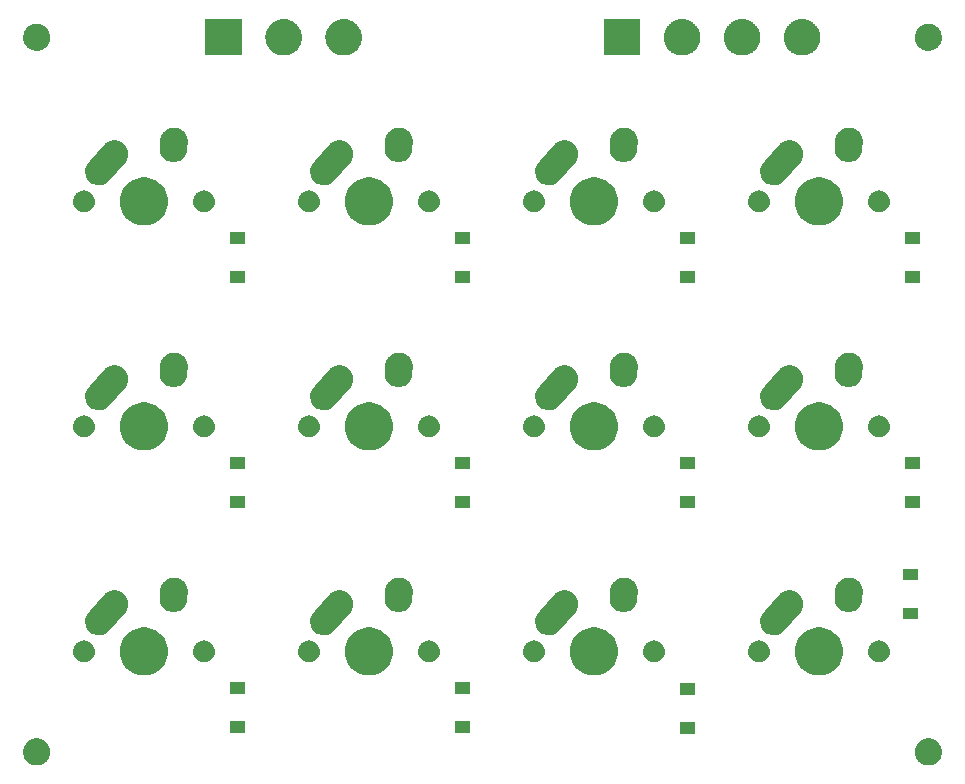
<source format=gbs>
G04 #@! TF.GenerationSoftware,KiCad,Pcbnew,8.0.7*
G04 #@! TF.CreationDate,2024-12-19T23:47:55-08:00*
G04 #@! TF.ProjectId,Deej keypad,4465656a-206b-4657-9970-61642e6b6963,rev?*
G04 #@! TF.SameCoordinates,Original*
G04 #@! TF.FileFunction,Soldermask,Bot*
G04 #@! TF.FilePolarity,Negative*
%FSLAX46Y46*%
G04 Gerber Fmt 4.6, Leading zero omitted, Abs format (unit mm)*
G04 Created by KiCad (PCBNEW 8.0.7) date 2024-12-19 23:47:55*
%MOMM*%
%LPD*%
G01*
G04 APERTURE LIST*
G04 APERTURE END LIST*
G36*
X119550672Y-134353910D02*
G01*
X119606201Y-134353910D01*
X119655050Y-134363041D01*
X119699783Y-134366955D01*
X119754691Y-134381667D01*
X119814986Y-134392939D01*
X119855882Y-134408782D01*
X119893500Y-134418862D01*
X119950449Y-134445417D01*
X120013045Y-134469667D01*
X120045350Y-134489669D01*
X120075263Y-134503618D01*
X120131688Y-134543127D01*
X120193632Y-134581482D01*
X120217378Y-134603130D01*
X120239539Y-134618647D01*
X120292543Y-134671651D01*
X120350599Y-134724576D01*
X120366424Y-134745532D01*
X120381352Y-134760460D01*
X120427922Y-134826969D01*
X120478600Y-134894077D01*
X120487677Y-134912307D01*
X120496381Y-134924737D01*
X120533430Y-135004191D01*
X120573276Y-135084211D01*
X120577239Y-135098139D01*
X120581137Y-135106499D01*
X120605709Y-135198204D01*
X120631402Y-135288504D01*
X120632192Y-135297039D01*
X120633044Y-135300216D01*
X120642447Y-135407707D01*
X120651000Y-135500000D01*
X120642447Y-135592299D01*
X120633044Y-135699783D01*
X120632193Y-135702958D01*
X120631402Y-135711496D01*
X120605705Y-135801811D01*
X120581137Y-135893500D01*
X120577239Y-135901857D01*
X120573276Y-135915789D01*
X120533427Y-135995815D01*
X120496381Y-136075263D01*
X120487678Y-136087691D01*
X120478600Y-136105923D01*
X120427917Y-136173037D01*
X120381352Y-136239539D01*
X120366427Y-136254463D01*
X120350599Y-136275424D01*
X120292532Y-136328358D01*
X120239539Y-136381352D01*
X120217383Y-136396865D01*
X120193632Y-136418518D01*
X120131675Y-136456879D01*
X120075263Y-136496381D01*
X120045357Y-136510325D01*
X120013045Y-136530333D01*
X119950436Y-136554587D01*
X119893500Y-136581137D01*
X119855890Y-136591214D01*
X119814986Y-136607061D01*
X119754679Y-136618334D01*
X119699783Y-136633044D01*
X119655060Y-136636956D01*
X119606201Y-136646090D01*
X119550660Y-136646090D01*
X119500000Y-136650522D01*
X119449340Y-136646090D01*
X119393799Y-136646090D01*
X119344940Y-136636956D01*
X119300216Y-136633044D01*
X119245317Y-136618333D01*
X119185014Y-136607061D01*
X119144111Y-136591215D01*
X119106499Y-136581137D01*
X119049557Y-136554585D01*
X118986955Y-136530333D01*
X118954645Y-136510327D01*
X118924736Y-136496381D01*
X118868315Y-136456874D01*
X118806368Y-136418518D01*
X118782619Y-136396868D01*
X118760460Y-136381352D01*
X118707456Y-136328348D01*
X118649401Y-136275424D01*
X118633575Y-136254467D01*
X118618647Y-136239539D01*
X118572069Y-136173019D01*
X118521400Y-136105923D01*
X118512324Y-136087696D01*
X118503618Y-136075263D01*
X118466556Y-135995783D01*
X118426724Y-135915789D01*
X118422761Y-135901863D01*
X118418862Y-135893500D01*
X118394277Y-135801751D01*
X118368598Y-135711496D01*
X118367807Y-135702964D01*
X118366955Y-135699783D01*
X118357534Y-135592106D01*
X118349000Y-135500000D01*
X118357534Y-135407900D01*
X118366955Y-135300216D01*
X118367807Y-135297034D01*
X118368598Y-135288504D01*
X118394273Y-135198264D01*
X118418862Y-135106499D01*
X118422762Y-135098134D01*
X118426724Y-135084211D01*
X118466553Y-135004222D01*
X118503618Y-134924737D01*
X118512324Y-134912302D01*
X118521400Y-134894077D01*
X118572063Y-134826987D01*
X118618647Y-134760460D01*
X118633578Y-134745528D01*
X118649401Y-134724576D01*
X118707444Y-134671662D01*
X118760460Y-134618647D01*
X118782624Y-134603127D01*
X118806368Y-134581482D01*
X118868308Y-134543129D01*
X118924737Y-134503618D01*
X118954649Y-134489669D01*
X118986955Y-134469667D01*
X119049546Y-134445419D01*
X119106499Y-134418862D01*
X119144119Y-134408781D01*
X119185014Y-134392939D01*
X119245304Y-134381668D01*
X119300216Y-134366955D01*
X119344950Y-134363041D01*
X119393799Y-134353910D01*
X119449328Y-134353910D01*
X119500000Y-134349477D01*
X119550672Y-134353910D01*
G37*
G36*
X195050672Y-134353910D02*
G01*
X195106201Y-134353910D01*
X195155050Y-134363041D01*
X195199783Y-134366955D01*
X195254691Y-134381667D01*
X195314986Y-134392939D01*
X195355882Y-134408782D01*
X195393500Y-134418862D01*
X195450449Y-134445417D01*
X195513045Y-134469667D01*
X195545350Y-134489669D01*
X195575263Y-134503618D01*
X195631688Y-134543127D01*
X195693632Y-134581482D01*
X195717378Y-134603130D01*
X195739539Y-134618647D01*
X195792543Y-134671651D01*
X195850599Y-134724576D01*
X195866424Y-134745532D01*
X195881352Y-134760460D01*
X195927922Y-134826969D01*
X195978600Y-134894077D01*
X195987677Y-134912307D01*
X195996381Y-134924737D01*
X196033430Y-135004191D01*
X196073276Y-135084211D01*
X196077239Y-135098139D01*
X196081137Y-135106499D01*
X196105709Y-135198204D01*
X196131402Y-135288504D01*
X196132192Y-135297039D01*
X196133044Y-135300216D01*
X196142447Y-135407707D01*
X196151000Y-135500000D01*
X196142447Y-135592299D01*
X196133044Y-135699783D01*
X196132193Y-135702958D01*
X196131402Y-135711496D01*
X196105705Y-135801811D01*
X196081137Y-135893500D01*
X196077239Y-135901857D01*
X196073276Y-135915789D01*
X196033427Y-135995815D01*
X195996381Y-136075263D01*
X195987678Y-136087691D01*
X195978600Y-136105923D01*
X195927917Y-136173037D01*
X195881352Y-136239539D01*
X195866427Y-136254463D01*
X195850599Y-136275424D01*
X195792532Y-136328358D01*
X195739539Y-136381352D01*
X195717383Y-136396865D01*
X195693632Y-136418518D01*
X195631675Y-136456879D01*
X195575263Y-136496381D01*
X195545357Y-136510325D01*
X195513045Y-136530333D01*
X195450436Y-136554587D01*
X195393500Y-136581137D01*
X195355890Y-136591214D01*
X195314986Y-136607061D01*
X195254679Y-136618334D01*
X195199783Y-136633044D01*
X195155060Y-136636956D01*
X195106201Y-136646090D01*
X195050660Y-136646090D01*
X195000000Y-136650522D01*
X194949340Y-136646090D01*
X194893799Y-136646090D01*
X194844940Y-136636956D01*
X194800216Y-136633044D01*
X194745317Y-136618333D01*
X194685014Y-136607061D01*
X194644111Y-136591215D01*
X194606499Y-136581137D01*
X194549557Y-136554585D01*
X194486955Y-136530333D01*
X194454645Y-136510327D01*
X194424736Y-136496381D01*
X194368315Y-136456874D01*
X194306368Y-136418518D01*
X194282619Y-136396868D01*
X194260460Y-136381352D01*
X194207456Y-136328348D01*
X194149401Y-136275424D01*
X194133575Y-136254467D01*
X194118647Y-136239539D01*
X194072069Y-136173019D01*
X194021400Y-136105923D01*
X194012324Y-136087696D01*
X194003618Y-136075263D01*
X193966556Y-135995783D01*
X193926724Y-135915789D01*
X193922761Y-135901863D01*
X193918862Y-135893500D01*
X193894277Y-135801751D01*
X193868598Y-135711496D01*
X193867807Y-135702964D01*
X193866955Y-135699783D01*
X193857534Y-135592106D01*
X193849000Y-135500000D01*
X193857534Y-135407900D01*
X193866955Y-135300216D01*
X193867807Y-135297034D01*
X193868598Y-135288504D01*
X193894273Y-135198264D01*
X193918862Y-135106499D01*
X193922762Y-135098134D01*
X193926724Y-135084211D01*
X193966553Y-135004222D01*
X194003618Y-134924737D01*
X194012324Y-134912302D01*
X194021400Y-134894077D01*
X194072063Y-134826987D01*
X194118647Y-134760460D01*
X194133578Y-134745528D01*
X194149401Y-134724576D01*
X194207444Y-134671662D01*
X194260460Y-134618647D01*
X194282624Y-134603127D01*
X194306368Y-134581482D01*
X194368308Y-134543129D01*
X194424737Y-134503618D01*
X194454649Y-134489669D01*
X194486955Y-134469667D01*
X194549546Y-134445419D01*
X194606499Y-134418862D01*
X194644119Y-134408781D01*
X194685014Y-134392939D01*
X194745304Y-134381668D01*
X194800216Y-134366955D01*
X194844950Y-134363041D01*
X194893799Y-134353910D01*
X194949328Y-134353910D01*
X195000000Y-134349477D01*
X195050672Y-134353910D01*
G37*
G36*
X175244517Y-132977882D02*
G01*
X175261062Y-132988938D01*
X175272118Y-133005483D01*
X175276000Y-133025000D01*
X175276000Y-133925000D01*
X175272118Y-133944517D01*
X175261062Y-133961062D01*
X175244517Y-133972118D01*
X175225000Y-133976000D01*
X174025000Y-133976000D01*
X174005483Y-133972118D01*
X173988938Y-133961062D01*
X173977882Y-133944517D01*
X173974000Y-133925000D01*
X173974000Y-133025000D01*
X173977882Y-133005483D01*
X173988938Y-132988938D01*
X174005483Y-132977882D01*
X174025000Y-132974000D01*
X175225000Y-132974000D01*
X175244517Y-132977882D01*
G37*
G36*
X137144517Y-132915382D02*
G01*
X137161062Y-132926438D01*
X137172118Y-132942983D01*
X137176000Y-132962500D01*
X137176000Y-133862500D01*
X137172118Y-133882017D01*
X137161062Y-133898562D01*
X137144517Y-133909618D01*
X137125000Y-133913500D01*
X135925000Y-133913500D01*
X135905483Y-133909618D01*
X135888938Y-133898562D01*
X135877882Y-133882017D01*
X135874000Y-133862500D01*
X135874000Y-132962500D01*
X135877882Y-132942983D01*
X135888938Y-132926438D01*
X135905483Y-132915382D01*
X135925000Y-132911500D01*
X137125000Y-132911500D01*
X137144517Y-132915382D01*
G37*
G36*
X156194517Y-132915382D02*
G01*
X156211062Y-132926438D01*
X156222118Y-132942983D01*
X156226000Y-132962500D01*
X156226000Y-133862500D01*
X156222118Y-133882017D01*
X156211062Y-133898562D01*
X156194517Y-133909618D01*
X156175000Y-133913500D01*
X154975000Y-133913500D01*
X154955483Y-133909618D01*
X154938938Y-133898562D01*
X154927882Y-133882017D01*
X154924000Y-133862500D01*
X154924000Y-132962500D01*
X154927882Y-132942983D01*
X154938938Y-132926438D01*
X154955483Y-132915382D01*
X154975000Y-132911500D01*
X156175000Y-132911500D01*
X156194517Y-132915382D01*
G37*
G36*
X175244517Y-129677882D02*
G01*
X175261062Y-129688938D01*
X175272118Y-129705483D01*
X175276000Y-129725000D01*
X175276000Y-130625000D01*
X175272118Y-130644517D01*
X175261062Y-130661062D01*
X175244517Y-130672118D01*
X175225000Y-130676000D01*
X174025000Y-130676000D01*
X174005483Y-130672118D01*
X173988938Y-130661062D01*
X173977882Y-130644517D01*
X173974000Y-130625000D01*
X173974000Y-129725000D01*
X173977882Y-129705483D01*
X173988938Y-129688938D01*
X174005483Y-129677882D01*
X174025000Y-129674000D01*
X175225000Y-129674000D01*
X175244517Y-129677882D01*
G37*
G36*
X137144517Y-129615382D02*
G01*
X137161062Y-129626438D01*
X137172118Y-129642983D01*
X137176000Y-129662500D01*
X137176000Y-130562500D01*
X137172118Y-130582017D01*
X137161062Y-130598562D01*
X137144517Y-130609618D01*
X137125000Y-130613500D01*
X135925000Y-130613500D01*
X135905483Y-130609618D01*
X135888938Y-130598562D01*
X135877882Y-130582017D01*
X135874000Y-130562500D01*
X135874000Y-129662500D01*
X135877882Y-129642983D01*
X135888938Y-129626438D01*
X135905483Y-129615382D01*
X135925000Y-129611500D01*
X137125000Y-129611500D01*
X137144517Y-129615382D01*
G37*
G36*
X156194517Y-129615382D02*
G01*
X156211062Y-129626438D01*
X156222118Y-129642983D01*
X156226000Y-129662500D01*
X156226000Y-130562500D01*
X156222118Y-130582017D01*
X156211062Y-130598562D01*
X156194517Y-130609618D01*
X156175000Y-130613500D01*
X154975000Y-130613500D01*
X154955483Y-130609618D01*
X154938938Y-130598562D01*
X154927882Y-130582017D01*
X154924000Y-130562500D01*
X154924000Y-129662500D01*
X154927882Y-129642983D01*
X154938938Y-129626438D01*
X154955483Y-129615382D01*
X154975000Y-129611500D01*
X156175000Y-129611500D01*
X156194517Y-129615382D01*
G37*
G36*
X129003547Y-124997871D02*
G01*
X129272295Y-125073171D01*
X129528287Y-125184364D01*
X129766754Y-125329378D01*
X129983253Y-125505514D01*
X130173752Y-125709488D01*
X130334702Y-125937503D01*
X130463105Y-126185310D01*
X130556570Y-126448293D01*
X130613354Y-126721553D01*
X130632400Y-127000000D01*
X130613354Y-127278447D01*
X130556570Y-127551707D01*
X130463105Y-127814690D01*
X130334702Y-128062497D01*
X130173752Y-128290512D01*
X129983253Y-128494486D01*
X129766754Y-128670622D01*
X129528287Y-128815636D01*
X129272295Y-128926829D01*
X129003547Y-129002129D01*
X128727049Y-129040133D01*
X128447951Y-129040133D01*
X128171453Y-129002129D01*
X127902705Y-128926829D01*
X127646713Y-128815636D01*
X127408246Y-128670622D01*
X127191747Y-128494486D01*
X127001248Y-128290512D01*
X126840298Y-128062497D01*
X126711895Y-127814690D01*
X126618430Y-127551707D01*
X126561646Y-127278447D01*
X126542600Y-127000000D01*
X126561646Y-126721553D01*
X126618430Y-126448293D01*
X126711895Y-126185310D01*
X126840298Y-125937503D01*
X127001248Y-125709488D01*
X127191747Y-125505514D01*
X127408246Y-125329378D01*
X127646713Y-125184364D01*
X127902705Y-125073171D01*
X128171453Y-124997871D01*
X128447951Y-124959867D01*
X128727049Y-124959867D01*
X129003547Y-124997871D01*
G37*
G36*
X148053547Y-124997871D02*
G01*
X148322295Y-125073171D01*
X148578287Y-125184364D01*
X148816754Y-125329378D01*
X149033253Y-125505514D01*
X149223752Y-125709488D01*
X149384702Y-125937503D01*
X149513105Y-126185310D01*
X149606570Y-126448293D01*
X149663354Y-126721553D01*
X149682400Y-127000000D01*
X149663354Y-127278447D01*
X149606570Y-127551707D01*
X149513105Y-127814690D01*
X149384702Y-128062497D01*
X149223752Y-128290512D01*
X149033253Y-128494486D01*
X148816754Y-128670622D01*
X148578287Y-128815636D01*
X148322295Y-128926829D01*
X148053547Y-129002129D01*
X147777049Y-129040133D01*
X147497951Y-129040133D01*
X147221453Y-129002129D01*
X146952705Y-128926829D01*
X146696713Y-128815636D01*
X146458246Y-128670622D01*
X146241747Y-128494486D01*
X146051248Y-128290512D01*
X145890298Y-128062497D01*
X145761895Y-127814690D01*
X145668430Y-127551707D01*
X145611646Y-127278447D01*
X145592600Y-127000000D01*
X145611646Y-126721553D01*
X145668430Y-126448293D01*
X145761895Y-126185310D01*
X145890298Y-125937503D01*
X146051248Y-125709488D01*
X146241747Y-125505514D01*
X146458246Y-125329378D01*
X146696713Y-125184364D01*
X146952705Y-125073171D01*
X147221453Y-124997871D01*
X147497951Y-124959867D01*
X147777049Y-124959867D01*
X148053547Y-124997871D01*
G37*
G36*
X167103547Y-124997871D02*
G01*
X167372295Y-125073171D01*
X167628287Y-125184364D01*
X167866754Y-125329378D01*
X168083253Y-125505514D01*
X168273752Y-125709488D01*
X168434702Y-125937503D01*
X168563105Y-126185310D01*
X168656570Y-126448293D01*
X168713354Y-126721553D01*
X168732400Y-127000000D01*
X168713354Y-127278447D01*
X168656570Y-127551707D01*
X168563105Y-127814690D01*
X168434702Y-128062497D01*
X168273752Y-128290512D01*
X168083253Y-128494486D01*
X167866754Y-128670622D01*
X167628287Y-128815636D01*
X167372295Y-128926829D01*
X167103547Y-129002129D01*
X166827049Y-129040133D01*
X166547951Y-129040133D01*
X166271453Y-129002129D01*
X166002705Y-128926829D01*
X165746713Y-128815636D01*
X165508246Y-128670622D01*
X165291747Y-128494486D01*
X165101248Y-128290512D01*
X164940298Y-128062497D01*
X164811895Y-127814690D01*
X164718430Y-127551707D01*
X164661646Y-127278447D01*
X164642600Y-127000000D01*
X164661646Y-126721553D01*
X164718430Y-126448293D01*
X164811895Y-126185310D01*
X164940298Y-125937503D01*
X165101248Y-125709488D01*
X165291747Y-125505514D01*
X165508246Y-125329378D01*
X165746713Y-125184364D01*
X166002705Y-125073171D01*
X166271453Y-124997871D01*
X166547951Y-124959867D01*
X166827049Y-124959867D01*
X167103547Y-124997871D01*
G37*
G36*
X186153547Y-124997871D02*
G01*
X186422295Y-125073171D01*
X186678287Y-125184364D01*
X186916754Y-125329378D01*
X187133253Y-125505514D01*
X187323752Y-125709488D01*
X187484702Y-125937503D01*
X187613105Y-126185310D01*
X187706570Y-126448293D01*
X187763354Y-126721553D01*
X187782400Y-127000000D01*
X187763354Y-127278447D01*
X187706570Y-127551707D01*
X187613105Y-127814690D01*
X187484702Y-128062497D01*
X187323752Y-128290512D01*
X187133253Y-128494486D01*
X186916754Y-128670622D01*
X186678287Y-128815636D01*
X186422295Y-128926829D01*
X186153547Y-129002129D01*
X185877049Y-129040133D01*
X185597951Y-129040133D01*
X185321453Y-129002129D01*
X185052705Y-128926829D01*
X184796713Y-128815636D01*
X184558246Y-128670622D01*
X184341747Y-128494486D01*
X184151248Y-128290512D01*
X183990298Y-128062497D01*
X183861895Y-127814690D01*
X183768430Y-127551707D01*
X183711646Y-127278447D01*
X183692600Y-127000000D01*
X183711646Y-126721553D01*
X183768430Y-126448293D01*
X183861895Y-126185310D01*
X183990298Y-125937503D01*
X184151248Y-125709488D01*
X184341747Y-125505514D01*
X184558246Y-125329378D01*
X184796713Y-125184364D01*
X185052705Y-125073171D01*
X185321453Y-124997871D01*
X185597951Y-124959867D01*
X185877049Y-124959867D01*
X186153547Y-124997871D01*
G37*
G36*
X123552872Y-126079073D02*
G01*
X123604293Y-126079073D01*
X123648698Y-126088511D01*
X123688033Y-126092386D01*
X123737448Y-126107375D01*
X123793650Y-126119322D01*
X123829615Y-126135334D01*
X123861636Y-126145048D01*
X123912524Y-126172247D01*
X123970500Y-126198060D01*
X123997450Y-126217641D01*
X124021621Y-126230560D01*
X124070929Y-126271026D01*
X124127115Y-126311848D01*
X124145357Y-126332108D01*
X124161853Y-126345646D01*
X124206181Y-126399659D01*
X124256650Y-126455711D01*
X124267252Y-126474074D01*
X124276939Y-126485878D01*
X124312766Y-126552908D01*
X124353443Y-126623362D01*
X124358123Y-126637766D01*
X124362451Y-126645863D01*
X124386310Y-126724517D01*
X124413265Y-126807474D01*
X124414213Y-126816501D01*
X124415113Y-126819466D01*
X124423874Y-126908416D01*
X124433500Y-127000000D01*
X124423873Y-127091590D01*
X124415113Y-127180533D01*
X124414214Y-127183496D01*
X124413265Y-127192526D01*
X124386306Y-127275496D01*
X124362451Y-127354136D01*
X124358124Y-127362231D01*
X124353443Y-127376638D01*
X124312759Y-127447103D01*
X124276939Y-127514121D01*
X124267254Y-127525921D01*
X124256650Y-127544289D01*
X124206171Y-127600350D01*
X124161853Y-127654353D01*
X124145361Y-127667887D01*
X124127115Y-127688152D01*
X124070918Y-127728980D01*
X124021621Y-127769439D01*
X123997456Y-127782355D01*
X123970500Y-127801940D01*
X123912512Y-127827757D01*
X123861636Y-127854951D01*
X123829622Y-127864662D01*
X123793650Y-127880678D01*
X123737437Y-127892626D01*
X123688033Y-127907613D01*
X123648707Y-127911486D01*
X123604293Y-127920927D01*
X123552862Y-127920927D01*
X123507500Y-127925395D01*
X123462138Y-127920927D01*
X123410707Y-127920927D01*
X123366293Y-127911486D01*
X123326966Y-127907613D01*
X123277559Y-127892625D01*
X123221350Y-127880678D01*
X123185380Y-127864663D01*
X123153363Y-127854951D01*
X123102481Y-127827754D01*
X123044500Y-127801940D01*
X123017546Y-127782357D01*
X122993378Y-127769439D01*
X122944072Y-127728974D01*
X122887885Y-127688152D01*
X122869641Y-127667890D01*
X122853146Y-127654353D01*
X122808816Y-127600338D01*
X122758350Y-127544289D01*
X122747748Y-127525925D01*
X122738060Y-127514121D01*
X122702226Y-127447080D01*
X122661557Y-127376638D01*
X122656877Y-127362236D01*
X122652548Y-127354136D01*
X122628678Y-127275450D01*
X122601735Y-127192526D01*
X122600786Y-127183501D01*
X122599886Y-127180533D01*
X122591110Y-127091439D01*
X122581500Y-127000000D01*
X122591109Y-126908568D01*
X122599886Y-126819466D01*
X122600786Y-126816496D01*
X122601735Y-126807474D01*
X122628674Y-126724564D01*
X122652548Y-126645863D01*
X122656878Y-126637761D01*
X122661557Y-126623362D01*
X122702219Y-126552932D01*
X122738060Y-126485878D01*
X122747750Y-126474070D01*
X122758350Y-126455711D01*
X122808807Y-126399672D01*
X122853146Y-126345646D01*
X122869644Y-126332105D01*
X122887885Y-126311848D01*
X122944061Y-126271033D01*
X122993378Y-126230560D01*
X123017551Y-126217639D01*
X123044500Y-126198060D01*
X123102469Y-126172250D01*
X123153363Y-126145048D01*
X123185387Y-126135333D01*
X123221350Y-126119322D01*
X123277548Y-126107376D01*
X123326966Y-126092386D01*
X123366302Y-126088511D01*
X123410707Y-126079073D01*
X123462128Y-126079073D01*
X123507500Y-126074604D01*
X123552872Y-126079073D01*
G37*
G36*
X133712872Y-126079073D02*
G01*
X133764293Y-126079073D01*
X133808698Y-126088511D01*
X133848033Y-126092386D01*
X133897448Y-126107375D01*
X133953650Y-126119322D01*
X133989615Y-126135334D01*
X134021636Y-126145048D01*
X134072524Y-126172247D01*
X134130500Y-126198060D01*
X134157450Y-126217641D01*
X134181621Y-126230560D01*
X134230929Y-126271026D01*
X134287115Y-126311848D01*
X134305357Y-126332108D01*
X134321853Y-126345646D01*
X134366181Y-126399659D01*
X134416650Y-126455711D01*
X134427252Y-126474074D01*
X134436939Y-126485878D01*
X134472766Y-126552908D01*
X134513443Y-126623362D01*
X134518123Y-126637766D01*
X134522451Y-126645863D01*
X134546310Y-126724517D01*
X134573265Y-126807474D01*
X134574213Y-126816501D01*
X134575113Y-126819466D01*
X134583874Y-126908416D01*
X134593500Y-127000000D01*
X134583873Y-127091590D01*
X134575113Y-127180533D01*
X134574214Y-127183496D01*
X134573265Y-127192526D01*
X134546306Y-127275496D01*
X134522451Y-127354136D01*
X134518124Y-127362231D01*
X134513443Y-127376638D01*
X134472759Y-127447103D01*
X134436939Y-127514121D01*
X134427254Y-127525921D01*
X134416650Y-127544289D01*
X134366171Y-127600350D01*
X134321853Y-127654353D01*
X134305361Y-127667887D01*
X134287115Y-127688152D01*
X134230918Y-127728980D01*
X134181621Y-127769439D01*
X134157456Y-127782355D01*
X134130500Y-127801940D01*
X134072512Y-127827757D01*
X134021636Y-127854951D01*
X133989622Y-127864662D01*
X133953650Y-127880678D01*
X133897437Y-127892626D01*
X133848033Y-127907613D01*
X133808707Y-127911486D01*
X133764293Y-127920927D01*
X133712862Y-127920927D01*
X133667500Y-127925395D01*
X133622138Y-127920927D01*
X133570707Y-127920927D01*
X133526293Y-127911486D01*
X133486966Y-127907613D01*
X133437559Y-127892625D01*
X133381350Y-127880678D01*
X133345380Y-127864663D01*
X133313363Y-127854951D01*
X133262481Y-127827754D01*
X133204500Y-127801940D01*
X133177546Y-127782357D01*
X133153378Y-127769439D01*
X133104072Y-127728974D01*
X133047885Y-127688152D01*
X133029641Y-127667890D01*
X133013146Y-127654353D01*
X132968816Y-127600338D01*
X132918350Y-127544289D01*
X132907748Y-127525925D01*
X132898060Y-127514121D01*
X132862226Y-127447080D01*
X132821557Y-127376638D01*
X132816877Y-127362236D01*
X132812548Y-127354136D01*
X132788678Y-127275450D01*
X132761735Y-127192526D01*
X132760786Y-127183501D01*
X132759886Y-127180533D01*
X132751110Y-127091439D01*
X132741500Y-127000000D01*
X132751109Y-126908568D01*
X132759886Y-126819466D01*
X132760786Y-126816496D01*
X132761735Y-126807474D01*
X132788674Y-126724564D01*
X132812548Y-126645863D01*
X132816878Y-126637761D01*
X132821557Y-126623362D01*
X132862219Y-126552932D01*
X132898060Y-126485878D01*
X132907750Y-126474070D01*
X132918350Y-126455711D01*
X132968807Y-126399672D01*
X133013146Y-126345646D01*
X133029644Y-126332105D01*
X133047885Y-126311848D01*
X133104061Y-126271033D01*
X133153378Y-126230560D01*
X133177551Y-126217639D01*
X133204500Y-126198060D01*
X133262469Y-126172250D01*
X133313363Y-126145048D01*
X133345387Y-126135333D01*
X133381350Y-126119322D01*
X133437548Y-126107376D01*
X133486966Y-126092386D01*
X133526302Y-126088511D01*
X133570707Y-126079073D01*
X133622128Y-126079073D01*
X133667500Y-126074604D01*
X133712872Y-126079073D01*
G37*
G36*
X142602872Y-126079073D02*
G01*
X142654293Y-126079073D01*
X142698698Y-126088511D01*
X142738033Y-126092386D01*
X142787448Y-126107375D01*
X142843650Y-126119322D01*
X142879615Y-126135334D01*
X142911636Y-126145048D01*
X142962524Y-126172247D01*
X143020500Y-126198060D01*
X143047450Y-126217641D01*
X143071621Y-126230560D01*
X143120929Y-126271026D01*
X143177115Y-126311848D01*
X143195357Y-126332108D01*
X143211853Y-126345646D01*
X143256181Y-126399659D01*
X143306650Y-126455711D01*
X143317252Y-126474074D01*
X143326939Y-126485878D01*
X143362766Y-126552908D01*
X143403443Y-126623362D01*
X143408123Y-126637766D01*
X143412451Y-126645863D01*
X143436310Y-126724517D01*
X143463265Y-126807474D01*
X143464213Y-126816501D01*
X143465113Y-126819466D01*
X143473874Y-126908416D01*
X143483500Y-127000000D01*
X143473873Y-127091590D01*
X143465113Y-127180533D01*
X143464214Y-127183496D01*
X143463265Y-127192526D01*
X143436306Y-127275496D01*
X143412451Y-127354136D01*
X143408124Y-127362231D01*
X143403443Y-127376638D01*
X143362759Y-127447103D01*
X143326939Y-127514121D01*
X143317254Y-127525921D01*
X143306650Y-127544289D01*
X143256171Y-127600350D01*
X143211853Y-127654353D01*
X143195361Y-127667887D01*
X143177115Y-127688152D01*
X143120918Y-127728980D01*
X143071621Y-127769439D01*
X143047456Y-127782355D01*
X143020500Y-127801940D01*
X142962512Y-127827757D01*
X142911636Y-127854951D01*
X142879622Y-127864662D01*
X142843650Y-127880678D01*
X142787437Y-127892626D01*
X142738033Y-127907613D01*
X142698707Y-127911486D01*
X142654293Y-127920927D01*
X142602862Y-127920927D01*
X142557500Y-127925395D01*
X142512138Y-127920927D01*
X142460707Y-127920927D01*
X142416293Y-127911486D01*
X142376966Y-127907613D01*
X142327559Y-127892625D01*
X142271350Y-127880678D01*
X142235380Y-127864663D01*
X142203363Y-127854951D01*
X142152481Y-127827754D01*
X142094500Y-127801940D01*
X142067546Y-127782357D01*
X142043378Y-127769439D01*
X141994072Y-127728974D01*
X141937885Y-127688152D01*
X141919641Y-127667890D01*
X141903146Y-127654353D01*
X141858816Y-127600338D01*
X141808350Y-127544289D01*
X141797748Y-127525925D01*
X141788060Y-127514121D01*
X141752226Y-127447080D01*
X141711557Y-127376638D01*
X141706877Y-127362236D01*
X141702548Y-127354136D01*
X141678678Y-127275450D01*
X141651735Y-127192526D01*
X141650786Y-127183501D01*
X141649886Y-127180533D01*
X141641110Y-127091439D01*
X141631500Y-127000000D01*
X141641109Y-126908568D01*
X141649886Y-126819466D01*
X141650786Y-126816496D01*
X141651735Y-126807474D01*
X141678674Y-126724564D01*
X141702548Y-126645863D01*
X141706878Y-126637761D01*
X141711557Y-126623362D01*
X141752219Y-126552932D01*
X141788060Y-126485878D01*
X141797750Y-126474070D01*
X141808350Y-126455711D01*
X141858807Y-126399672D01*
X141903146Y-126345646D01*
X141919644Y-126332105D01*
X141937885Y-126311848D01*
X141994061Y-126271033D01*
X142043378Y-126230560D01*
X142067551Y-126217639D01*
X142094500Y-126198060D01*
X142152469Y-126172250D01*
X142203363Y-126145048D01*
X142235387Y-126135333D01*
X142271350Y-126119322D01*
X142327548Y-126107376D01*
X142376966Y-126092386D01*
X142416302Y-126088511D01*
X142460707Y-126079073D01*
X142512128Y-126079073D01*
X142557500Y-126074604D01*
X142602872Y-126079073D01*
G37*
G36*
X152762872Y-126079073D02*
G01*
X152814293Y-126079073D01*
X152858698Y-126088511D01*
X152898033Y-126092386D01*
X152947448Y-126107375D01*
X153003650Y-126119322D01*
X153039615Y-126135334D01*
X153071636Y-126145048D01*
X153122524Y-126172247D01*
X153180500Y-126198060D01*
X153207450Y-126217641D01*
X153231621Y-126230560D01*
X153280929Y-126271026D01*
X153337115Y-126311848D01*
X153355357Y-126332108D01*
X153371853Y-126345646D01*
X153416181Y-126399659D01*
X153466650Y-126455711D01*
X153477252Y-126474074D01*
X153486939Y-126485878D01*
X153522766Y-126552908D01*
X153563443Y-126623362D01*
X153568123Y-126637766D01*
X153572451Y-126645863D01*
X153596310Y-126724517D01*
X153623265Y-126807474D01*
X153624213Y-126816501D01*
X153625113Y-126819466D01*
X153633874Y-126908416D01*
X153643500Y-127000000D01*
X153633873Y-127091590D01*
X153625113Y-127180533D01*
X153624214Y-127183496D01*
X153623265Y-127192526D01*
X153596306Y-127275496D01*
X153572451Y-127354136D01*
X153568124Y-127362231D01*
X153563443Y-127376638D01*
X153522759Y-127447103D01*
X153486939Y-127514121D01*
X153477254Y-127525921D01*
X153466650Y-127544289D01*
X153416171Y-127600350D01*
X153371853Y-127654353D01*
X153355361Y-127667887D01*
X153337115Y-127688152D01*
X153280918Y-127728980D01*
X153231621Y-127769439D01*
X153207456Y-127782355D01*
X153180500Y-127801940D01*
X153122512Y-127827757D01*
X153071636Y-127854951D01*
X153039622Y-127864662D01*
X153003650Y-127880678D01*
X152947437Y-127892626D01*
X152898033Y-127907613D01*
X152858707Y-127911486D01*
X152814293Y-127920927D01*
X152762862Y-127920927D01*
X152717500Y-127925395D01*
X152672138Y-127920927D01*
X152620707Y-127920927D01*
X152576293Y-127911486D01*
X152536966Y-127907613D01*
X152487559Y-127892625D01*
X152431350Y-127880678D01*
X152395380Y-127864663D01*
X152363363Y-127854951D01*
X152312481Y-127827754D01*
X152254500Y-127801940D01*
X152227546Y-127782357D01*
X152203378Y-127769439D01*
X152154072Y-127728974D01*
X152097885Y-127688152D01*
X152079641Y-127667890D01*
X152063146Y-127654353D01*
X152018816Y-127600338D01*
X151968350Y-127544289D01*
X151957748Y-127525925D01*
X151948060Y-127514121D01*
X151912226Y-127447080D01*
X151871557Y-127376638D01*
X151866877Y-127362236D01*
X151862548Y-127354136D01*
X151838678Y-127275450D01*
X151811735Y-127192526D01*
X151810786Y-127183501D01*
X151809886Y-127180533D01*
X151801110Y-127091439D01*
X151791500Y-127000000D01*
X151801109Y-126908568D01*
X151809886Y-126819466D01*
X151810786Y-126816496D01*
X151811735Y-126807474D01*
X151838674Y-126724564D01*
X151862548Y-126645863D01*
X151866878Y-126637761D01*
X151871557Y-126623362D01*
X151912219Y-126552932D01*
X151948060Y-126485878D01*
X151957750Y-126474070D01*
X151968350Y-126455711D01*
X152018807Y-126399672D01*
X152063146Y-126345646D01*
X152079644Y-126332105D01*
X152097885Y-126311848D01*
X152154061Y-126271033D01*
X152203378Y-126230560D01*
X152227551Y-126217639D01*
X152254500Y-126198060D01*
X152312469Y-126172250D01*
X152363363Y-126145048D01*
X152395387Y-126135333D01*
X152431350Y-126119322D01*
X152487548Y-126107376D01*
X152536966Y-126092386D01*
X152576302Y-126088511D01*
X152620707Y-126079073D01*
X152672128Y-126079073D01*
X152717500Y-126074604D01*
X152762872Y-126079073D01*
G37*
G36*
X161652872Y-126079073D02*
G01*
X161704293Y-126079073D01*
X161748698Y-126088511D01*
X161788033Y-126092386D01*
X161837448Y-126107375D01*
X161893650Y-126119322D01*
X161929615Y-126135334D01*
X161961636Y-126145048D01*
X162012524Y-126172247D01*
X162070500Y-126198060D01*
X162097450Y-126217641D01*
X162121621Y-126230560D01*
X162170929Y-126271026D01*
X162227115Y-126311848D01*
X162245357Y-126332108D01*
X162261853Y-126345646D01*
X162306181Y-126399659D01*
X162356650Y-126455711D01*
X162367252Y-126474074D01*
X162376939Y-126485878D01*
X162412766Y-126552908D01*
X162453443Y-126623362D01*
X162458123Y-126637766D01*
X162462451Y-126645863D01*
X162486310Y-126724517D01*
X162513265Y-126807474D01*
X162514213Y-126816501D01*
X162515113Y-126819466D01*
X162523874Y-126908416D01*
X162533500Y-127000000D01*
X162523873Y-127091590D01*
X162515113Y-127180533D01*
X162514214Y-127183496D01*
X162513265Y-127192526D01*
X162486306Y-127275496D01*
X162462451Y-127354136D01*
X162458124Y-127362231D01*
X162453443Y-127376638D01*
X162412759Y-127447103D01*
X162376939Y-127514121D01*
X162367254Y-127525921D01*
X162356650Y-127544289D01*
X162306171Y-127600350D01*
X162261853Y-127654353D01*
X162245361Y-127667887D01*
X162227115Y-127688152D01*
X162170918Y-127728980D01*
X162121621Y-127769439D01*
X162097456Y-127782355D01*
X162070500Y-127801940D01*
X162012512Y-127827757D01*
X161961636Y-127854951D01*
X161929622Y-127864662D01*
X161893650Y-127880678D01*
X161837437Y-127892626D01*
X161788033Y-127907613D01*
X161748707Y-127911486D01*
X161704293Y-127920927D01*
X161652862Y-127920927D01*
X161607500Y-127925395D01*
X161562138Y-127920927D01*
X161510707Y-127920927D01*
X161466293Y-127911486D01*
X161426966Y-127907613D01*
X161377559Y-127892625D01*
X161321350Y-127880678D01*
X161285380Y-127864663D01*
X161253363Y-127854951D01*
X161202481Y-127827754D01*
X161144500Y-127801940D01*
X161117546Y-127782357D01*
X161093378Y-127769439D01*
X161044072Y-127728974D01*
X160987885Y-127688152D01*
X160969641Y-127667890D01*
X160953146Y-127654353D01*
X160908816Y-127600338D01*
X160858350Y-127544289D01*
X160847748Y-127525925D01*
X160838060Y-127514121D01*
X160802226Y-127447080D01*
X160761557Y-127376638D01*
X160756877Y-127362236D01*
X160752548Y-127354136D01*
X160728678Y-127275450D01*
X160701735Y-127192526D01*
X160700786Y-127183501D01*
X160699886Y-127180533D01*
X160691110Y-127091439D01*
X160681500Y-127000000D01*
X160691109Y-126908568D01*
X160699886Y-126819466D01*
X160700786Y-126816496D01*
X160701735Y-126807474D01*
X160728674Y-126724564D01*
X160752548Y-126645863D01*
X160756878Y-126637761D01*
X160761557Y-126623362D01*
X160802219Y-126552932D01*
X160838060Y-126485878D01*
X160847750Y-126474070D01*
X160858350Y-126455711D01*
X160908807Y-126399672D01*
X160953146Y-126345646D01*
X160969644Y-126332105D01*
X160987885Y-126311848D01*
X161044061Y-126271033D01*
X161093378Y-126230560D01*
X161117551Y-126217639D01*
X161144500Y-126198060D01*
X161202469Y-126172250D01*
X161253363Y-126145048D01*
X161285387Y-126135333D01*
X161321350Y-126119322D01*
X161377548Y-126107376D01*
X161426966Y-126092386D01*
X161466302Y-126088511D01*
X161510707Y-126079073D01*
X161562128Y-126079073D01*
X161607500Y-126074604D01*
X161652872Y-126079073D01*
G37*
G36*
X171812872Y-126079073D02*
G01*
X171864293Y-126079073D01*
X171908698Y-126088511D01*
X171948033Y-126092386D01*
X171997448Y-126107375D01*
X172053650Y-126119322D01*
X172089615Y-126135334D01*
X172121636Y-126145048D01*
X172172524Y-126172247D01*
X172230500Y-126198060D01*
X172257450Y-126217641D01*
X172281621Y-126230560D01*
X172330929Y-126271026D01*
X172387115Y-126311848D01*
X172405357Y-126332108D01*
X172421853Y-126345646D01*
X172466181Y-126399659D01*
X172516650Y-126455711D01*
X172527252Y-126474074D01*
X172536939Y-126485878D01*
X172572766Y-126552908D01*
X172613443Y-126623362D01*
X172618123Y-126637766D01*
X172622451Y-126645863D01*
X172646310Y-126724517D01*
X172673265Y-126807474D01*
X172674213Y-126816501D01*
X172675113Y-126819466D01*
X172683874Y-126908416D01*
X172693500Y-127000000D01*
X172683873Y-127091590D01*
X172675113Y-127180533D01*
X172674214Y-127183496D01*
X172673265Y-127192526D01*
X172646306Y-127275496D01*
X172622451Y-127354136D01*
X172618124Y-127362231D01*
X172613443Y-127376638D01*
X172572759Y-127447103D01*
X172536939Y-127514121D01*
X172527254Y-127525921D01*
X172516650Y-127544289D01*
X172466171Y-127600350D01*
X172421853Y-127654353D01*
X172405361Y-127667887D01*
X172387115Y-127688152D01*
X172330918Y-127728980D01*
X172281621Y-127769439D01*
X172257456Y-127782355D01*
X172230500Y-127801940D01*
X172172512Y-127827757D01*
X172121636Y-127854951D01*
X172089622Y-127864662D01*
X172053650Y-127880678D01*
X171997437Y-127892626D01*
X171948033Y-127907613D01*
X171908707Y-127911486D01*
X171864293Y-127920927D01*
X171812862Y-127920927D01*
X171767500Y-127925395D01*
X171722138Y-127920927D01*
X171670707Y-127920927D01*
X171626293Y-127911486D01*
X171586966Y-127907613D01*
X171537559Y-127892625D01*
X171481350Y-127880678D01*
X171445380Y-127864663D01*
X171413363Y-127854951D01*
X171362481Y-127827754D01*
X171304500Y-127801940D01*
X171277546Y-127782357D01*
X171253378Y-127769439D01*
X171204072Y-127728974D01*
X171147885Y-127688152D01*
X171129641Y-127667890D01*
X171113146Y-127654353D01*
X171068816Y-127600338D01*
X171018350Y-127544289D01*
X171007748Y-127525925D01*
X170998060Y-127514121D01*
X170962226Y-127447080D01*
X170921557Y-127376638D01*
X170916877Y-127362236D01*
X170912548Y-127354136D01*
X170888678Y-127275450D01*
X170861735Y-127192526D01*
X170860786Y-127183501D01*
X170859886Y-127180533D01*
X170851110Y-127091439D01*
X170841500Y-127000000D01*
X170851109Y-126908568D01*
X170859886Y-126819466D01*
X170860786Y-126816496D01*
X170861735Y-126807474D01*
X170888674Y-126724564D01*
X170912548Y-126645863D01*
X170916878Y-126637761D01*
X170921557Y-126623362D01*
X170962219Y-126552932D01*
X170998060Y-126485878D01*
X171007750Y-126474070D01*
X171018350Y-126455711D01*
X171068807Y-126399672D01*
X171113146Y-126345646D01*
X171129644Y-126332105D01*
X171147885Y-126311848D01*
X171204061Y-126271033D01*
X171253378Y-126230560D01*
X171277551Y-126217639D01*
X171304500Y-126198060D01*
X171362469Y-126172250D01*
X171413363Y-126145048D01*
X171445387Y-126135333D01*
X171481350Y-126119322D01*
X171537548Y-126107376D01*
X171586966Y-126092386D01*
X171626302Y-126088511D01*
X171670707Y-126079073D01*
X171722128Y-126079073D01*
X171767500Y-126074604D01*
X171812872Y-126079073D01*
G37*
G36*
X180702872Y-126079073D02*
G01*
X180754293Y-126079073D01*
X180798698Y-126088511D01*
X180838033Y-126092386D01*
X180887448Y-126107375D01*
X180943650Y-126119322D01*
X180979615Y-126135334D01*
X181011636Y-126145048D01*
X181062524Y-126172247D01*
X181120500Y-126198060D01*
X181147450Y-126217641D01*
X181171621Y-126230560D01*
X181220929Y-126271026D01*
X181277115Y-126311848D01*
X181295357Y-126332108D01*
X181311853Y-126345646D01*
X181356181Y-126399659D01*
X181406650Y-126455711D01*
X181417252Y-126474074D01*
X181426939Y-126485878D01*
X181462766Y-126552908D01*
X181503443Y-126623362D01*
X181508123Y-126637766D01*
X181512451Y-126645863D01*
X181536310Y-126724517D01*
X181563265Y-126807474D01*
X181564213Y-126816501D01*
X181565113Y-126819466D01*
X181573874Y-126908416D01*
X181583500Y-127000000D01*
X181573873Y-127091590D01*
X181565113Y-127180533D01*
X181564214Y-127183496D01*
X181563265Y-127192526D01*
X181536306Y-127275496D01*
X181512451Y-127354136D01*
X181508124Y-127362231D01*
X181503443Y-127376638D01*
X181462759Y-127447103D01*
X181426939Y-127514121D01*
X181417254Y-127525921D01*
X181406650Y-127544289D01*
X181356171Y-127600350D01*
X181311853Y-127654353D01*
X181295361Y-127667887D01*
X181277115Y-127688152D01*
X181220918Y-127728980D01*
X181171621Y-127769439D01*
X181147456Y-127782355D01*
X181120500Y-127801940D01*
X181062512Y-127827757D01*
X181011636Y-127854951D01*
X180979622Y-127864662D01*
X180943650Y-127880678D01*
X180887437Y-127892626D01*
X180838033Y-127907613D01*
X180798707Y-127911486D01*
X180754293Y-127920927D01*
X180702862Y-127920927D01*
X180657500Y-127925395D01*
X180612138Y-127920927D01*
X180560707Y-127920927D01*
X180516293Y-127911486D01*
X180476966Y-127907613D01*
X180427559Y-127892625D01*
X180371350Y-127880678D01*
X180335380Y-127864663D01*
X180303363Y-127854951D01*
X180252481Y-127827754D01*
X180194500Y-127801940D01*
X180167546Y-127782357D01*
X180143378Y-127769439D01*
X180094072Y-127728974D01*
X180037885Y-127688152D01*
X180019641Y-127667890D01*
X180003146Y-127654353D01*
X179958816Y-127600338D01*
X179908350Y-127544289D01*
X179897748Y-127525925D01*
X179888060Y-127514121D01*
X179852226Y-127447080D01*
X179811557Y-127376638D01*
X179806877Y-127362236D01*
X179802548Y-127354136D01*
X179778678Y-127275450D01*
X179751735Y-127192526D01*
X179750786Y-127183501D01*
X179749886Y-127180533D01*
X179741110Y-127091439D01*
X179731500Y-127000000D01*
X179741109Y-126908568D01*
X179749886Y-126819466D01*
X179750786Y-126816496D01*
X179751735Y-126807474D01*
X179778674Y-126724564D01*
X179802548Y-126645863D01*
X179806878Y-126637761D01*
X179811557Y-126623362D01*
X179852219Y-126552932D01*
X179888060Y-126485878D01*
X179897750Y-126474070D01*
X179908350Y-126455711D01*
X179958807Y-126399672D01*
X180003146Y-126345646D01*
X180019644Y-126332105D01*
X180037885Y-126311848D01*
X180094061Y-126271033D01*
X180143378Y-126230560D01*
X180167551Y-126217639D01*
X180194500Y-126198060D01*
X180252469Y-126172250D01*
X180303363Y-126145048D01*
X180335387Y-126135333D01*
X180371350Y-126119322D01*
X180427548Y-126107376D01*
X180476966Y-126092386D01*
X180516302Y-126088511D01*
X180560707Y-126079073D01*
X180612128Y-126079073D01*
X180657500Y-126074604D01*
X180702872Y-126079073D01*
G37*
G36*
X190862872Y-126079073D02*
G01*
X190914293Y-126079073D01*
X190958698Y-126088511D01*
X190998033Y-126092386D01*
X191047448Y-126107375D01*
X191103650Y-126119322D01*
X191139615Y-126135334D01*
X191171636Y-126145048D01*
X191222524Y-126172247D01*
X191280500Y-126198060D01*
X191307450Y-126217641D01*
X191331621Y-126230560D01*
X191380929Y-126271026D01*
X191437115Y-126311848D01*
X191455357Y-126332108D01*
X191471853Y-126345646D01*
X191516181Y-126399659D01*
X191566650Y-126455711D01*
X191577252Y-126474074D01*
X191586939Y-126485878D01*
X191622766Y-126552908D01*
X191663443Y-126623362D01*
X191668123Y-126637766D01*
X191672451Y-126645863D01*
X191696310Y-126724517D01*
X191723265Y-126807474D01*
X191724213Y-126816501D01*
X191725113Y-126819466D01*
X191733874Y-126908416D01*
X191743500Y-127000000D01*
X191733873Y-127091590D01*
X191725113Y-127180533D01*
X191724214Y-127183496D01*
X191723265Y-127192526D01*
X191696306Y-127275496D01*
X191672451Y-127354136D01*
X191668124Y-127362231D01*
X191663443Y-127376638D01*
X191622759Y-127447103D01*
X191586939Y-127514121D01*
X191577254Y-127525921D01*
X191566650Y-127544289D01*
X191516171Y-127600350D01*
X191471853Y-127654353D01*
X191455361Y-127667887D01*
X191437115Y-127688152D01*
X191380918Y-127728980D01*
X191331621Y-127769439D01*
X191307456Y-127782355D01*
X191280500Y-127801940D01*
X191222512Y-127827757D01*
X191171636Y-127854951D01*
X191139622Y-127864662D01*
X191103650Y-127880678D01*
X191047437Y-127892626D01*
X190998033Y-127907613D01*
X190958707Y-127911486D01*
X190914293Y-127920927D01*
X190862862Y-127920927D01*
X190817500Y-127925395D01*
X190772138Y-127920927D01*
X190720707Y-127920927D01*
X190676293Y-127911486D01*
X190636966Y-127907613D01*
X190587559Y-127892625D01*
X190531350Y-127880678D01*
X190495380Y-127864663D01*
X190463363Y-127854951D01*
X190412481Y-127827754D01*
X190354500Y-127801940D01*
X190327546Y-127782357D01*
X190303378Y-127769439D01*
X190254072Y-127728974D01*
X190197885Y-127688152D01*
X190179641Y-127667890D01*
X190163146Y-127654353D01*
X190118816Y-127600338D01*
X190068350Y-127544289D01*
X190057748Y-127525925D01*
X190048060Y-127514121D01*
X190012226Y-127447080D01*
X189971557Y-127376638D01*
X189966877Y-127362236D01*
X189962548Y-127354136D01*
X189938678Y-127275450D01*
X189911735Y-127192526D01*
X189910786Y-127183501D01*
X189909886Y-127180533D01*
X189901110Y-127091439D01*
X189891500Y-127000000D01*
X189901109Y-126908568D01*
X189909886Y-126819466D01*
X189910786Y-126816496D01*
X189911735Y-126807474D01*
X189938674Y-126724564D01*
X189962548Y-126645863D01*
X189966878Y-126637761D01*
X189971557Y-126623362D01*
X190012219Y-126552932D01*
X190048060Y-126485878D01*
X190057750Y-126474070D01*
X190068350Y-126455711D01*
X190118807Y-126399672D01*
X190163146Y-126345646D01*
X190179644Y-126332105D01*
X190197885Y-126311848D01*
X190254061Y-126271033D01*
X190303378Y-126230560D01*
X190327551Y-126217639D01*
X190354500Y-126198060D01*
X190412469Y-126172250D01*
X190463363Y-126145048D01*
X190495387Y-126135333D01*
X190531350Y-126119322D01*
X190587548Y-126107376D01*
X190636966Y-126092386D01*
X190676302Y-126088511D01*
X190720707Y-126079073D01*
X190772128Y-126079073D01*
X190817500Y-126074604D01*
X190862872Y-126079073D01*
G37*
G36*
X126161392Y-121829017D02*
G01*
X126196008Y-121829017D01*
X126238808Y-121837017D01*
X126282752Y-121841559D01*
X126293006Y-121842456D01*
X126295013Y-121842826D01*
X126299801Y-121843321D01*
X126364202Y-121860457D01*
X126409328Y-121868893D01*
X126438773Y-121880300D01*
X126478131Y-121890773D01*
X126484714Y-121893690D01*
X126489199Y-121895274D01*
X126489547Y-121895367D01*
X126509619Y-121904727D01*
X126563785Y-121928730D01*
X126611688Y-121947288D01*
X126626857Y-121956680D01*
X126646843Y-121965537D01*
X126663174Y-121976102D01*
X126665815Y-121977563D01*
X126675262Y-121981968D01*
X126711958Y-122007662D01*
X126773579Y-122047527D01*
X126796198Y-122061532D01*
X126798570Y-122063694D01*
X126801783Y-122065773D01*
X126825659Y-122087196D01*
X126826529Y-122087887D01*
X126843110Y-122099497D01*
X126875796Y-122132182D01*
X126939134Y-122189013D01*
X126947984Y-122199903D01*
X126956574Y-122207734D01*
X126972696Y-122229083D01*
X126988005Y-122244392D01*
X127012078Y-122278772D01*
X127055515Y-122332223D01*
X127071803Y-122360322D01*
X127087355Y-122380916D01*
X127096601Y-122399486D01*
X127105530Y-122412237D01*
X127120479Y-122444293D01*
X127148061Y-122491875D01*
X127166841Y-122540545D01*
X127184087Y-122575180D01*
X127188115Y-122589339D01*
X127192129Y-122597946D01*
X127199265Y-122624577D01*
X127214492Y-122664038D01*
X127230145Y-122737057D01*
X127243476Y-122783911D01*
X127244278Y-122792568D01*
X127245164Y-122795874D01*
X127246759Y-122814111D01*
X127246984Y-122815611D01*
X127253172Y-122844475D01*
X127258914Y-122950520D01*
X127263500Y-123000000D01*
X127262297Y-123012977D01*
X127263151Y-123028740D01*
X127245925Y-123195414D01*
X127245043Y-123205508D01*
X127244678Y-123207480D01*
X127244181Y-123212299D01*
X127243638Y-123214339D01*
X127243476Y-123216089D01*
X127238791Y-123232553D01*
X127196729Y-123390629D01*
X127193801Y-123397236D01*
X127192219Y-123401717D01*
X127192128Y-123402055D01*
X127188116Y-123410658D01*
X127184087Y-123424820D01*
X127161281Y-123470619D01*
X127121965Y-123559341D01*
X127111391Y-123575685D01*
X127109932Y-123578323D01*
X127105528Y-123587766D01*
X127096601Y-123600514D01*
X127087355Y-123619084D01*
X127059167Y-123656409D01*
X127021729Y-123714281D01*
X126991721Y-123750489D01*
X126990097Y-123752619D01*
X126988002Y-123755610D01*
X126986262Y-123757351D01*
X126983738Y-123760121D01*
X126962807Y-123785377D01*
X125652805Y-125245377D01*
X125588487Y-125311632D01*
X125445277Y-125428013D01*
X125285625Y-125520559D01*
X125113462Y-125586990D01*
X124933025Y-125625670D01*
X124748760Y-125635648D01*
X124565201Y-125616678D01*
X124386871Y-125569227D01*
X124218159Y-125494463D01*
X124063219Y-125394227D01*
X123925868Y-125270987D01*
X123809487Y-125127777D01*
X123716941Y-124968125D01*
X123650510Y-124795962D01*
X123611830Y-124615525D01*
X123601852Y-124431260D01*
X123620822Y-124247701D01*
X123668273Y-124069371D01*
X123743037Y-123900659D01*
X123843273Y-123745719D01*
X123902195Y-123674623D01*
X123988601Y-123578323D01*
X125210560Y-122216446D01*
X125210577Y-122216428D01*
X125212197Y-122214623D01*
X125216819Y-122209861D01*
X125218426Y-122207734D01*
X125222414Y-122204098D01*
X125276516Y-122148368D01*
X125311223Y-122120162D01*
X125331887Y-122099498D01*
X125354603Y-122083591D01*
X125378802Y-122061532D01*
X125397984Y-122049654D01*
X125419725Y-122031987D01*
X125469548Y-122003105D01*
X125499737Y-121981968D01*
X125530381Y-121967677D01*
X125563312Y-121947288D01*
X125570933Y-121944335D01*
X125579377Y-121939441D01*
X125646384Y-121913585D01*
X125685448Y-121895369D01*
X125712105Y-121888226D01*
X125751540Y-121873010D01*
X125759387Y-121871327D01*
X125765672Y-121868893D01*
X125805297Y-121861485D01*
X125838328Y-121854404D01*
X125883374Y-121842335D01*
X125901634Y-121840737D01*
X125903145Y-121840509D01*
X125931977Y-121834329D01*
X125958159Y-121832911D01*
X125978992Y-121829017D01*
X126030074Y-121829017D01*
X126044582Y-121828231D01*
X126087503Y-121824477D01*
X126095915Y-121825213D01*
X126099292Y-121825268D01*
X126116242Y-121824351D01*
X126161392Y-121829017D01*
G37*
G36*
X145211392Y-121829017D02*
G01*
X145246008Y-121829017D01*
X145288808Y-121837017D01*
X145332752Y-121841559D01*
X145343006Y-121842456D01*
X145345013Y-121842826D01*
X145349801Y-121843321D01*
X145414202Y-121860457D01*
X145459328Y-121868893D01*
X145488773Y-121880300D01*
X145528131Y-121890773D01*
X145534714Y-121893690D01*
X145539199Y-121895274D01*
X145539547Y-121895367D01*
X145559619Y-121904727D01*
X145613785Y-121928730D01*
X145661688Y-121947288D01*
X145676857Y-121956680D01*
X145696843Y-121965537D01*
X145713174Y-121976102D01*
X145715815Y-121977563D01*
X145725262Y-121981968D01*
X145761958Y-122007662D01*
X145823579Y-122047527D01*
X145846198Y-122061532D01*
X145848570Y-122063694D01*
X145851783Y-122065773D01*
X145875659Y-122087196D01*
X145876529Y-122087887D01*
X145893110Y-122099497D01*
X145925796Y-122132182D01*
X145989134Y-122189013D01*
X145997984Y-122199903D01*
X146006574Y-122207734D01*
X146022696Y-122229083D01*
X146038005Y-122244392D01*
X146062078Y-122278772D01*
X146105515Y-122332223D01*
X146121803Y-122360322D01*
X146137355Y-122380916D01*
X146146601Y-122399486D01*
X146155530Y-122412237D01*
X146170479Y-122444293D01*
X146198061Y-122491875D01*
X146216841Y-122540545D01*
X146234087Y-122575180D01*
X146238115Y-122589339D01*
X146242129Y-122597946D01*
X146249265Y-122624577D01*
X146264492Y-122664038D01*
X146280145Y-122737057D01*
X146293476Y-122783911D01*
X146294278Y-122792568D01*
X146295164Y-122795874D01*
X146296759Y-122814111D01*
X146296984Y-122815611D01*
X146303172Y-122844475D01*
X146308914Y-122950520D01*
X146313500Y-123000000D01*
X146312297Y-123012977D01*
X146313151Y-123028740D01*
X146295925Y-123195414D01*
X146295043Y-123205508D01*
X146294678Y-123207480D01*
X146294181Y-123212299D01*
X146293638Y-123214339D01*
X146293476Y-123216089D01*
X146288791Y-123232553D01*
X146246729Y-123390629D01*
X146243801Y-123397236D01*
X146242219Y-123401717D01*
X146242128Y-123402055D01*
X146238116Y-123410658D01*
X146234087Y-123424820D01*
X146211281Y-123470619D01*
X146171965Y-123559341D01*
X146161391Y-123575685D01*
X146159932Y-123578323D01*
X146155528Y-123587766D01*
X146146601Y-123600514D01*
X146137355Y-123619084D01*
X146109167Y-123656409D01*
X146071729Y-123714281D01*
X146041721Y-123750489D01*
X146040097Y-123752619D01*
X146038002Y-123755610D01*
X146036262Y-123757351D01*
X146033738Y-123760121D01*
X146012807Y-123785377D01*
X144702805Y-125245377D01*
X144638487Y-125311632D01*
X144495277Y-125428013D01*
X144335625Y-125520559D01*
X144163462Y-125586990D01*
X143983025Y-125625670D01*
X143798760Y-125635648D01*
X143615201Y-125616678D01*
X143436871Y-125569227D01*
X143268159Y-125494463D01*
X143113219Y-125394227D01*
X142975868Y-125270987D01*
X142859487Y-125127777D01*
X142766941Y-124968125D01*
X142700510Y-124795962D01*
X142661830Y-124615525D01*
X142651852Y-124431260D01*
X142670822Y-124247701D01*
X142718273Y-124069371D01*
X142793037Y-123900659D01*
X142893273Y-123745719D01*
X142952195Y-123674623D01*
X143038601Y-123578323D01*
X144260560Y-122216446D01*
X144260577Y-122216428D01*
X144262197Y-122214623D01*
X144266819Y-122209861D01*
X144268426Y-122207734D01*
X144272414Y-122204098D01*
X144326516Y-122148368D01*
X144361223Y-122120162D01*
X144381887Y-122099498D01*
X144404603Y-122083591D01*
X144428802Y-122061532D01*
X144447984Y-122049654D01*
X144469725Y-122031987D01*
X144519548Y-122003105D01*
X144549737Y-121981968D01*
X144580381Y-121967677D01*
X144613312Y-121947288D01*
X144620933Y-121944335D01*
X144629377Y-121939441D01*
X144696384Y-121913585D01*
X144735448Y-121895369D01*
X144762105Y-121888226D01*
X144801540Y-121873010D01*
X144809387Y-121871327D01*
X144815672Y-121868893D01*
X144855297Y-121861485D01*
X144888328Y-121854404D01*
X144933374Y-121842335D01*
X144951634Y-121840737D01*
X144953145Y-121840509D01*
X144981977Y-121834329D01*
X145008159Y-121832911D01*
X145028992Y-121829017D01*
X145080074Y-121829017D01*
X145094582Y-121828231D01*
X145137503Y-121824477D01*
X145145915Y-121825213D01*
X145149292Y-121825268D01*
X145166242Y-121824351D01*
X145211392Y-121829017D01*
G37*
G36*
X164261392Y-121829017D02*
G01*
X164296008Y-121829017D01*
X164338808Y-121837017D01*
X164382752Y-121841559D01*
X164393006Y-121842456D01*
X164395013Y-121842826D01*
X164399801Y-121843321D01*
X164464202Y-121860457D01*
X164509328Y-121868893D01*
X164538773Y-121880300D01*
X164578131Y-121890773D01*
X164584714Y-121893690D01*
X164589199Y-121895274D01*
X164589547Y-121895367D01*
X164609619Y-121904727D01*
X164663785Y-121928730D01*
X164711688Y-121947288D01*
X164726857Y-121956680D01*
X164746843Y-121965537D01*
X164763174Y-121976102D01*
X164765815Y-121977563D01*
X164775262Y-121981968D01*
X164811958Y-122007662D01*
X164873579Y-122047527D01*
X164896198Y-122061532D01*
X164898570Y-122063694D01*
X164901783Y-122065773D01*
X164925659Y-122087196D01*
X164926529Y-122087887D01*
X164943110Y-122099497D01*
X164975796Y-122132182D01*
X165039134Y-122189013D01*
X165047984Y-122199903D01*
X165056574Y-122207734D01*
X165072696Y-122229083D01*
X165088005Y-122244392D01*
X165112078Y-122278772D01*
X165155515Y-122332223D01*
X165171803Y-122360322D01*
X165187355Y-122380916D01*
X165196601Y-122399486D01*
X165205530Y-122412237D01*
X165220479Y-122444293D01*
X165248061Y-122491875D01*
X165266841Y-122540545D01*
X165284087Y-122575180D01*
X165288115Y-122589339D01*
X165292129Y-122597946D01*
X165299265Y-122624577D01*
X165314492Y-122664038D01*
X165330145Y-122737057D01*
X165343476Y-122783911D01*
X165344278Y-122792568D01*
X165345164Y-122795874D01*
X165346759Y-122814111D01*
X165346984Y-122815611D01*
X165353172Y-122844475D01*
X165358914Y-122950520D01*
X165363500Y-123000000D01*
X165362297Y-123012977D01*
X165363151Y-123028740D01*
X165345925Y-123195414D01*
X165345043Y-123205508D01*
X165344678Y-123207480D01*
X165344181Y-123212299D01*
X165343638Y-123214339D01*
X165343476Y-123216089D01*
X165338791Y-123232553D01*
X165296729Y-123390629D01*
X165293801Y-123397236D01*
X165292219Y-123401717D01*
X165292128Y-123402055D01*
X165288116Y-123410658D01*
X165284087Y-123424820D01*
X165261281Y-123470619D01*
X165221965Y-123559341D01*
X165211391Y-123575685D01*
X165209932Y-123578323D01*
X165205528Y-123587766D01*
X165196601Y-123600514D01*
X165187355Y-123619084D01*
X165159167Y-123656409D01*
X165121729Y-123714281D01*
X165091721Y-123750489D01*
X165090097Y-123752619D01*
X165088002Y-123755610D01*
X165086262Y-123757351D01*
X165083738Y-123760121D01*
X165062807Y-123785377D01*
X163752805Y-125245377D01*
X163688487Y-125311632D01*
X163545277Y-125428013D01*
X163385625Y-125520559D01*
X163213462Y-125586990D01*
X163033025Y-125625670D01*
X162848760Y-125635648D01*
X162665201Y-125616678D01*
X162486871Y-125569227D01*
X162318159Y-125494463D01*
X162163219Y-125394227D01*
X162025868Y-125270987D01*
X161909487Y-125127777D01*
X161816941Y-124968125D01*
X161750510Y-124795962D01*
X161711830Y-124615525D01*
X161701852Y-124431260D01*
X161720822Y-124247701D01*
X161768273Y-124069371D01*
X161843037Y-123900659D01*
X161943273Y-123745719D01*
X162002195Y-123674623D01*
X162088601Y-123578323D01*
X163310560Y-122216446D01*
X163310577Y-122216428D01*
X163312197Y-122214623D01*
X163316819Y-122209861D01*
X163318426Y-122207734D01*
X163322414Y-122204098D01*
X163376516Y-122148368D01*
X163411223Y-122120162D01*
X163431887Y-122099498D01*
X163454603Y-122083591D01*
X163478802Y-122061532D01*
X163497984Y-122049654D01*
X163519725Y-122031987D01*
X163569548Y-122003105D01*
X163599737Y-121981968D01*
X163630381Y-121967677D01*
X163663312Y-121947288D01*
X163670933Y-121944335D01*
X163679377Y-121939441D01*
X163746384Y-121913585D01*
X163785448Y-121895369D01*
X163812105Y-121888226D01*
X163851540Y-121873010D01*
X163859387Y-121871327D01*
X163865672Y-121868893D01*
X163905297Y-121861485D01*
X163938328Y-121854404D01*
X163983374Y-121842335D01*
X164001634Y-121840737D01*
X164003145Y-121840509D01*
X164031977Y-121834329D01*
X164058159Y-121832911D01*
X164078992Y-121829017D01*
X164130074Y-121829017D01*
X164144582Y-121828231D01*
X164187503Y-121824477D01*
X164195915Y-121825213D01*
X164199292Y-121825268D01*
X164216242Y-121824351D01*
X164261392Y-121829017D01*
G37*
G36*
X183311392Y-121829017D02*
G01*
X183346008Y-121829017D01*
X183388808Y-121837017D01*
X183432752Y-121841559D01*
X183443006Y-121842456D01*
X183445013Y-121842826D01*
X183449801Y-121843321D01*
X183514202Y-121860457D01*
X183559328Y-121868893D01*
X183588773Y-121880300D01*
X183628131Y-121890773D01*
X183634714Y-121893690D01*
X183639199Y-121895274D01*
X183639547Y-121895367D01*
X183659619Y-121904727D01*
X183713785Y-121928730D01*
X183761688Y-121947288D01*
X183776857Y-121956680D01*
X183796843Y-121965537D01*
X183813174Y-121976102D01*
X183815815Y-121977563D01*
X183825262Y-121981968D01*
X183861958Y-122007662D01*
X183923579Y-122047527D01*
X183946198Y-122061532D01*
X183948570Y-122063694D01*
X183951783Y-122065773D01*
X183975659Y-122087196D01*
X183976529Y-122087887D01*
X183993110Y-122099497D01*
X184025796Y-122132182D01*
X184089134Y-122189013D01*
X184097984Y-122199903D01*
X184106574Y-122207734D01*
X184122696Y-122229083D01*
X184138005Y-122244392D01*
X184162078Y-122278772D01*
X184205515Y-122332223D01*
X184221803Y-122360322D01*
X184237355Y-122380916D01*
X184246601Y-122399486D01*
X184255530Y-122412237D01*
X184270479Y-122444293D01*
X184298061Y-122491875D01*
X184316841Y-122540545D01*
X184334087Y-122575180D01*
X184338115Y-122589339D01*
X184342129Y-122597946D01*
X184349265Y-122624577D01*
X184364492Y-122664038D01*
X184380145Y-122737057D01*
X184393476Y-122783911D01*
X184394278Y-122792568D01*
X184395164Y-122795874D01*
X184396759Y-122814111D01*
X184396984Y-122815611D01*
X184403172Y-122844475D01*
X184408914Y-122950520D01*
X184413500Y-123000000D01*
X184412297Y-123012977D01*
X184413151Y-123028740D01*
X184395925Y-123195414D01*
X184395043Y-123205508D01*
X184394678Y-123207480D01*
X184394181Y-123212299D01*
X184393638Y-123214339D01*
X184393476Y-123216089D01*
X184388791Y-123232553D01*
X184346729Y-123390629D01*
X184343801Y-123397236D01*
X184342219Y-123401717D01*
X184342128Y-123402055D01*
X184338116Y-123410658D01*
X184334087Y-123424820D01*
X184311281Y-123470619D01*
X184271965Y-123559341D01*
X184261391Y-123575685D01*
X184259932Y-123578323D01*
X184255528Y-123587766D01*
X184246601Y-123600514D01*
X184237355Y-123619084D01*
X184209167Y-123656409D01*
X184171729Y-123714281D01*
X184141721Y-123750489D01*
X184140097Y-123752619D01*
X184138002Y-123755610D01*
X184136262Y-123757351D01*
X184133738Y-123760121D01*
X184112807Y-123785377D01*
X182802805Y-125245377D01*
X182738487Y-125311632D01*
X182595277Y-125428013D01*
X182435625Y-125520559D01*
X182263462Y-125586990D01*
X182083025Y-125625670D01*
X181898760Y-125635648D01*
X181715201Y-125616678D01*
X181536871Y-125569227D01*
X181368159Y-125494463D01*
X181213219Y-125394227D01*
X181075868Y-125270987D01*
X180959487Y-125127777D01*
X180866941Y-124968125D01*
X180800510Y-124795962D01*
X180761830Y-124615525D01*
X180751852Y-124431260D01*
X180770822Y-124247701D01*
X180818273Y-124069371D01*
X180893037Y-123900659D01*
X180993273Y-123745719D01*
X181052195Y-123674623D01*
X181138601Y-123578323D01*
X182360560Y-122216446D01*
X182360577Y-122216428D01*
X182362197Y-122214623D01*
X182366819Y-122209861D01*
X182368426Y-122207734D01*
X182372414Y-122204098D01*
X182426516Y-122148368D01*
X182461223Y-122120162D01*
X182481887Y-122099498D01*
X182504603Y-122083591D01*
X182528802Y-122061532D01*
X182547984Y-122049654D01*
X182569725Y-122031987D01*
X182619548Y-122003105D01*
X182649737Y-121981968D01*
X182680381Y-121967677D01*
X182713312Y-121947288D01*
X182720933Y-121944335D01*
X182729377Y-121939441D01*
X182796384Y-121913585D01*
X182835448Y-121895369D01*
X182862105Y-121888226D01*
X182901540Y-121873010D01*
X182909387Y-121871327D01*
X182915672Y-121868893D01*
X182955297Y-121861485D01*
X182988328Y-121854404D01*
X183033374Y-121842335D01*
X183051634Y-121840737D01*
X183053145Y-121840509D01*
X183081977Y-121834329D01*
X183108159Y-121832911D01*
X183128992Y-121829017D01*
X183180074Y-121829017D01*
X183194582Y-121828231D01*
X183237503Y-121824477D01*
X183245915Y-121825213D01*
X183249292Y-121825268D01*
X183266242Y-121824351D01*
X183311392Y-121829017D01*
G37*
G36*
X194119517Y-123302882D02*
G01*
X194136062Y-123313938D01*
X194147118Y-123330483D01*
X194151000Y-123350000D01*
X194151000Y-124250000D01*
X194147118Y-124269517D01*
X194136062Y-124286062D01*
X194119517Y-124297118D01*
X194100000Y-124301000D01*
X192900000Y-124301000D01*
X192880483Y-124297118D01*
X192863938Y-124286062D01*
X192852882Y-124269517D01*
X192849000Y-124250000D01*
X192849000Y-123350000D01*
X192852882Y-123330483D01*
X192863938Y-123313938D01*
X192880483Y-123302882D01*
X192900000Y-123299000D01*
X194100000Y-123299000D01*
X194119517Y-123302882D01*
G37*
G36*
X131122751Y-120744512D02*
G01*
X131127417Y-120744470D01*
X131147105Y-120746192D01*
X131188064Y-120749017D01*
X131236008Y-120749017D01*
X131264035Y-120754256D01*
X131300211Y-120756751D01*
X131318612Y-120760980D01*
X131321680Y-120761465D01*
X131331625Y-120762335D01*
X131374599Y-120773850D01*
X131399610Y-120779599D01*
X131449328Y-120788893D01*
X131462877Y-120794141D01*
X131480057Y-120798091D01*
X131509252Y-120809854D01*
X131510410Y-120810241D01*
X131529548Y-120815368D01*
X131571560Y-120834958D01*
X131651222Y-120867056D01*
X131651464Y-120867201D01*
X131651688Y-120867288D01*
X131654104Y-120868783D01*
X131689107Y-120889770D01*
X131715260Y-120901967D01*
X131749870Y-120926201D01*
X131809490Y-120961947D01*
X131823453Y-120973640D01*
X131836198Y-120981532D01*
X131860399Y-121003594D01*
X131883108Y-121019495D01*
X131908366Y-121044752D01*
X131950967Y-121080429D01*
X131975186Y-121108236D01*
X131996574Y-121127734D01*
X132012692Y-121149078D01*
X132028002Y-121164388D01*
X132044031Y-121187281D01*
X132072166Y-121219584D01*
X132102416Y-121267892D01*
X132127355Y-121300916D01*
X132136600Y-121319484D01*
X132145533Y-121332241D01*
X132153457Y-121349234D01*
X132154141Y-121350493D01*
X132170105Y-121375986D01*
X132201698Y-121450216D01*
X132224087Y-121495180D01*
X132228115Y-121509340D01*
X132232129Y-121517946D01*
X132234429Y-121526531D01*
X132235502Y-121529642D01*
X132242371Y-121545782D01*
X132270839Y-121659496D01*
X132283476Y-121703911D01*
X132284278Y-121712571D01*
X132285418Y-121716824D01*
X132285880Y-121719580D01*
X132287186Y-121724794D01*
X132303445Y-121908612D01*
X132303202Y-121916793D01*
X132303500Y-121920000D01*
X132302923Y-121926216D01*
X132300713Y-122000911D01*
X132260713Y-122580911D01*
X132250749Y-122672711D01*
X132209409Y-122852557D01*
X132140444Y-123023722D01*
X132045553Y-123181990D01*
X131927070Y-123323467D01*
X131787916Y-123444666D01*
X131631514Y-123542605D01*
X131461717Y-123614871D01*
X131282706Y-123659686D01*
X131098888Y-123675945D01*
X130914789Y-123663249D01*
X130734943Y-123621909D01*
X130563778Y-123552944D01*
X130405510Y-123458053D01*
X130264033Y-123339570D01*
X130142834Y-123200416D01*
X130044895Y-123044014D01*
X129972629Y-122874217D01*
X129927814Y-122695206D01*
X129911555Y-122511388D01*
X129914287Y-122419089D01*
X129914455Y-122416652D01*
X129954118Y-121841530D01*
X129954119Y-121841515D01*
X129954287Y-121839088D01*
X129964251Y-121747288D01*
X129968481Y-121728884D01*
X129968965Y-121725820D01*
X129969835Y-121715875D01*
X129970722Y-121712564D01*
X129971524Y-121703911D01*
X129985567Y-121654553D01*
X130005591Y-121567443D01*
X130017348Y-121538262D01*
X130017738Y-121537096D01*
X130022869Y-121517948D01*
X130026885Y-121509334D01*
X130030913Y-121495180D01*
X130050793Y-121455255D01*
X130074556Y-121396278D01*
X130097277Y-121358380D01*
X130109468Y-121332238D01*
X130118400Y-121319480D01*
X130127645Y-121300916D01*
X130147475Y-121274656D01*
X130169447Y-121238010D01*
X130206049Y-121194304D01*
X130226997Y-121164388D01*
X130242310Y-121149074D01*
X130258426Y-121127734D01*
X130272689Y-121114730D01*
X130287930Y-121096533D01*
X130341576Y-121049808D01*
X130371890Y-121019495D01*
X130394604Y-121003590D01*
X130418802Y-120981532D01*
X130422834Y-120979035D01*
X130427084Y-120975334D01*
X130501588Y-120928679D01*
X130539738Y-120901968D01*
X130556736Y-120894041D01*
X130558003Y-120893352D01*
X130583486Y-120877395D01*
X130594689Y-120872626D01*
X130603312Y-120867288D01*
X130647004Y-120850361D01*
X130685965Y-120833779D01*
X130725443Y-120815371D01*
X130734032Y-120813070D01*
X130737160Y-120811990D01*
X130753283Y-120805129D01*
X130782903Y-120797713D01*
X130805672Y-120788893D01*
X130854878Y-120779694D01*
X130911312Y-120765566D01*
X130924343Y-120762075D01*
X130927121Y-120761608D01*
X130932294Y-120760314D01*
X130982147Y-120755904D01*
X131018992Y-120749017D01*
X131060014Y-120749017D01*
X131116113Y-120744055D01*
X131122751Y-120744512D01*
G37*
G36*
X150172751Y-120744512D02*
G01*
X150177417Y-120744470D01*
X150197105Y-120746192D01*
X150238064Y-120749017D01*
X150286008Y-120749017D01*
X150314035Y-120754256D01*
X150350211Y-120756751D01*
X150368612Y-120760980D01*
X150371680Y-120761465D01*
X150381625Y-120762335D01*
X150424599Y-120773850D01*
X150449610Y-120779599D01*
X150499328Y-120788893D01*
X150512877Y-120794141D01*
X150530057Y-120798091D01*
X150559252Y-120809854D01*
X150560410Y-120810241D01*
X150579548Y-120815368D01*
X150621560Y-120834958D01*
X150701222Y-120867056D01*
X150701464Y-120867201D01*
X150701688Y-120867288D01*
X150704104Y-120868783D01*
X150739107Y-120889770D01*
X150765260Y-120901967D01*
X150799870Y-120926201D01*
X150859490Y-120961947D01*
X150873453Y-120973640D01*
X150886198Y-120981532D01*
X150910399Y-121003594D01*
X150933108Y-121019495D01*
X150958366Y-121044752D01*
X151000967Y-121080429D01*
X151025186Y-121108236D01*
X151046574Y-121127734D01*
X151062692Y-121149078D01*
X151078002Y-121164388D01*
X151094031Y-121187281D01*
X151122166Y-121219584D01*
X151152416Y-121267892D01*
X151177355Y-121300916D01*
X151186600Y-121319484D01*
X151195533Y-121332241D01*
X151203457Y-121349234D01*
X151204141Y-121350493D01*
X151220105Y-121375986D01*
X151251698Y-121450216D01*
X151274087Y-121495180D01*
X151278115Y-121509340D01*
X151282129Y-121517946D01*
X151284429Y-121526531D01*
X151285502Y-121529642D01*
X151292371Y-121545782D01*
X151320839Y-121659496D01*
X151333476Y-121703911D01*
X151334278Y-121712571D01*
X151335418Y-121716824D01*
X151335880Y-121719580D01*
X151337186Y-121724794D01*
X151353445Y-121908612D01*
X151353202Y-121916793D01*
X151353500Y-121920000D01*
X151352923Y-121926216D01*
X151350713Y-122000911D01*
X151310713Y-122580911D01*
X151300749Y-122672711D01*
X151259409Y-122852557D01*
X151190444Y-123023722D01*
X151095553Y-123181990D01*
X150977070Y-123323467D01*
X150837916Y-123444666D01*
X150681514Y-123542605D01*
X150511717Y-123614871D01*
X150332706Y-123659686D01*
X150148888Y-123675945D01*
X149964789Y-123663249D01*
X149784943Y-123621909D01*
X149613778Y-123552944D01*
X149455510Y-123458053D01*
X149314033Y-123339570D01*
X149192834Y-123200416D01*
X149094895Y-123044014D01*
X149022629Y-122874217D01*
X148977814Y-122695206D01*
X148961555Y-122511388D01*
X148964287Y-122419089D01*
X148964455Y-122416652D01*
X149004118Y-121841530D01*
X149004119Y-121841515D01*
X149004287Y-121839088D01*
X149014251Y-121747288D01*
X149018481Y-121728884D01*
X149018965Y-121725820D01*
X149019835Y-121715875D01*
X149020722Y-121712564D01*
X149021524Y-121703911D01*
X149035567Y-121654553D01*
X149055591Y-121567443D01*
X149067348Y-121538262D01*
X149067738Y-121537096D01*
X149072869Y-121517948D01*
X149076885Y-121509334D01*
X149080913Y-121495180D01*
X149100793Y-121455255D01*
X149124556Y-121396278D01*
X149147277Y-121358380D01*
X149159468Y-121332238D01*
X149168400Y-121319480D01*
X149177645Y-121300916D01*
X149197475Y-121274656D01*
X149219447Y-121238010D01*
X149256049Y-121194304D01*
X149276997Y-121164388D01*
X149292310Y-121149074D01*
X149308426Y-121127734D01*
X149322689Y-121114730D01*
X149337930Y-121096533D01*
X149391576Y-121049808D01*
X149421890Y-121019495D01*
X149444604Y-121003590D01*
X149468802Y-120981532D01*
X149472834Y-120979035D01*
X149477084Y-120975334D01*
X149551588Y-120928679D01*
X149589738Y-120901968D01*
X149606736Y-120894041D01*
X149608003Y-120893352D01*
X149633486Y-120877395D01*
X149644689Y-120872626D01*
X149653312Y-120867288D01*
X149697004Y-120850361D01*
X149735965Y-120833779D01*
X149775443Y-120815371D01*
X149784032Y-120813070D01*
X149787160Y-120811990D01*
X149803283Y-120805129D01*
X149832903Y-120797713D01*
X149855672Y-120788893D01*
X149904878Y-120779694D01*
X149961312Y-120765566D01*
X149974343Y-120762075D01*
X149977121Y-120761608D01*
X149982294Y-120760314D01*
X150032147Y-120755904D01*
X150068992Y-120749017D01*
X150110014Y-120749017D01*
X150166113Y-120744055D01*
X150172751Y-120744512D01*
G37*
G36*
X169222751Y-120744512D02*
G01*
X169227417Y-120744470D01*
X169247105Y-120746192D01*
X169288064Y-120749017D01*
X169336008Y-120749017D01*
X169364035Y-120754256D01*
X169400211Y-120756751D01*
X169418612Y-120760980D01*
X169421680Y-120761465D01*
X169431625Y-120762335D01*
X169474599Y-120773850D01*
X169499610Y-120779599D01*
X169549328Y-120788893D01*
X169562877Y-120794141D01*
X169580057Y-120798091D01*
X169609252Y-120809854D01*
X169610410Y-120810241D01*
X169629548Y-120815368D01*
X169671560Y-120834958D01*
X169751222Y-120867056D01*
X169751464Y-120867201D01*
X169751688Y-120867288D01*
X169754104Y-120868783D01*
X169789107Y-120889770D01*
X169815260Y-120901967D01*
X169849870Y-120926201D01*
X169909490Y-120961947D01*
X169923453Y-120973640D01*
X169936198Y-120981532D01*
X169960399Y-121003594D01*
X169983108Y-121019495D01*
X170008366Y-121044752D01*
X170050967Y-121080429D01*
X170075186Y-121108236D01*
X170096574Y-121127734D01*
X170112692Y-121149078D01*
X170128002Y-121164388D01*
X170144031Y-121187281D01*
X170172166Y-121219584D01*
X170202416Y-121267892D01*
X170227355Y-121300916D01*
X170236600Y-121319484D01*
X170245533Y-121332241D01*
X170253457Y-121349234D01*
X170254141Y-121350493D01*
X170270105Y-121375986D01*
X170301698Y-121450216D01*
X170324087Y-121495180D01*
X170328115Y-121509340D01*
X170332129Y-121517946D01*
X170334429Y-121526531D01*
X170335502Y-121529642D01*
X170342371Y-121545782D01*
X170370839Y-121659496D01*
X170383476Y-121703911D01*
X170384278Y-121712571D01*
X170385418Y-121716824D01*
X170385880Y-121719580D01*
X170387186Y-121724794D01*
X170403445Y-121908612D01*
X170403202Y-121916793D01*
X170403500Y-121920000D01*
X170402923Y-121926216D01*
X170400713Y-122000911D01*
X170360713Y-122580911D01*
X170350749Y-122672711D01*
X170309409Y-122852557D01*
X170240444Y-123023722D01*
X170145553Y-123181990D01*
X170027070Y-123323467D01*
X169887916Y-123444666D01*
X169731514Y-123542605D01*
X169561717Y-123614871D01*
X169382706Y-123659686D01*
X169198888Y-123675945D01*
X169014789Y-123663249D01*
X168834943Y-123621909D01*
X168663778Y-123552944D01*
X168505510Y-123458053D01*
X168364033Y-123339570D01*
X168242834Y-123200416D01*
X168144895Y-123044014D01*
X168072629Y-122874217D01*
X168027814Y-122695206D01*
X168011555Y-122511388D01*
X168014287Y-122419089D01*
X168014455Y-122416652D01*
X168054118Y-121841530D01*
X168054119Y-121841515D01*
X168054287Y-121839088D01*
X168064251Y-121747288D01*
X168068481Y-121728884D01*
X168068965Y-121725820D01*
X168069835Y-121715875D01*
X168070722Y-121712564D01*
X168071524Y-121703911D01*
X168085567Y-121654553D01*
X168105591Y-121567443D01*
X168117348Y-121538262D01*
X168117738Y-121537096D01*
X168122869Y-121517948D01*
X168126885Y-121509334D01*
X168130913Y-121495180D01*
X168150793Y-121455255D01*
X168174556Y-121396278D01*
X168197277Y-121358380D01*
X168209468Y-121332238D01*
X168218400Y-121319480D01*
X168227645Y-121300916D01*
X168247475Y-121274656D01*
X168269447Y-121238010D01*
X168306049Y-121194304D01*
X168326997Y-121164388D01*
X168342310Y-121149074D01*
X168358426Y-121127734D01*
X168372689Y-121114730D01*
X168387930Y-121096533D01*
X168441576Y-121049808D01*
X168471890Y-121019495D01*
X168494604Y-121003590D01*
X168518802Y-120981532D01*
X168522834Y-120979035D01*
X168527084Y-120975334D01*
X168601588Y-120928679D01*
X168639738Y-120901968D01*
X168656736Y-120894041D01*
X168658003Y-120893352D01*
X168683486Y-120877395D01*
X168694689Y-120872626D01*
X168703312Y-120867288D01*
X168747004Y-120850361D01*
X168785965Y-120833779D01*
X168825443Y-120815371D01*
X168834032Y-120813070D01*
X168837160Y-120811990D01*
X168853283Y-120805129D01*
X168882903Y-120797713D01*
X168905672Y-120788893D01*
X168954878Y-120779694D01*
X169011312Y-120765566D01*
X169024343Y-120762075D01*
X169027121Y-120761608D01*
X169032294Y-120760314D01*
X169082147Y-120755904D01*
X169118992Y-120749017D01*
X169160014Y-120749017D01*
X169216113Y-120744055D01*
X169222751Y-120744512D01*
G37*
G36*
X188272751Y-120744512D02*
G01*
X188277417Y-120744470D01*
X188297105Y-120746192D01*
X188338064Y-120749017D01*
X188386008Y-120749017D01*
X188414035Y-120754256D01*
X188450211Y-120756751D01*
X188468612Y-120760980D01*
X188471680Y-120761465D01*
X188481625Y-120762335D01*
X188524599Y-120773850D01*
X188549610Y-120779599D01*
X188599328Y-120788893D01*
X188612877Y-120794141D01*
X188630057Y-120798091D01*
X188659252Y-120809854D01*
X188660410Y-120810241D01*
X188679548Y-120815368D01*
X188721560Y-120834958D01*
X188801222Y-120867056D01*
X188801464Y-120867201D01*
X188801688Y-120867288D01*
X188804104Y-120868783D01*
X188839107Y-120889770D01*
X188865260Y-120901967D01*
X188899870Y-120926201D01*
X188959490Y-120961947D01*
X188973453Y-120973640D01*
X188986198Y-120981532D01*
X189010399Y-121003594D01*
X189033108Y-121019495D01*
X189058366Y-121044752D01*
X189100967Y-121080429D01*
X189125186Y-121108236D01*
X189146574Y-121127734D01*
X189162692Y-121149078D01*
X189178002Y-121164388D01*
X189194031Y-121187281D01*
X189222166Y-121219584D01*
X189252416Y-121267892D01*
X189277355Y-121300916D01*
X189286600Y-121319484D01*
X189295533Y-121332241D01*
X189303457Y-121349234D01*
X189304141Y-121350493D01*
X189320105Y-121375986D01*
X189351698Y-121450216D01*
X189374087Y-121495180D01*
X189378115Y-121509340D01*
X189382129Y-121517946D01*
X189384429Y-121526531D01*
X189385502Y-121529642D01*
X189392371Y-121545782D01*
X189420839Y-121659496D01*
X189433476Y-121703911D01*
X189434278Y-121712571D01*
X189435418Y-121716824D01*
X189435880Y-121719580D01*
X189437186Y-121724794D01*
X189453445Y-121908612D01*
X189453202Y-121916793D01*
X189453500Y-121920000D01*
X189452923Y-121926216D01*
X189450713Y-122000911D01*
X189410713Y-122580911D01*
X189400749Y-122672711D01*
X189359409Y-122852557D01*
X189290444Y-123023722D01*
X189195553Y-123181990D01*
X189077070Y-123323467D01*
X188937916Y-123444666D01*
X188781514Y-123542605D01*
X188611717Y-123614871D01*
X188432706Y-123659686D01*
X188248888Y-123675945D01*
X188064789Y-123663249D01*
X187884943Y-123621909D01*
X187713778Y-123552944D01*
X187555510Y-123458053D01*
X187414033Y-123339570D01*
X187292834Y-123200416D01*
X187194895Y-123044014D01*
X187122629Y-122874217D01*
X187077814Y-122695206D01*
X187061555Y-122511388D01*
X187064287Y-122419089D01*
X187064455Y-122416652D01*
X187104118Y-121841530D01*
X187104119Y-121841515D01*
X187104287Y-121839088D01*
X187114251Y-121747288D01*
X187118481Y-121728884D01*
X187118965Y-121725820D01*
X187119835Y-121715875D01*
X187120722Y-121712564D01*
X187121524Y-121703911D01*
X187135567Y-121654553D01*
X187155591Y-121567443D01*
X187167348Y-121538262D01*
X187167738Y-121537096D01*
X187172869Y-121517948D01*
X187176885Y-121509334D01*
X187180913Y-121495180D01*
X187200793Y-121455255D01*
X187224556Y-121396278D01*
X187247277Y-121358380D01*
X187259468Y-121332238D01*
X187268400Y-121319480D01*
X187277645Y-121300916D01*
X187297475Y-121274656D01*
X187319447Y-121238010D01*
X187356049Y-121194304D01*
X187376997Y-121164388D01*
X187392310Y-121149074D01*
X187408426Y-121127734D01*
X187422689Y-121114730D01*
X187437930Y-121096533D01*
X187491576Y-121049808D01*
X187521890Y-121019495D01*
X187544604Y-121003590D01*
X187568802Y-120981532D01*
X187572834Y-120979035D01*
X187577084Y-120975334D01*
X187651588Y-120928679D01*
X187689738Y-120901968D01*
X187706736Y-120894041D01*
X187708003Y-120893352D01*
X187733486Y-120877395D01*
X187744689Y-120872626D01*
X187753312Y-120867288D01*
X187797004Y-120850361D01*
X187835965Y-120833779D01*
X187875443Y-120815371D01*
X187884032Y-120813070D01*
X187887160Y-120811990D01*
X187903283Y-120805129D01*
X187932903Y-120797713D01*
X187955672Y-120788893D01*
X188004878Y-120779694D01*
X188061312Y-120765566D01*
X188074343Y-120762075D01*
X188077121Y-120761608D01*
X188082294Y-120760314D01*
X188132147Y-120755904D01*
X188168992Y-120749017D01*
X188210014Y-120749017D01*
X188266113Y-120744055D01*
X188272751Y-120744512D01*
G37*
G36*
X194119517Y-120002882D02*
G01*
X194136062Y-120013938D01*
X194147118Y-120030483D01*
X194151000Y-120050000D01*
X194151000Y-120950000D01*
X194147118Y-120969517D01*
X194136062Y-120986062D01*
X194119517Y-120997118D01*
X194100000Y-121001000D01*
X192900000Y-121001000D01*
X192880483Y-120997118D01*
X192863938Y-120986062D01*
X192852882Y-120969517D01*
X192849000Y-120950000D01*
X192849000Y-120050000D01*
X192852882Y-120030483D01*
X192863938Y-120013938D01*
X192880483Y-120002882D01*
X192900000Y-119999000D01*
X194100000Y-119999000D01*
X194119517Y-120002882D01*
G37*
G36*
X137144517Y-113865382D02*
G01*
X137161062Y-113876438D01*
X137172118Y-113892983D01*
X137176000Y-113912500D01*
X137176000Y-114812500D01*
X137172118Y-114832017D01*
X137161062Y-114848562D01*
X137144517Y-114859618D01*
X137125000Y-114863500D01*
X135925000Y-114863500D01*
X135905483Y-114859618D01*
X135888938Y-114848562D01*
X135877882Y-114832017D01*
X135874000Y-114812500D01*
X135874000Y-113912500D01*
X135877882Y-113892983D01*
X135888938Y-113876438D01*
X135905483Y-113865382D01*
X135925000Y-113861500D01*
X137125000Y-113861500D01*
X137144517Y-113865382D01*
G37*
G36*
X156194517Y-113865382D02*
G01*
X156211062Y-113876438D01*
X156222118Y-113892983D01*
X156226000Y-113912500D01*
X156226000Y-114812500D01*
X156222118Y-114832017D01*
X156211062Y-114848562D01*
X156194517Y-114859618D01*
X156175000Y-114863500D01*
X154975000Y-114863500D01*
X154955483Y-114859618D01*
X154938938Y-114848562D01*
X154927882Y-114832017D01*
X154924000Y-114812500D01*
X154924000Y-113912500D01*
X154927882Y-113892983D01*
X154938938Y-113876438D01*
X154955483Y-113865382D01*
X154975000Y-113861500D01*
X156175000Y-113861500D01*
X156194517Y-113865382D01*
G37*
G36*
X175244517Y-113865382D02*
G01*
X175261062Y-113876438D01*
X175272118Y-113892983D01*
X175276000Y-113912500D01*
X175276000Y-114812500D01*
X175272118Y-114832017D01*
X175261062Y-114848562D01*
X175244517Y-114859618D01*
X175225000Y-114863500D01*
X174025000Y-114863500D01*
X174005483Y-114859618D01*
X173988938Y-114848562D01*
X173977882Y-114832017D01*
X173974000Y-114812500D01*
X173974000Y-113912500D01*
X173977882Y-113892983D01*
X173988938Y-113876438D01*
X174005483Y-113865382D01*
X174025000Y-113861500D01*
X175225000Y-113861500D01*
X175244517Y-113865382D01*
G37*
G36*
X194294517Y-113865382D02*
G01*
X194311062Y-113876438D01*
X194322118Y-113892983D01*
X194326000Y-113912500D01*
X194326000Y-114812500D01*
X194322118Y-114832017D01*
X194311062Y-114848562D01*
X194294517Y-114859618D01*
X194275000Y-114863500D01*
X193075000Y-114863500D01*
X193055483Y-114859618D01*
X193038938Y-114848562D01*
X193027882Y-114832017D01*
X193024000Y-114812500D01*
X193024000Y-113912500D01*
X193027882Y-113892983D01*
X193038938Y-113876438D01*
X193055483Y-113865382D01*
X193075000Y-113861500D01*
X194275000Y-113861500D01*
X194294517Y-113865382D01*
G37*
G36*
X137144517Y-110565382D02*
G01*
X137161062Y-110576438D01*
X137172118Y-110592983D01*
X137176000Y-110612500D01*
X137176000Y-111512500D01*
X137172118Y-111532017D01*
X137161062Y-111548562D01*
X137144517Y-111559618D01*
X137125000Y-111563500D01*
X135925000Y-111563500D01*
X135905483Y-111559618D01*
X135888938Y-111548562D01*
X135877882Y-111532017D01*
X135874000Y-111512500D01*
X135874000Y-110612500D01*
X135877882Y-110592983D01*
X135888938Y-110576438D01*
X135905483Y-110565382D01*
X135925000Y-110561500D01*
X137125000Y-110561500D01*
X137144517Y-110565382D01*
G37*
G36*
X156194517Y-110565382D02*
G01*
X156211062Y-110576438D01*
X156222118Y-110592983D01*
X156226000Y-110612500D01*
X156226000Y-111512500D01*
X156222118Y-111532017D01*
X156211062Y-111548562D01*
X156194517Y-111559618D01*
X156175000Y-111563500D01*
X154975000Y-111563500D01*
X154955483Y-111559618D01*
X154938938Y-111548562D01*
X154927882Y-111532017D01*
X154924000Y-111512500D01*
X154924000Y-110612500D01*
X154927882Y-110592983D01*
X154938938Y-110576438D01*
X154955483Y-110565382D01*
X154975000Y-110561500D01*
X156175000Y-110561500D01*
X156194517Y-110565382D01*
G37*
G36*
X175244517Y-110565382D02*
G01*
X175261062Y-110576438D01*
X175272118Y-110592983D01*
X175276000Y-110612500D01*
X175276000Y-111512500D01*
X175272118Y-111532017D01*
X175261062Y-111548562D01*
X175244517Y-111559618D01*
X175225000Y-111563500D01*
X174025000Y-111563500D01*
X174005483Y-111559618D01*
X173988938Y-111548562D01*
X173977882Y-111532017D01*
X173974000Y-111512500D01*
X173974000Y-110612500D01*
X173977882Y-110592983D01*
X173988938Y-110576438D01*
X174005483Y-110565382D01*
X174025000Y-110561500D01*
X175225000Y-110561500D01*
X175244517Y-110565382D01*
G37*
G36*
X194294517Y-110565382D02*
G01*
X194311062Y-110576438D01*
X194322118Y-110592983D01*
X194326000Y-110612500D01*
X194326000Y-111512500D01*
X194322118Y-111532017D01*
X194311062Y-111548562D01*
X194294517Y-111559618D01*
X194275000Y-111563500D01*
X193075000Y-111563500D01*
X193055483Y-111559618D01*
X193038938Y-111548562D01*
X193027882Y-111532017D01*
X193024000Y-111512500D01*
X193024000Y-110612500D01*
X193027882Y-110592983D01*
X193038938Y-110576438D01*
X193055483Y-110565382D01*
X193075000Y-110561500D01*
X194275000Y-110561500D01*
X194294517Y-110565382D01*
G37*
G36*
X129003547Y-105947871D02*
G01*
X129272295Y-106023171D01*
X129528287Y-106134364D01*
X129766754Y-106279378D01*
X129983253Y-106455514D01*
X130173752Y-106659488D01*
X130334702Y-106887503D01*
X130463105Y-107135310D01*
X130556570Y-107398293D01*
X130613354Y-107671553D01*
X130632400Y-107950000D01*
X130613354Y-108228447D01*
X130556570Y-108501707D01*
X130463105Y-108764690D01*
X130334702Y-109012497D01*
X130173752Y-109240512D01*
X129983253Y-109444486D01*
X129766754Y-109620622D01*
X129528287Y-109765636D01*
X129272295Y-109876829D01*
X129003547Y-109952129D01*
X128727049Y-109990133D01*
X128447951Y-109990133D01*
X128171453Y-109952129D01*
X127902705Y-109876829D01*
X127646713Y-109765636D01*
X127408246Y-109620622D01*
X127191747Y-109444486D01*
X127001248Y-109240512D01*
X126840298Y-109012497D01*
X126711895Y-108764690D01*
X126618430Y-108501707D01*
X126561646Y-108228447D01*
X126542600Y-107950000D01*
X126561646Y-107671553D01*
X126618430Y-107398293D01*
X126711895Y-107135310D01*
X126840298Y-106887503D01*
X127001248Y-106659488D01*
X127191747Y-106455514D01*
X127408246Y-106279378D01*
X127646713Y-106134364D01*
X127902705Y-106023171D01*
X128171453Y-105947871D01*
X128447951Y-105909867D01*
X128727049Y-105909867D01*
X129003547Y-105947871D01*
G37*
G36*
X148053547Y-105947871D02*
G01*
X148322295Y-106023171D01*
X148578287Y-106134364D01*
X148816754Y-106279378D01*
X149033253Y-106455514D01*
X149223752Y-106659488D01*
X149384702Y-106887503D01*
X149513105Y-107135310D01*
X149606570Y-107398293D01*
X149663354Y-107671553D01*
X149682400Y-107950000D01*
X149663354Y-108228447D01*
X149606570Y-108501707D01*
X149513105Y-108764690D01*
X149384702Y-109012497D01*
X149223752Y-109240512D01*
X149033253Y-109444486D01*
X148816754Y-109620622D01*
X148578287Y-109765636D01*
X148322295Y-109876829D01*
X148053547Y-109952129D01*
X147777049Y-109990133D01*
X147497951Y-109990133D01*
X147221453Y-109952129D01*
X146952705Y-109876829D01*
X146696713Y-109765636D01*
X146458246Y-109620622D01*
X146241747Y-109444486D01*
X146051248Y-109240512D01*
X145890298Y-109012497D01*
X145761895Y-108764690D01*
X145668430Y-108501707D01*
X145611646Y-108228447D01*
X145592600Y-107950000D01*
X145611646Y-107671553D01*
X145668430Y-107398293D01*
X145761895Y-107135310D01*
X145890298Y-106887503D01*
X146051248Y-106659488D01*
X146241747Y-106455514D01*
X146458246Y-106279378D01*
X146696713Y-106134364D01*
X146952705Y-106023171D01*
X147221453Y-105947871D01*
X147497951Y-105909867D01*
X147777049Y-105909867D01*
X148053547Y-105947871D01*
G37*
G36*
X167103547Y-105947871D02*
G01*
X167372295Y-106023171D01*
X167628287Y-106134364D01*
X167866754Y-106279378D01*
X168083253Y-106455514D01*
X168273752Y-106659488D01*
X168434702Y-106887503D01*
X168563105Y-107135310D01*
X168656570Y-107398293D01*
X168713354Y-107671553D01*
X168732400Y-107950000D01*
X168713354Y-108228447D01*
X168656570Y-108501707D01*
X168563105Y-108764690D01*
X168434702Y-109012497D01*
X168273752Y-109240512D01*
X168083253Y-109444486D01*
X167866754Y-109620622D01*
X167628287Y-109765636D01*
X167372295Y-109876829D01*
X167103547Y-109952129D01*
X166827049Y-109990133D01*
X166547951Y-109990133D01*
X166271453Y-109952129D01*
X166002705Y-109876829D01*
X165746713Y-109765636D01*
X165508246Y-109620622D01*
X165291747Y-109444486D01*
X165101248Y-109240512D01*
X164940298Y-109012497D01*
X164811895Y-108764690D01*
X164718430Y-108501707D01*
X164661646Y-108228447D01*
X164642600Y-107950000D01*
X164661646Y-107671553D01*
X164718430Y-107398293D01*
X164811895Y-107135310D01*
X164940298Y-106887503D01*
X165101248Y-106659488D01*
X165291747Y-106455514D01*
X165508246Y-106279378D01*
X165746713Y-106134364D01*
X166002705Y-106023171D01*
X166271453Y-105947871D01*
X166547951Y-105909867D01*
X166827049Y-105909867D01*
X167103547Y-105947871D01*
G37*
G36*
X186153547Y-105947871D02*
G01*
X186422295Y-106023171D01*
X186678287Y-106134364D01*
X186916754Y-106279378D01*
X187133253Y-106455514D01*
X187323752Y-106659488D01*
X187484702Y-106887503D01*
X187613105Y-107135310D01*
X187706570Y-107398293D01*
X187763354Y-107671553D01*
X187782400Y-107950000D01*
X187763354Y-108228447D01*
X187706570Y-108501707D01*
X187613105Y-108764690D01*
X187484702Y-109012497D01*
X187323752Y-109240512D01*
X187133253Y-109444486D01*
X186916754Y-109620622D01*
X186678287Y-109765636D01*
X186422295Y-109876829D01*
X186153547Y-109952129D01*
X185877049Y-109990133D01*
X185597951Y-109990133D01*
X185321453Y-109952129D01*
X185052705Y-109876829D01*
X184796713Y-109765636D01*
X184558246Y-109620622D01*
X184341747Y-109444486D01*
X184151248Y-109240512D01*
X183990298Y-109012497D01*
X183861895Y-108764690D01*
X183768430Y-108501707D01*
X183711646Y-108228447D01*
X183692600Y-107950000D01*
X183711646Y-107671553D01*
X183768430Y-107398293D01*
X183861895Y-107135310D01*
X183990298Y-106887503D01*
X184151248Y-106659488D01*
X184341747Y-106455514D01*
X184558246Y-106279378D01*
X184796713Y-106134364D01*
X185052705Y-106023171D01*
X185321453Y-105947871D01*
X185597951Y-105909867D01*
X185877049Y-105909867D01*
X186153547Y-105947871D01*
G37*
G36*
X123552872Y-107029073D02*
G01*
X123604293Y-107029073D01*
X123648698Y-107038511D01*
X123688033Y-107042386D01*
X123737448Y-107057375D01*
X123793650Y-107069322D01*
X123829615Y-107085334D01*
X123861636Y-107095048D01*
X123912524Y-107122247D01*
X123970500Y-107148060D01*
X123997450Y-107167641D01*
X124021621Y-107180560D01*
X124070929Y-107221026D01*
X124127115Y-107261848D01*
X124145357Y-107282108D01*
X124161853Y-107295646D01*
X124206181Y-107349659D01*
X124256650Y-107405711D01*
X124267252Y-107424074D01*
X124276939Y-107435878D01*
X124312766Y-107502908D01*
X124353443Y-107573362D01*
X124358123Y-107587766D01*
X124362451Y-107595863D01*
X124386310Y-107674517D01*
X124413265Y-107757474D01*
X124414213Y-107766501D01*
X124415113Y-107769466D01*
X124423874Y-107858416D01*
X124433500Y-107950000D01*
X124423873Y-108041590D01*
X124415113Y-108130533D01*
X124414214Y-108133496D01*
X124413265Y-108142526D01*
X124386306Y-108225496D01*
X124362451Y-108304136D01*
X124358124Y-108312231D01*
X124353443Y-108326638D01*
X124312759Y-108397103D01*
X124276939Y-108464121D01*
X124267254Y-108475921D01*
X124256650Y-108494289D01*
X124206171Y-108550350D01*
X124161853Y-108604353D01*
X124145361Y-108617887D01*
X124127115Y-108638152D01*
X124070918Y-108678980D01*
X124021621Y-108719439D01*
X123997456Y-108732355D01*
X123970500Y-108751940D01*
X123912512Y-108777757D01*
X123861636Y-108804951D01*
X123829622Y-108814662D01*
X123793650Y-108830678D01*
X123737437Y-108842626D01*
X123688033Y-108857613D01*
X123648707Y-108861486D01*
X123604293Y-108870927D01*
X123552862Y-108870927D01*
X123507500Y-108875395D01*
X123462138Y-108870927D01*
X123410707Y-108870927D01*
X123366293Y-108861486D01*
X123326966Y-108857613D01*
X123277559Y-108842625D01*
X123221350Y-108830678D01*
X123185380Y-108814663D01*
X123153363Y-108804951D01*
X123102481Y-108777754D01*
X123044500Y-108751940D01*
X123017546Y-108732357D01*
X122993378Y-108719439D01*
X122944072Y-108678974D01*
X122887885Y-108638152D01*
X122869641Y-108617890D01*
X122853146Y-108604353D01*
X122808816Y-108550338D01*
X122758350Y-108494289D01*
X122747748Y-108475925D01*
X122738060Y-108464121D01*
X122702226Y-108397080D01*
X122661557Y-108326638D01*
X122656877Y-108312236D01*
X122652548Y-108304136D01*
X122628678Y-108225450D01*
X122601735Y-108142526D01*
X122600786Y-108133501D01*
X122599886Y-108130533D01*
X122591110Y-108041439D01*
X122581500Y-107950000D01*
X122591109Y-107858568D01*
X122599886Y-107769466D01*
X122600786Y-107766496D01*
X122601735Y-107757474D01*
X122628674Y-107674564D01*
X122652548Y-107595863D01*
X122656878Y-107587761D01*
X122661557Y-107573362D01*
X122702219Y-107502932D01*
X122738060Y-107435878D01*
X122747750Y-107424070D01*
X122758350Y-107405711D01*
X122808807Y-107349672D01*
X122853146Y-107295646D01*
X122869644Y-107282105D01*
X122887885Y-107261848D01*
X122944061Y-107221033D01*
X122993378Y-107180560D01*
X123017551Y-107167639D01*
X123044500Y-107148060D01*
X123102469Y-107122250D01*
X123153363Y-107095048D01*
X123185387Y-107085333D01*
X123221350Y-107069322D01*
X123277548Y-107057376D01*
X123326966Y-107042386D01*
X123366302Y-107038511D01*
X123410707Y-107029073D01*
X123462128Y-107029073D01*
X123507500Y-107024604D01*
X123552872Y-107029073D01*
G37*
G36*
X133712872Y-107029073D02*
G01*
X133764293Y-107029073D01*
X133808698Y-107038511D01*
X133848033Y-107042386D01*
X133897448Y-107057375D01*
X133953650Y-107069322D01*
X133989615Y-107085334D01*
X134021636Y-107095048D01*
X134072524Y-107122247D01*
X134130500Y-107148060D01*
X134157450Y-107167641D01*
X134181621Y-107180560D01*
X134230929Y-107221026D01*
X134287115Y-107261848D01*
X134305357Y-107282108D01*
X134321853Y-107295646D01*
X134366181Y-107349659D01*
X134416650Y-107405711D01*
X134427252Y-107424074D01*
X134436939Y-107435878D01*
X134472766Y-107502908D01*
X134513443Y-107573362D01*
X134518123Y-107587766D01*
X134522451Y-107595863D01*
X134546310Y-107674517D01*
X134573265Y-107757474D01*
X134574213Y-107766501D01*
X134575113Y-107769466D01*
X134583874Y-107858416D01*
X134593500Y-107950000D01*
X134583873Y-108041590D01*
X134575113Y-108130533D01*
X134574214Y-108133496D01*
X134573265Y-108142526D01*
X134546306Y-108225496D01*
X134522451Y-108304136D01*
X134518124Y-108312231D01*
X134513443Y-108326638D01*
X134472759Y-108397103D01*
X134436939Y-108464121D01*
X134427254Y-108475921D01*
X134416650Y-108494289D01*
X134366171Y-108550350D01*
X134321853Y-108604353D01*
X134305361Y-108617887D01*
X134287115Y-108638152D01*
X134230918Y-108678980D01*
X134181621Y-108719439D01*
X134157456Y-108732355D01*
X134130500Y-108751940D01*
X134072512Y-108777757D01*
X134021636Y-108804951D01*
X133989622Y-108814662D01*
X133953650Y-108830678D01*
X133897437Y-108842626D01*
X133848033Y-108857613D01*
X133808707Y-108861486D01*
X133764293Y-108870927D01*
X133712862Y-108870927D01*
X133667500Y-108875395D01*
X133622138Y-108870927D01*
X133570707Y-108870927D01*
X133526293Y-108861486D01*
X133486966Y-108857613D01*
X133437559Y-108842625D01*
X133381350Y-108830678D01*
X133345380Y-108814663D01*
X133313363Y-108804951D01*
X133262481Y-108777754D01*
X133204500Y-108751940D01*
X133177546Y-108732357D01*
X133153378Y-108719439D01*
X133104072Y-108678974D01*
X133047885Y-108638152D01*
X133029641Y-108617890D01*
X133013146Y-108604353D01*
X132968816Y-108550338D01*
X132918350Y-108494289D01*
X132907748Y-108475925D01*
X132898060Y-108464121D01*
X132862226Y-108397080D01*
X132821557Y-108326638D01*
X132816877Y-108312236D01*
X132812548Y-108304136D01*
X132788678Y-108225450D01*
X132761735Y-108142526D01*
X132760786Y-108133501D01*
X132759886Y-108130533D01*
X132751110Y-108041439D01*
X132741500Y-107950000D01*
X132751109Y-107858568D01*
X132759886Y-107769466D01*
X132760786Y-107766496D01*
X132761735Y-107757474D01*
X132788674Y-107674564D01*
X132812548Y-107595863D01*
X132816878Y-107587761D01*
X132821557Y-107573362D01*
X132862219Y-107502932D01*
X132898060Y-107435878D01*
X132907750Y-107424070D01*
X132918350Y-107405711D01*
X132968807Y-107349672D01*
X133013146Y-107295646D01*
X133029644Y-107282105D01*
X133047885Y-107261848D01*
X133104061Y-107221033D01*
X133153378Y-107180560D01*
X133177551Y-107167639D01*
X133204500Y-107148060D01*
X133262469Y-107122250D01*
X133313363Y-107095048D01*
X133345387Y-107085333D01*
X133381350Y-107069322D01*
X133437548Y-107057376D01*
X133486966Y-107042386D01*
X133526302Y-107038511D01*
X133570707Y-107029073D01*
X133622128Y-107029073D01*
X133667500Y-107024604D01*
X133712872Y-107029073D01*
G37*
G36*
X142602872Y-107029073D02*
G01*
X142654293Y-107029073D01*
X142698698Y-107038511D01*
X142738033Y-107042386D01*
X142787448Y-107057375D01*
X142843650Y-107069322D01*
X142879615Y-107085334D01*
X142911636Y-107095048D01*
X142962524Y-107122247D01*
X143020500Y-107148060D01*
X143047450Y-107167641D01*
X143071621Y-107180560D01*
X143120929Y-107221026D01*
X143177115Y-107261848D01*
X143195357Y-107282108D01*
X143211853Y-107295646D01*
X143256181Y-107349659D01*
X143306650Y-107405711D01*
X143317252Y-107424074D01*
X143326939Y-107435878D01*
X143362766Y-107502908D01*
X143403443Y-107573362D01*
X143408123Y-107587766D01*
X143412451Y-107595863D01*
X143436310Y-107674517D01*
X143463265Y-107757474D01*
X143464213Y-107766501D01*
X143465113Y-107769466D01*
X143473874Y-107858416D01*
X143483500Y-107950000D01*
X143473873Y-108041590D01*
X143465113Y-108130533D01*
X143464214Y-108133496D01*
X143463265Y-108142526D01*
X143436306Y-108225496D01*
X143412451Y-108304136D01*
X143408124Y-108312231D01*
X143403443Y-108326638D01*
X143362759Y-108397103D01*
X143326939Y-108464121D01*
X143317254Y-108475921D01*
X143306650Y-108494289D01*
X143256171Y-108550350D01*
X143211853Y-108604353D01*
X143195361Y-108617887D01*
X143177115Y-108638152D01*
X143120918Y-108678980D01*
X143071621Y-108719439D01*
X143047456Y-108732355D01*
X143020500Y-108751940D01*
X142962512Y-108777757D01*
X142911636Y-108804951D01*
X142879622Y-108814662D01*
X142843650Y-108830678D01*
X142787437Y-108842626D01*
X142738033Y-108857613D01*
X142698707Y-108861486D01*
X142654293Y-108870927D01*
X142602862Y-108870927D01*
X142557500Y-108875395D01*
X142512138Y-108870927D01*
X142460707Y-108870927D01*
X142416293Y-108861486D01*
X142376966Y-108857613D01*
X142327559Y-108842625D01*
X142271350Y-108830678D01*
X142235380Y-108814663D01*
X142203363Y-108804951D01*
X142152481Y-108777754D01*
X142094500Y-108751940D01*
X142067546Y-108732357D01*
X142043378Y-108719439D01*
X141994072Y-108678974D01*
X141937885Y-108638152D01*
X141919641Y-108617890D01*
X141903146Y-108604353D01*
X141858816Y-108550338D01*
X141808350Y-108494289D01*
X141797748Y-108475925D01*
X141788060Y-108464121D01*
X141752226Y-108397080D01*
X141711557Y-108326638D01*
X141706877Y-108312236D01*
X141702548Y-108304136D01*
X141678678Y-108225450D01*
X141651735Y-108142526D01*
X141650786Y-108133501D01*
X141649886Y-108130533D01*
X141641110Y-108041439D01*
X141631500Y-107950000D01*
X141641109Y-107858568D01*
X141649886Y-107769466D01*
X141650786Y-107766496D01*
X141651735Y-107757474D01*
X141678674Y-107674564D01*
X141702548Y-107595863D01*
X141706878Y-107587761D01*
X141711557Y-107573362D01*
X141752219Y-107502932D01*
X141788060Y-107435878D01*
X141797750Y-107424070D01*
X141808350Y-107405711D01*
X141858807Y-107349672D01*
X141903146Y-107295646D01*
X141919644Y-107282105D01*
X141937885Y-107261848D01*
X141994061Y-107221033D01*
X142043378Y-107180560D01*
X142067551Y-107167639D01*
X142094500Y-107148060D01*
X142152469Y-107122250D01*
X142203363Y-107095048D01*
X142235387Y-107085333D01*
X142271350Y-107069322D01*
X142327548Y-107057376D01*
X142376966Y-107042386D01*
X142416302Y-107038511D01*
X142460707Y-107029073D01*
X142512128Y-107029073D01*
X142557500Y-107024604D01*
X142602872Y-107029073D01*
G37*
G36*
X152762872Y-107029073D02*
G01*
X152814293Y-107029073D01*
X152858698Y-107038511D01*
X152898033Y-107042386D01*
X152947448Y-107057375D01*
X153003650Y-107069322D01*
X153039615Y-107085334D01*
X153071636Y-107095048D01*
X153122524Y-107122247D01*
X153180500Y-107148060D01*
X153207450Y-107167641D01*
X153231621Y-107180560D01*
X153280929Y-107221026D01*
X153337115Y-107261848D01*
X153355357Y-107282108D01*
X153371853Y-107295646D01*
X153416181Y-107349659D01*
X153466650Y-107405711D01*
X153477252Y-107424074D01*
X153486939Y-107435878D01*
X153522766Y-107502908D01*
X153563443Y-107573362D01*
X153568123Y-107587766D01*
X153572451Y-107595863D01*
X153596310Y-107674517D01*
X153623265Y-107757474D01*
X153624213Y-107766501D01*
X153625113Y-107769466D01*
X153633874Y-107858416D01*
X153643500Y-107950000D01*
X153633873Y-108041590D01*
X153625113Y-108130533D01*
X153624214Y-108133496D01*
X153623265Y-108142526D01*
X153596306Y-108225496D01*
X153572451Y-108304136D01*
X153568124Y-108312231D01*
X153563443Y-108326638D01*
X153522759Y-108397103D01*
X153486939Y-108464121D01*
X153477254Y-108475921D01*
X153466650Y-108494289D01*
X153416171Y-108550350D01*
X153371853Y-108604353D01*
X153355361Y-108617887D01*
X153337115Y-108638152D01*
X153280918Y-108678980D01*
X153231621Y-108719439D01*
X153207456Y-108732355D01*
X153180500Y-108751940D01*
X153122512Y-108777757D01*
X153071636Y-108804951D01*
X153039622Y-108814662D01*
X153003650Y-108830678D01*
X152947437Y-108842626D01*
X152898033Y-108857613D01*
X152858707Y-108861486D01*
X152814293Y-108870927D01*
X152762862Y-108870927D01*
X152717500Y-108875395D01*
X152672138Y-108870927D01*
X152620707Y-108870927D01*
X152576293Y-108861486D01*
X152536966Y-108857613D01*
X152487559Y-108842625D01*
X152431350Y-108830678D01*
X152395380Y-108814663D01*
X152363363Y-108804951D01*
X152312481Y-108777754D01*
X152254500Y-108751940D01*
X152227546Y-108732357D01*
X152203378Y-108719439D01*
X152154072Y-108678974D01*
X152097885Y-108638152D01*
X152079641Y-108617890D01*
X152063146Y-108604353D01*
X152018816Y-108550338D01*
X151968350Y-108494289D01*
X151957748Y-108475925D01*
X151948060Y-108464121D01*
X151912226Y-108397080D01*
X151871557Y-108326638D01*
X151866877Y-108312236D01*
X151862548Y-108304136D01*
X151838678Y-108225450D01*
X151811735Y-108142526D01*
X151810786Y-108133501D01*
X151809886Y-108130533D01*
X151801110Y-108041439D01*
X151791500Y-107950000D01*
X151801109Y-107858568D01*
X151809886Y-107769466D01*
X151810786Y-107766496D01*
X151811735Y-107757474D01*
X151838674Y-107674564D01*
X151862548Y-107595863D01*
X151866878Y-107587761D01*
X151871557Y-107573362D01*
X151912219Y-107502932D01*
X151948060Y-107435878D01*
X151957750Y-107424070D01*
X151968350Y-107405711D01*
X152018807Y-107349672D01*
X152063146Y-107295646D01*
X152079644Y-107282105D01*
X152097885Y-107261848D01*
X152154061Y-107221033D01*
X152203378Y-107180560D01*
X152227551Y-107167639D01*
X152254500Y-107148060D01*
X152312469Y-107122250D01*
X152363363Y-107095048D01*
X152395387Y-107085333D01*
X152431350Y-107069322D01*
X152487548Y-107057376D01*
X152536966Y-107042386D01*
X152576302Y-107038511D01*
X152620707Y-107029073D01*
X152672128Y-107029073D01*
X152717500Y-107024604D01*
X152762872Y-107029073D01*
G37*
G36*
X161652872Y-107029073D02*
G01*
X161704293Y-107029073D01*
X161748698Y-107038511D01*
X161788033Y-107042386D01*
X161837448Y-107057375D01*
X161893650Y-107069322D01*
X161929615Y-107085334D01*
X161961636Y-107095048D01*
X162012524Y-107122247D01*
X162070500Y-107148060D01*
X162097450Y-107167641D01*
X162121621Y-107180560D01*
X162170929Y-107221026D01*
X162227115Y-107261848D01*
X162245357Y-107282108D01*
X162261853Y-107295646D01*
X162306181Y-107349659D01*
X162356650Y-107405711D01*
X162367252Y-107424074D01*
X162376939Y-107435878D01*
X162412766Y-107502908D01*
X162453443Y-107573362D01*
X162458123Y-107587766D01*
X162462451Y-107595863D01*
X162486310Y-107674517D01*
X162513265Y-107757474D01*
X162514213Y-107766501D01*
X162515113Y-107769466D01*
X162523874Y-107858416D01*
X162533500Y-107950000D01*
X162523873Y-108041590D01*
X162515113Y-108130533D01*
X162514214Y-108133496D01*
X162513265Y-108142526D01*
X162486306Y-108225496D01*
X162462451Y-108304136D01*
X162458124Y-108312231D01*
X162453443Y-108326638D01*
X162412759Y-108397103D01*
X162376939Y-108464121D01*
X162367254Y-108475921D01*
X162356650Y-108494289D01*
X162306171Y-108550350D01*
X162261853Y-108604353D01*
X162245361Y-108617887D01*
X162227115Y-108638152D01*
X162170918Y-108678980D01*
X162121621Y-108719439D01*
X162097456Y-108732355D01*
X162070500Y-108751940D01*
X162012512Y-108777757D01*
X161961636Y-108804951D01*
X161929622Y-108814662D01*
X161893650Y-108830678D01*
X161837437Y-108842626D01*
X161788033Y-108857613D01*
X161748707Y-108861486D01*
X161704293Y-108870927D01*
X161652862Y-108870927D01*
X161607500Y-108875395D01*
X161562138Y-108870927D01*
X161510707Y-108870927D01*
X161466293Y-108861486D01*
X161426966Y-108857613D01*
X161377559Y-108842625D01*
X161321350Y-108830678D01*
X161285380Y-108814663D01*
X161253363Y-108804951D01*
X161202481Y-108777754D01*
X161144500Y-108751940D01*
X161117546Y-108732357D01*
X161093378Y-108719439D01*
X161044072Y-108678974D01*
X160987885Y-108638152D01*
X160969641Y-108617890D01*
X160953146Y-108604353D01*
X160908816Y-108550338D01*
X160858350Y-108494289D01*
X160847748Y-108475925D01*
X160838060Y-108464121D01*
X160802226Y-108397080D01*
X160761557Y-108326638D01*
X160756877Y-108312236D01*
X160752548Y-108304136D01*
X160728678Y-108225450D01*
X160701735Y-108142526D01*
X160700786Y-108133501D01*
X160699886Y-108130533D01*
X160691110Y-108041439D01*
X160681500Y-107950000D01*
X160691109Y-107858568D01*
X160699886Y-107769466D01*
X160700786Y-107766496D01*
X160701735Y-107757474D01*
X160728674Y-107674564D01*
X160752548Y-107595863D01*
X160756878Y-107587761D01*
X160761557Y-107573362D01*
X160802219Y-107502932D01*
X160838060Y-107435878D01*
X160847750Y-107424070D01*
X160858350Y-107405711D01*
X160908807Y-107349672D01*
X160953146Y-107295646D01*
X160969644Y-107282105D01*
X160987885Y-107261848D01*
X161044061Y-107221033D01*
X161093378Y-107180560D01*
X161117551Y-107167639D01*
X161144500Y-107148060D01*
X161202469Y-107122250D01*
X161253363Y-107095048D01*
X161285387Y-107085333D01*
X161321350Y-107069322D01*
X161377548Y-107057376D01*
X161426966Y-107042386D01*
X161466302Y-107038511D01*
X161510707Y-107029073D01*
X161562128Y-107029073D01*
X161607500Y-107024604D01*
X161652872Y-107029073D01*
G37*
G36*
X171812872Y-107029073D02*
G01*
X171864293Y-107029073D01*
X171908698Y-107038511D01*
X171948033Y-107042386D01*
X171997448Y-107057375D01*
X172053650Y-107069322D01*
X172089615Y-107085334D01*
X172121636Y-107095048D01*
X172172524Y-107122247D01*
X172230500Y-107148060D01*
X172257450Y-107167641D01*
X172281621Y-107180560D01*
X172330929Y-107221026D01*
X172387115Y-107261848D01*
X172405357Y-107282108D01*
X172421853Y-107295646D01*
X172466181Y-107349659D01*
X172516650Y-107405711D01*
X172527252Y-107424074D01*
X172536939Y-107435878D01*
X172572766Y-107502908D01*
X172613443Y-107573362D01*
X172618123Y-107587766D01*
X172622451Y-107595863D01*
X172646310Y-107674517D01*
X172673265Y-107757474D01*
X172674213Y-107766501D01*
X172675113Y-107769466D01*
X172683874Y-107858416D01*
X172693500Y-107950000D01*
X172683873Y-108041590D01*
X172675113Y-108130533D01*
X172674214Y-108133496D01*
X172673265Y-108142526D01*
X172646306Y-108225496D01*
X172622451Y-108304136D01*
X172618124Y-108312231D01*
X172613443Y-108326638D01*
X172572759Y-108397103D01*
X172536939Y-108464121D01*
X172527254Y-108475921D01*
X172516650Y-108494289D01*
X172466171Y-108550350D01*
X172421853Y-108604353D01*
X172405361Y-108617887D01*
X172387115Y-108638152D01*
X172330918Y-108678980D01*
X172281621Y-108719439D01*
X172257456Y-108732355D01*
X172230500Y-108751940D01*
X172172512Y-108777757D01*
X172121636Y-108804951D01*
X172089622Y-108814662D01*
X172053650Y-108830678D01*
X171997437Y-108842626D01*
X171948033Y-108857613D01*
X171908707Y-108861486D01*
X171864293Y-108870927D01*
X171812862Y-108870927D01*
X171767500Y-108875395D01*
X171722138Y-108870927D01*
X171670707Y-108870927D01*
X171626293Y-108861486D01*
X171586966Y-108857613D01*
X171537559Y-108842625D01*
X171481350Y-108830678D01*
X171445380Y-108814663D01*
X171413363Y-108804951D01*
X171362481Y-108777754D01*
X171304500Y-108751940D01*
X171277546Y-108732357D01*
X171253378Y-108719439D01*
X171204072Y-108678974D01*
X171147885Y-108638152D01*
X171129641Y-108617890D01*
X171113146Y-108604353D01*
X171068816Y-108550338D01*
X171018350Y-108494289D01*
X171007748Y-108475925D01*
X170998060Y-108464121D01*
X170962226Y-108397080D01*
X170921557Y-108326638D01*
X170916877Y-108312236D01*
X170912548Y-108304136D01*
X170888678Y-108225450D01*
X170861735Y-108142526D01*
X170860786Y-108133501D01*
X170859886Y-108130533D01*
X170851110Y-108041439D01*
X170841500Y-107950000D01*
X170851109Y-107858568D01*
X170859886Y-107769466D01*
X170860786Y-107766496D01*
X170861735Y-107757474D01*
X170888674Y-107674564D01*
X170912548Y-107595863D01*
X170916878Y-107587761D01*
X170921557Y-107573362D01*
X170962219Y-107502932D01*
X170998060Y-107435878D01*
X171007750Y-107424070D01*
X171018350Y-107405711D01*
X171068807Y-107349672D01*
X171113146Y-107295646D01*
X171129644Y-107282105D01*
X171147885Y-107261848D01*
X171204061Y-107221033D01*
X171253378Y-107180560D01*
X171277551Y-107167639D01*
X171304500Y-107148060D01*
X171362469Y-107122250D01*
X171413363Y-107095048D01*
X171445387Y-107085333D01*
X171481350Y-107069322D01*
X171537548Y-107057376D01*
X171586966Y-107042386D01*
X171626302Y-107038511D01*
X171670707Y-107029073D01*
X171722128Y-107029073D01*
X171767500Y-107024604D01*
X171812872Y-107029073D01*
G37*
G36*
X180702872Y-107029073D02*
G01*
X180754293Y-107029073D01*
X180798698Y-107038511D01*
X180838033Y-107042386D01*
X180887448Y-107057375D01*
X180943650Y-107069322D01*
X180979615Y-107085334D01*
X181011636Y-107095048D01*
X181062524Y-107122247D01*
X181120500Y-107148060D01*
X181147450Y-107167641D01*
X181171621Y-107180560D01*
X181220929Y-107221026D01*
X181277115Y-107261848D01*
X181295357Y-107282108D01*
X181311853Y-107295646D01*
X181356181Y-107349659D01*
X181406650Y-107405711D01*
X181417252Y-107424074D01*
X181426939Y-107435878D01*
X181462766Y-107502908D01*
X181503443Y-107573362D01*
X181508123Y-107587766D01*
X181512451Y-107595863D01*
X181536310Y-107674517D01*
X181563265Y-107757474D01*
X181564213Y-107766501D01*
X181565113Y-107769466D01*
X181573874Y-107858416D01*
X181583500Y-107950000D01*
X181573873Y-108041590D01*
X181565113Y-108130533D01*
X181564214Y-108133496D01*
X181563265Y-108142526D01*
X181536306Y-108225496D01*
X181512451Y-108304136D01*
X181508124Y-108312231D01*
X181503443Y-108326638D01*
X181462759Y-108397103D01*
X181426939Y-108464121D01*
X181417254Y-108475921D01*
X181406650Y-108494289D01*
X181356171Y-108550350D01*
X181311853Y-108604353D01*
X181295361Y-108617887D01*
X181277115Y-108638152D01*
X181220918Y-108678980D01*
X181171621Y-108719439D01*
X181147456Y-108732355D01*
X181120500Y-108751940D01*
X181062512Y-108777757D01*
X181011636Y-108804951D01*
X180979622Y-108814662D01*
X180943650Y-108830678D01*
X180887437Y-108842626D01*
X180838033Y-108857613D01*
X180798707Y-108861486D01*
X180754293Y-108870927D01*
X180702862Y-108870927D01*
X180657500Y-108875395D01*
X180612138Y-108870927D01*
X180560707Y-108870927D01*
X180516293Y-108861486D01*
X180476966Y-108857613D01*
X180427559Y-108842625D01*
X180371350Y-108830678D01*
X180335380Y-108814663D01*
X180303363Y-108804951D01*
X180252481Y-108777754D01*
X180194500Y-108751940D01*
X180167546Y-108732357D01*
X180143378Y-108719439D01*
X180094072Y-108678974D01*
X180037885Y-108638152D01*
X180019641Y-108617890D01*
X180003146Y-108604353D01*
X179958816Y-108550338D01*
X179908350Y-108494289D01*
X179897748Y-108475925D01*
X179888060Y-108464121D01*
X179852226Y-108397080D01*
X179811557Y-108326638D01*
X179806877Y-108312236D01*
X179802548Y-108304136D01*
X179778678Y-108225450D01*
X179751735Y-108142526D01*
X179750786Y-108133501D01*
X179749886Y-108130533D01*
X179741110Y-108041439D01*
X179731500Y-107950000D01*
X179741109Y-107858568D01*
X179749886Y-107769466D01*
X179750786Y-107766496D01*
X179751735Y-107757474D01*
X179778674Y-107674564D01*
X179802548Y-107595863D01*
X179806878Y-107587761D01*
X179811557Y-107573362D01*
X179852219Y-107502932D01*
X179888060Y-107435878D01*
X179897750Y-107424070D01*
X179908350Y-107405711D01*
X179958807Y-107349672D01*
X180003146Y-107295646D01*
X180019644Y-107282105D01*
X180037885Y-107261848D01*
X180094061Y-107221033D01*
X180143378Y-107180560D01*
X180167551Y-107167639D01*
X180194500Y-107148060D01*
X180252469Y-107122250D01*
X180303363Y-107095048D01*
X180335387Y-107085333D01*
X180371350Y-107069322D01*
X180427548Y-107057376D01*
X180476966Y-107042386D01*
X180516302Y-107038511D01*
X180560707Y-107029073D01*
X180612128Y-107029073D01*
X180657500Y-107024604D01*
X180702872Y-107029073D01*
G37*
G36*
X190862872Y-107029073D02*
G01*
X190914293Y-107029073D01*
X190958698Y-107038511D01*
X190998033Y-107042386D01*
X191047448Y-107057375D01*
X191103650Y-107069322D01*
X191139615Y-107085334D01*
X191171636Y-107095048D01*
X191222524Y-107122247D01*
X191280500Y-107148060D01*
X191307450Y-107167641D01*
X191331621Y-107180560D01*
X191380929Y-107221026D01*
X191437115Y-107261848D01*
X191455357Y-107282108D01*
X191471853Y-107295646D01*
X191516181Y-107349659D01*
X191566650Y-107405711D01*
X191577252Y-107424074D01*
X191586939Y-107435878D01*
X191622766Y-107502908D01*
X191663443Y-107573362D01*
X191668123Y-107587766D01*
X191672451Y-107595863D01*
X191696310Y-107674517D01*
X191723265Y-107757474D01*
X191724213Y-107766501D01*
X191725113Y-107769466D01*
X191733874Y-107858416D01*
X191743500Y-107950000D01*
X191733873Y-108041590D01*
X191725113Y-108130533D01*
X191724214Y-108133496D01*
X191723265Y-108142526D01*
X191696306Y-108225496D01*
X191672451Y-108304136D01*
X191668124Y-108312231D01*
X191663443Y-108326638D01*
X191622759Y-108397103D01*
X191586939Y-108464121D01*
X191577254Y-108475921D01*
X191566650Y-108494289D01*
X191516171Y-108550350D01*
X191471853Y-108604353D01*
X191455361Y-108617887D01*
X191437115Y-108638152D01*
X191380918Y-108678980D01*
X191331621Y-108719439D01*
X191307456Y-108732355D01*
X191280500Y-108751940D01*
X191222512Y-108777757D01*
X191171636Y-108804951D01*
X191139622Y-108814662D01*
X191103650Y-108830678D01*
X191047437Y-108842626D01*
X190998033Y-108857613D01*
X190958707Y-108861486D01*
X190914293Y-108870927D01*
X190862862Y-108870927D01*
X190817500Y-108875395D01*
X190772138Y-108870927D01*
X190720707Y-108870927D01*
X190676293Y-108861486D01*
X190636966Y-108857613D01*
X190587559Y-108842625D01*
X190531350Y-108830678D01*
X190495380Y-108814663D01*
X190463363Y-108804951D01*
X190412481Y-108777754D01*
X190354500Y-108751940D01*
X190327546Y-108732357D01*
X190303378Y-108719439D01*
X190254072Y-108678974D01*
X190197885Y-108638152D01*
X190179641Y-108617890D01*
X190163146Y-108604353D01*
X190118816Y-108550338D01*
X190068350Y-108494289D01*
X190057748Y-108475925D01*
X190048060Y-108464121D01*
X190012226Y-108397080D01*
X189971557Y-108326638D01*
X189966877Y-108312236D01*
X189962548Y-108304136D01*
X189938678Y-108225450D01*
X189911735Y-108142526D01*
X189910786Y-108133501D01*
X189909886Y-108130533D01*
X189901110Y-108041439D01*
X189891500Y-107950000D01*
X189901109Y-107858568D01*
X189909886Y-107769466D01*
X189910786Y-107766496D01*
X189911735Y-107757474D01*
X189938674Y-107674564D01*
X189962548Y-107595863D01*
X189966878Y-107587761D01*
X189971557Y-107573362D01*
X190012219Y-107502932D01*
X190048060Y-107435878D01*
X190057750Y-107424070D01*
X190068350Y-107405711D01*
X190118807Y-107349672D01*
X190163146Y-107295646D01*
X190179644Y-107282105D01*
X190197885Y-107261848D01*
X190254061Y-107221033D01*
X190303378Y-107180560D01*
X190327551Y-107167639D01*
X190354500Y-107148060D01*
X190412469Y-107122250D01*
X190463363Y-107095048D01*
X190495387Y-107085333D01*
X190531350Y-107069322D01*
X190587548Y-107057376D01*
X190636966Y-107042386D01*
X190676302Y-107038511D01*
X190720707Y-107029073D01*
X190772128Y-107029073D01*
X190817500Y-107024604D01*
X190862872Y-107029073D01*
G37*
G36*
X126161392Y-102779017D02*
G01*
X126196008Y-102779017D01*
X126238808Y-102787017D01*
X126282752Y-102791559D01*
X126293006Y-102792456D01*
X126295013Y-102792826D01*
X126299801Y-102793321D01*
X126364202Y-102810457D01*
X126409328Y-102818893D01*
X126438773Y-102830300D01*
X126478131Y-102840773D01*
X126484714Y-102843690D01*
X126489199Y-102845274D01*
X126489547Y-102845367D01*
X126509619Y-102854727D01*
X126563785Y-102878730D01*
X126611688Y-102897288D01*
X126626857Y-102906680D01*
X126646843Y-102915537D01*
X126663174Y-102926102D01*
X126665815Y-102927563D01*
X126675262Y-102931968D01*
X126711958Y-102957662D01*
X126773579Y-102997527D01*
X126796198Y-103011532D01*
X126798570Y-103013694D01*
X126801783Y-103015773D01*
X126825659Y-103037196D01*
X126826529Y-103037887D01*
X126843110Y-103049497D01*
X126875796Y-103082182D01*
X126939134Y-103139013D01*
X126947984Y-103149903D01*
X126956574Y-103157734D01*
X126972696Y-103179083D01*
X126988005Y-103194392D01*
X127012078Y-103228772D01*
X127055515Y-103282223D01*
X127071803Y-103310322D01*
X127087355Y-103330916D01*
X127096601Y-103349486D01*
X127105530Y-103362237D01*
X127120479Y-103394293D01*
X127148061Y-103441875D01*
X127166841Y-103490545D01*
X127184087Y-103525180D01*
X127188115Y-103539339D01*
X127192129Y-103547946D01*
X127199265Y-103574577D01*
X127214492Y-103614038D01*
X127230145Y-103687057D01*
X127243476Y-103733911D01*
X127244278Y-103742568D01*
X127245164Y-103745874D01*
X127246759Y-103764111D01*
X127246984Y-103765611D01*
X127253172Y-103794475D01*
X127258914Y-103900520D01*
X127263500Y-103950000D01*
X127262297Y-103962977D01*
X127263151Y-103978740D01*
X127245925Y-104145414D01*
X127245043Y-104155508D01*
X127244678Y-104157480D01*
X127244181Y-104162299D01*
X127243638Y-104164339D01*
X127243476Y-104166089D01*
X127238791Y-104182553D01*
X127196729Y-104340629D01*
X127193801Y-104347236D01*
X127192219Y-104351717D01*
X127192128Y-104352055D01*
X127188116Y-104360658D01*
X127184087Y-104374820D01*
X127161281Y-104420619D01*
X127121965Y-104509341D01*
X127111391Y-104525685D01*
X127109932Y-104528323D01*
X127105528Y-104537766D01*
X127096601Y-104550514D01*
X127087355Y-104569084D01*
X127059167Y-104606409D01*
X127021729Y-104664281D01*
X126991721Y-104700489D01*
X126990097Y-104702619D01*
X126988002Y-104705610D01*
X126986262Y-104707351D01*
X126983738Y-104710121D01*
X126962807Y-104735377D01*
X125652805Y-106195377D01*
X125588487Y-106261632D01*
X125445277Y-106378013D01*
X125285625Y-106470559D01*
X125113462Y-106536990D01*
X124933025Y-106575670D01*
X124748760Y-106585648D01*
X124565201Y-106566678D01*
X124386871Y-106519227D01*
X124218159Y-106444463D01*
X124063219Y-106344227D01*
X123925868Y-106220987D01*
X123809487Y-106077777D01*
X123716941Y-105918125D01*
X123650510Y-105745962D01*
X123611830Y-105565525D01*
X123601852Y-105381260D01*
X123620822Y-105197701D01*
X123668273Y-105019371D01*
X123743037Y-104850659D01*
X123843273Y-104695719D01*
X123902195Y-104624623D01*
X123988601Y-104528323D01*
X125210560Y-103166446D01*
X125210577Y-103166428D01*
X125212197Y-103164623D01*
X125216819Y-103159861D01*
X125218426Y-103157734D01*
X125222414Y-103154098D01*
X125276516Y-103098368D01*
X125311223Y-103070162D01*
X125331887Y-103049498D01*
X125354603Y-103033591D01*
X125378802Y-103011532D01*
X125397984Y-102999654D01*
X125419725Y-102981987D01*
X125469548Y-102953105D01*
X125499737Y-102931968D01*
X125530381Y-102917677D01*
X125563312Y-102897288D01*
X125570933Y-102894335D01*
X125579377Y-102889441D01*
X125646384Y-102863585D01*
X125685448Y-102845369D01*
X125712105Y-102838226D01*
X125751540Y-102823010D01*
X125759387Y-102821327D01*
X125765672Y-102818893D01*
X125805297Y-102811485D01*
X125838328Y-102804404D01*
X125883374Y-102792335D01*
X125901634Y-102790737D01*
X125903145Y-102790509D01*
X125931977Y-102784329D01*
X125958159Y-102782911D01*
X125978992Y-102779017D01*
X126030074Y-102779017D01*
X126044582Y-102778231D01*
X126087503Y-102774477D01*
X126095915Y-102775213D01*
X126099292Y-102775268D01*
X126116242Y-102774351D01*
X126161392Y-102779017D01*
G37*
G36*
X145211392Y-102779017D02*
G01*
X145246008Y-102779017D01*
X145288808Y-102787017D01*
X145332752Y-102791559D01*
X145343006Y-102792456D01*
X145345013Y-102792826D01*
X145349801Y-102793321D01*
X145414202Y-102810457D01*
X145459328Y-102818893D01*
X145488773Y-102830300D01*
X145528131Y-102840773D01*
X145534714Y-102843690D01*
X145539199Y-102845274D01*
X145539547Y-102845367D01*
X145559619Y-102854727D01*
X145613785Y-102878730D01*
X145661688Y-102897288D01*
X145676857Y-102906680D01*
X145696843Y-102915537D01*
X145713174Y-102926102D01*
X145715815Y-102927563D01*
X145725262Y-102931968D01*
X145761958Y-102957662D01*
X145823579Y-102997527D01*
X145846198Y-103011532D01*
X145848570Y-103013694D01*
X145851783Y-103015773D01*
X145875659Y-103037196D01*
X145876529Y-103037887D01*
X145893110Y-103049497D01*
X145925796Y-103082182D01*
X145989134Y-103139013D01*
X145997984Y-103149903D01*
X146006574Y-103157734D01*
X146022696Y-103179083D01*
X146038005Y-103194392D01*
X146062078Y-103228772D01*
X146105515Y-103282223D01*
X146121803Y-103310322D01*
X146137355Y-103330916D01*
X146146601Y-103349486D01*
X146155530Y-103362237D01*
X146170479Y-103394293D01*
X146198061Y-103441875D01*
X146216841Y-103490545D01*
X146234087Y-103525180D01*
X146238115Y-103539339D01*
X146242129Y-103547946D01*
X146249265Y-103574577D01*
X146264492Y-103614038D01*
X146280145Y-103687057D01*
X146293476Y-103733911D01*
X146294278Y-103742568D01*
X146295164Y-103745874D01*
X146296759Y-103764111D01*
X146296984Y-103765611D01*
X146303172Y-103794475D01*
X146308914Y-103900520D01*
X146313500Y-103950000D01*
X146312297Y-103962977D01*
X146313151Y-103978740D01*
X146295925Y-104145414D01*
X146295043Y-104155508D01*
X146294678Y-104157480D01*
X146294181Y-104162299D01*
X146293638Y-104164339D01*
X146293476Y-104166089D01*
X146288791Y-104182553D01*
X146246729Y-104340629D01*
X146243801Y-104347236D01*
X146242219Y-104351717D01*
X146242128Y-104352055D01*
X146238116Y-104360658D01*
X146234087Y-104374820D01*
X146211281Y-104420619D01*
X146171965Y-104509341D01*
X146161391Y-104525685D01*
X146159932Y-104528323D01*
X146155528Y-104537766D01*
X146146601Y-104550514D01*
X146137355Y-104569084D01*
X146109167Y-104606409D01*
X146071729Y-104664281D01*
X146041721Y-104700489D01*
X146040097Y-104702619D01*
X146038002Y-104705610D01*
X146036262Y-104707351D01*
X146033738Y-104710121D01*
X146012807Y-104735377D01*
X144702805Y-106195377D01*
X144638487Y-106261632D01*
X144495277Y-106378013D01*
X144335625Y-106470559D01*
X144163462Y-106536990D01*
X143983025Y-106575670D01*
X143798760Y-106585648D01*
X143615201Y-106566678D01*
X143436871Y-106519227D01*
X143268159Y-106444463D01*
X143113219Y-106344227D01*
X142975868Y-106220987D01*
X142859487Y-106077777D01*
X142766941Y-105918125D01*
X142700510Y-105745962D01*
X142661830Y-105565525D01*
X142651852Y-105381260D01*
X142670822Y-105197701D01*
X142718273Y-105019371D01*
X142793037Y-104850659D01*
X142893273Y-104695719D01*
X142952195Y-104624623D01*
X143038601Y-104528323D01*
X144260560Y-103166446D01*
X144260577Y-103166428D01*
X144262197Y-103164623D01*
X144266819Y-103159861D01*
X144268426Y-103157734D01*
X144272414Y-103154098D01*
X144326516Y-103098368D01*
X144361223Y-103070162D01*
X144381887Y-103049498D01*
X144404603Y-103033591D01*
X144428802Y-103011532D01*
X144447984Y-102999654D01*
X144469725Y-102981987D01*
X144519548Y-102953105D01*
X144549737Y-102931968D01*
X144580381Y-102917677D01*
X144613312Y-102897288D01*
X144620933Y-102894335D01*
X144629377Y-102889441D01*
X144696384Y-102863585D01*
X144735448Y-102845369D01*
X144762105Y-102838226D01*
X144801540Y-102823010D01*
X144809387Y-102821327D01*
X144815672Y-102818893D01*
X144855297Y-102811485D01*
X144888328Y-102804404D01*
X144933374Y-102792335D01*
X144951634Y-102790737D01*
X144953145Y-102790509D01*
X144981977Y-102784329D01*
X145008159Y-102782911D01*
X145028992Y-102779017D01*
X145080074Y-102779017D01*
X145094582Y-102778231D01*
X145137503Y-102774477D01*
X145145915Y-102775213D01*
X145149292Y-102775268D01*
X145166242Y-102774351D01*
X145211392Y-102779017D01*
G37*
G36*
X164261392Y-102779017D02*
G01*
X164296008Y-102779017D01*
X164338808Y-102787017D01*
X164382752Y-102791559D01*
X164393006Y-102792456D01*
X164395013Y-102792826D01*
X164399801Y-102793321D01*
X164464202Y-102810457D01*
X164509328Y-102818893D01*
X164538773Y-102830300D01*
X164578131Y-102840773D01*
X164584714Y-102843690D01*
X164589199Y-102845274D01*
X164589547Y-102845367D01*
X164609619Y-102854727D01*
X164663785Y-102878730D01*
X164711688Y-102897288D01*
X164726857Y-102906680D01*
X164746843Y-102915537D01*
X164763174Y-102926102D01*
X164765815Y-102927563D01*
X164775262Y-102931968D01*
X164811958Y-102957662D01*
X164873579Y-102997527D01*
X164896198Y-103011532D01*
X164898570Y-103013694D01*
X164901783Y-103015773D01*
X164925659Y-103037196D01*
X164926529Y-103037887D01*
X164943110Y-103049497D01*
X164975796Y-103082182D01*
X165039134Y-103139013D01*
X165047984Y-103149903D01*
X165056574Y-103157734D01*
X165072696Y-103179083D01*
X165088005Y-103194392D01*
X165112078Y-103228772D01*
X165155515Y-103282223D01*
X165171803Y-103310322D01*
X165187355Y-103330916D01*
X165196601Y-103349486D01*
X165205530Y-103362237D01*
X165220479Y-103394293D01*
X165248061Y-103441875D01*
X165266841Y-103490545D01*
X165284087Y-103525180D01*
X165288115Y-103539339D01*
X165292129Y-103547946D01*
X165299265Y-103574577D01*
X165314492Y-103614038D01*
X165330145Y-103687057D01*
X165343476Y-103733911D01*
X165344278Y-103742568D01*
X165345164Y-103745874D01*
X165346759Y-103764111D01*
X165346984Y-103765611D01*
X165353172Y-103794475D01*
X165358914Y-103900520D01*
X165363500Y-103950000D01*
X165362297Y-103962977D01*
X165363151Y-103978740D01*
X165345925Y-104145414D01*
X165345043Y-104155508D01*
X165344678Y-104157480D01*
X165344181Y-104162299D01*
X165343638Y-104164339D01*
X165343476Y-104166089D01*
X165338791Y-104182553D01*
X165296729Y-104340629D01*
X165293801Y-104347236D01*
X165292219Y-104351717D01*
X165292128Y-104352055D01*
X165288116Y-104360658D01*
X165284087Y-104374820D01*
X165261281Y-104420619D01*
X165221965Y-104509341D01*
X165211391Y-104525685D01*
X165209932Y-104528323D01*
X165205528Y-104537766D01*
X165196601Y-104550514D01*
X165187355Y-104569084D01*
X165159167Y-104606409D01*
X165121729Y-104664281D01*
X165091721Y-104700489D01*
X165090097Y-104702619D01*
X165088002Y-104705610D01*
X165086262Y-104707351D01*
X165083738Y-104710121D01*
X165062807Y-104735377D01*
X163752805Y-106195377D01*
X163688487Y-106261632D01*
X163545277Y-106378013D01*
X163385625Y-106470559D01*
X163213462Y-106536990D01*
X163033025Y-106575670D01*
X162848760Y-106585648D01*
X162665201Y-106566678D01*
X162486871Y-106519227D01*
X162318159Y-106444463D01*
X162163219Y-106344227D01*
X162025868Y-106220987D01*
X161909487Y-106077777D01*
X161816941Y-105918125D01*
X161750510Y-105745962D01*
X161711830Y-105565525D01*
X161701852Y-105381260D01*
X161720822Y-105197701D01*
X161768273Y-105019371D01*
X161843037Y-104850659D01*
X161943273Y-104695719D01*
X162002195Y-104624623D01*
X162088601Y-104528323D01*
X163310560Y-103166446D01*
X163310577Y-103166428D01*
X163312197Y-103164623D01*
X163316819Y-103159861D01*
X163318426Y-103157734D01*
X163322414Y-103154098D01*
X163376516Y-103098368D01*
X163411223Y-103070162D01*
X163431887Y-103049498D01*
X163454603Y-103033591D01*
X163478802Y-103011532D01*
X163497984Y-102999654D01*
X163519725Y-102981987D01*
X163569548Y-102953105D01*
X163599737Y-102931968D01*
X163630381Y-102917677D01*
X163663312Y-102897288D01*
X163670933Y-102894335D01*
X163679377Y-102889441D01*
X163746384Y-102863585D01*
X163785448Y-102845369D01*
X163812105Y-102838226D01*
X163851540Y-102823010D01*
X163859387Y-102821327D01*
X163865672Y-102818893D01*
X163905297Y-102811485D01*
X163938328Y-102804404D01*
X163983374Y-102792335D01*
X164001634Y-102790737D01*
X164003145Y-102790509D01*
X164031977Y-102784329D01*
X164058159Y-102782911D01*
X164078992Y-102779017D01*
X164130074Y-102779017D01*
X164144582Y-102778231D01*
X164187503Y-102774477D01*
X164195915Y-102775213D01*
X164199292Y-102775268D01*
X164216242Y-102774351D01*
X164261392Y-102779017D01*
G37*
G36*
X183311392Y-102779017D02*
G01*
X183346008Y-102779017D01*
X183388808Y-102787017D01*
X183432752Y-102791559D01*
X183443006Y-102792456D01*
X183445013Y-102792826D01*
X183449801Y-102793321D01*
X183514202Y-102810457D01*
X183559328Y-102818893D01*
X183588773Y-102830300D01*
X183628131Y-102840773D01*
X183634714Y-102843690D01*
X183639199Y-102845274D01*
X183639547Y-102845367D01*
X183659619Y-102854727D01*
X183713785Y-102878730D01*
X183761688Y-102897288D01*
X183776857Y-102906680D01*
X183796843Y-102915537D01*
X183813174Y-102926102D01*
X183815815Y-102927563D01*
X183825262Y-102931968D01*
X183861958Y-102957662D01*
X183923579Y-102997527D01*
X183946198Y-103011532D01*
X183948570Y-103013694D01*
X183951783Y-103015773D01*
X183975659Y-103037196D01*
X183976529Y-103037887D01*
X183993110Y-103049497D01*
X184025796Y-103082182D01*
X184089134Y-103139013D01*
X184097984Y-103149903D01*
X184106574Y-103157734D01*
X184122696Y-103179083D01*
X184138005Y-103194392D01*
X184162078Y-103228772D01*
X184205515Y-103282223D01*
X184221803Y-103310322D01*
X184237355Y-103330916D01*
X184246601Y-103349486D01*
X184255530Y-103362237D01*
X184270479Y-103394293D01*
X184298061Y-103441875D01*
X184316841Y-103490545D01*
X184334087Y-103525180D01*
X184338115Y-103539339D01*
X184342129Y-103547946D01*
X184349265Y-103574577D01*
X184364492Y-103614038D01*
X184380145Y-103687057D01*
X184393476Y-103733911D01*
X184394278Y-103742568D01*
X184395164Y-103745874D01*
X184396759Y-103764111D01*
X184396984Y-103765611D01*
X184403172Y-103794475D01*
X184408914Y-103900520D01*
X184413500Y-103950000D01*
X184412297Y-103962977D01*
X184413151Y-103978740D01*
X184395925Y-104145414D01*
X184395043Y-104155508D01*
X184394678Y-104157480D01*
X184394181Y-104162299D01*
X184393638Y-104164339D01*
X184393476Y-104166089D01*
X184388791Y-104182553D01*
X184346729Y-104340629D01*
X184343801Y-104347236D01*
X184342219Y-104351717D01*
X184342128Y-104352055D01*
X184338116Y-104360658D01*
X184334087Y-104374820D01*
X184311281Y-104420619D01*
X184271965Y-104509341D01*
X184261391Y-104525685D01*
X184259932Y-104528323D01*
X184255528Y-104537766D01*
X184246601Y-104550514D01*
X184237355Y-104569084D01*
X184209167Y-104606409D01*
X184171729Y-104664281D01*
X184141721Y-104700489D01*
X184140097Y-104702619D01*
X184138002Y-104705610D01*
X184136262Y-104707351D01*
X184133738Y-104710121D01*
X184112807Y-104735377D01*
X182802805Y-106195377D01*
X182738487Y-106261632D01*
X182595277Y-106378013D01*
X182435625Y-106470559D01*
X182263462Y-106536990D01*
X182083025Y-106575670D01*
X181898760Y-106585648D01*
X181715201Y-106566678D01*
X181536871Y-106519227D01*
X181368159Y-106444463D01*
X181213219Y-106344227D01*
X181075868Y-106220987D01*
X180959487Y-106077777D01*
X180866941Y-105918125D01*
X180800510Y-105745962D01*
X180761830Y-105565525D01*
X180751852Y-105381260D01*
X180770822Y-105197701D01*
X180818273Y-105019371D01*
X180893037Y-104850659D01*
X180993273Y-104695719D01*
X181052195Y-104624623D01*
X181138601Y-104528323D01*
X182360560Y-103166446D01*
X182360577Y-103166428D01*
X182362197Y-103164623D01*
X182366819Y-103159861D01*
X182368426Y-103157734D01*
X182372414Y-103154098D01*
X182426516Y-103098368D01*
X182461223Y-103070162D01*
X182481887Y-103049498D01*
X182504603Y-103033591D01*
X182528802Y-103011532D01*
X182547984Y-102999654D01*
X182569725Y-102981987D01*
X182619548Y-102953105D01*
X182649737Y-102931968D01*
X182680381Y-102917677D01*
X182713312Y-102897288D01*
X182720933Y-102894335D01*
X182729377Y-102889441D01*
X182796384Y-102863585D01*
X182835448Y-102845369D01*
X182862105Y-102838226D01*
X182901540Y-102823010D01*
X182909387Y-102821327D01*
X182915672Y-102818893D01*
X182955297Y-102811485D01*
X182988328Y-102804404D01*
X183033374Y-102792335D01*
X183051634Y-102790737D01*
X183053145Y-102790509D01*
X183081977Y-102784329D01*
X183108159Y-102782911D01*
X183128992Y-102779017D01*
X183180074Y-102779017D01*
X183194582Y-102778231D01*
X183237503Y-102774477D01*
X183245915Y-102775213D01*
X183249292Y-102775268D01*
X183266242Y-102774351D01*
X183311392Y-102779017D01*
G37*
G36*
X131122751Y-101694512D02*
G01*
X131127417Y-101694470D01*
X131147105Y-101696192D01*
X131188064Y-101699017D01*
X131236008Y-101699017D01*
X131264035Y-101704256D01*
X131300211Y-101706751D01*
X131318612Y-101710980D01*
X131321680Y-101711465D01*
X131331625Y-101712335D01*
X131374599Y-101723850D01*
X131399610Y-101729599D01*
X131449328Y-101738893D01*
X131462877Y-101744141D01*
X131480057Y-101748091D01*
X131509252Y-101759854D01*
X131510410Y-101760241D01*
X131529548Y-101765368D01*
X131571560Y-101784958D01*
X131651222Y-101817056D01*
X131651464Y-101817201D01*
X131651688Y-101817288D01*
X131654104Y-101818783D01*
X131689107Y-101839770D01*
X131715260Y-101851967D01*
X131749870Y-101876201D01*
X131809490Y-101911947D01*
X131823453Y-101923640D01*
X131836198Y-101931532D01*
X131860399Y-101953594D01*
X131883108Y-101969495D01*
X131908366Y-101994752D01*
X131950967Y-102030429D01*
X131975186Y-102058236D01*
X131996574Y-102077734D01*
X132012692Y-102099078D01*
X132028002Y-102114388D01*
X132044031Y-102137281D01*
X132072166Y-102169584D01*
X132102416Y-102217892D01*
X132127355Y-102250916D01*
X132136600Y-102269484D01*
X132145533Y-102282241D01*
X132153457Y-102299234D01*
X132154141Y-102300493D01*
X132170105Y-102325986D01*
X132201698Y-102400216D01*
X132224087Y-102445180D01*
X132228115Y-102459340D01*
X132232129Y-102467946D01*
X132234429Y-102476531D01*
X132235502Y-102479642D01*
X132242371Y-102495782D01*
X132270839Y-102609496D01*
X132283476Y-102653911D01*
X132284278Y-102662571D01*
X132285418Y-102666824D01*
X132285880Y-102669580D01*
X132287186Y-102674794D01*
X132303445Y-102858612D01*
X132303202Y-102866793D01*
X132303500Y-102870000D01*
X132302923Y-102876216D01*
X132300713Y-102950911D01*
X132260713Y-103530911D01*
X132250749Y-103622711D01*
X132209409Y-103802557D01*
X132140444Y-103973722D01*
X132045553Y-104131990D01*
X131927070Y-104273467D01*
X131787916Y-104394666D01*
X131631514Y-104492605D01*
X131461717Y-104564871D01*
X131282706Y-104609686D01*
X131098888Y-104625945D01*
X130914789Y-104613249D01*
X130734943Y-104571909D01*
X130563778Y-104502944D01*
X130405510Y-104408053D01*
X130264033Y-104289570D01*
X130142834Y-104150416D01*
X130044895Y-103994014D01*
X129972629Y-103824217D01*
X129927814Y-103645206D01*
X129911555Y-103461388D01*
X129914287Y-103369089D01*
X129914455Y-103366652D01*
X129954118Y-102791530D01*
X129954119Y-102791515D01*
X129954287Y-102789088D01*
X129964251Y-102697288D01*
X129968481Y-102678884D01*
X129968965Y-102675820D01*
X129969835Y-102665875D01*
X129970722Y-102662564D01*
X129971524Y-102653911D01*
X129985567Y-102604553D01*
X130005591Y-102517443D01*
X130017348Y-102488262D01*
X130017738Y-102487096D01*
X130022869Y-102467948D01*
X130026885Y-102459334D01*
X130030913Y-102445180D01*
X130050793Y-102405255D01*
X130074556Y-102346278D01*
X130097277Y-102308380D01*
X130109468Y-102282238D01*
X130118400Y-102269480D01*
X130127645Y-102250916D01*
X130147475Y-102224656D01*
X130169447Y-102188010D01*
X130206049Y-102144304D01*
X130226997Y-102114388D01*
X130242310Y-102099074D01*
X130258426Y-102077734D01*
X130272689Y-102064730D01*
X130287930Y-102046533D01*
X130341576Y-101999808D01*
X130371890Y-101969495D01*
X130394604Y-101953590D01*
X130418802Y-101931532D01*
X130422834Y-101929035D01*
X130427084Y-101925334D01*
X130501588Y-101878679D01*
X130539738Y-101851968D01*
X130556736Y-101844041D01*
X130558003Y-101843352D01*
X130583486Y-101827395D01*
X130594689Y-101822626D01*
X130603312Y-101817288D01*
X130647004Y-101800361D01*
X130685965Y-101783779D01*
X130725443Y-101765371D01*
X130734032Y-101763070D01*
X130737160Y-101761990D01*
X130753283Y-101755129D01*
X130782903Y-101747713D01*
X130805672Y-101738893D01*
X130854878Y-101729694D01*
X130911312Y-101715566D01*
X130924343Y-101712075D01*
X130927121Y-101711608D01*
X130932294Y-101710314D01*
X130982147Y-101705904D01*
X131018992Y-101699017D01*
X131060014Y-101699017D01*
X131116113Y-101694055D01*
X131122751Y-101694512D01*
G37*
G36*
X150172751Y-101694512D02*
G01*
X150177417Y-101694470D01*
X150197105Y-101696192D01*
X150238064Y-101699017D01*
X150286008Y-101699017D01*
X150314035Y-101704256D01*
X150350211Y-101706751D01*
X150368612Y-101710980D01*
X150371680Y-101711465D01*
X150381625Y-101712335D01*
X150424599Y-101723850D01*
X150449610Y-101729599D01*
X150499328Y-101738893D01*
X150512877Y-101744141D01*
X150530057Y-101748091D01*
X150559252Y-101759854D01*
X150560410Y-101760241D01*
X150579548Y-101765368D01*
X150621560Y-101784958D01*
X150701222Y-101817056D01*
X150701464Y-101817201D01*
X150701688Y-101817288D01*
X150704104Y-101818783D01*
X150739107Y-101839770D01*
X150765260Y-101851967D01*
X150799870Y-101876201D01*
X150859490Y-101911947D01*
X150873453Y-101923640D01*
X150886198Y-101931532D01*
X150910399Y-101953594D01*
X150933108Y-101969495D01*
X150958366Y-101994752D01*
X151000967Y-102030429D01*
X151025186Y-102058236D01*
X151046574Y-102077734D01*
X151062692Y-102099078D01*
X151078002Y-102114388D01*
X151094031Y-102137281D01*
X151122166Y-102169584D01*
X151152416Y-102217892D01*
X151177355Y-102250916D01*
X151186600Y-102269484D01*
X151195533Y-102282241D01*
X151203457Y-102299234D01*
X151204141Y-102300493D01*
X151220105Y-102325986D01*
X151251698Y-102400216D01*
X151274087Y-102445180D01*
X151278115Y-102459340D01*
X151282129Y-102467946D01*
X151284429Y-102476531D01*
X151285502Y-102479642D01*
X151292371Y-102495782D01*
X151320839Y-102609496D01*
X151333476Y-102653911D01*
X151334278Y-102662571D01*
X151335418Y-102666824D01*
X151335880Y-102669580D01*
X151337186Y-102674794D01*
X151353445Y-102858612D01*
X151353202Y-102866793D01*
X151353500Y-102870000D01*
X151352923Y-102876216D01*
X151350713Y-102950911D01*
X151310713Y-103530911D01*
X151300749Y-103622711D01*
X151259409Y-103802557D01*
X151190444Y-103973722D01*
X151095553Y-104131990D01*
X150977070Y-104273467D01*
X150837916Y-104394666D01*
X150681514Y-104492605D01*
X150511717Y-104564871D01*
X150332706Y-104609686D01*
X150148888Y-104625945D01*
X149964789Y-104613249D01*
X149784943Y-104571909D01*
X149613778Y-104502944D01*
X149455510Y-104408053D01*
X149314033Y-104289570D01*
X149192834Y-104150416D01*
X149094895Y-103994014D01*
X149022629Y-103824217D01*
X148977814Y-103645206D01*
X148961555Y-103461388D01*
X148964287Y-103369089D01*
X148964455Y-103366652D01*
X149004118Y-102791530D01*
X149004119Y-102791515D01*
X149004287Y-102789088D01*
X149014251Y-102697288D01*
X149018481Y-102678884D01*
X149018965Y-102675820D01*
X149019835Y-102665875D01*
X149020722Y-102662564D01*
X149021524Y-102653911D01*
X149035567Y-102604553D01*
X149055591Y-102517443D01*
X149067348Y-102488262D01*
X149067738Y-102487096D01*
X149072869Y-102467948D01*
X149076885Y-102459334D01*
X149080913Y-102445180D01*
X149100793Y-102405255D01*
X149124556Y-102346278D01*
X149147277Y-102308380D01*
X149159468Y-102282238D01*
X149168400Y-102269480D01*
X149177645Y-102250916D01*
X149197475Y-102224656D01*
X149219447Y-102188010D01*
X149256049Y-102144304D01*
X149276997Y-102114388D01*
X149292310Y-102099074D01*
X149308426Y-102077734D01*
X149322689Y-102064730D01*
X149337930Y-102046533D01*
X149391576Y-101999808D01*
X149421890Y-101969495D01*
X149444604Y-101953590D01*
X149468802Y-101931532D01*
X149472834Y-101929035D01*
X149477084Y-101925334D01*
X149551588Y-101878679D01*
X149589738Y-101851968D01*
X149606736Y-101844041D01*
X149608003Y-101843352D01*
X149633486Y-101827395D01*
X149644689Y-101822626D01*
X149653312Y-101817288D01*
X149697004Y-101800361D01*
X149735965Y-101783779D01*
X149775443Y-101765371D01*
X149784032Y-101763070D01*
X149787160Y-101761990D01*
X149803283Y-101755129D01*
X149832903Y-101747713D01*
X149855672Y-101738893D01*
X149904878Y-101729694D01*
X149961312Y-101715566D01*
X149974343Y-101712075D01*
X149977121Y-101711608D01*
X149982294Y-101710314D01*
X150032147Y-101705904D01*
X150068992Y-101699017D01*
X150110014Y-101699017D01*
X150166113Y-101694055D01*
X150172751Y-101694512D01*
G37*
G36*
X169222751Y-101694512D02*
G01*
X169227417Y-101694470D01*
X169247105Y-101696192D01*
X169288064Y-101699017D01*
X169336008Y-101699017D01*
X169364035Y-101704256D01*
X169400211Y-101706751D01*
X169418612Y-101710980D01*
X169421680Y-101711465D01*
X169431625Y-101712335D01*
X169474599Y-101723850D01*
X169499610Y-101729599D01*
X169549328Y-101738893D01*
X169562877Y-101744141D01*
X169580057Y-101748091D01*
X169609252Y-101759854D01*
X169610410Y-101760241D01*
X169629548Y-101765368D01*
X169671560Y-101784958D01*
X169751222Y-101817056D01*
X169751464Y-101817201D01*
X169751688Y-101817288D01*
X169754104Y-101818783D01*
X169789107Y-101839770D01*
X169815260Y-101851967D01*
X169849870Y-101876201D01*
X169909490Y-101911947D01*
X169923453Y-101923640D01*
X169936198Y-101931532D01*
X169960399Y-101953594D01*
X169983108Y-101969495D01*
X170008366Y-101994752D01*
X170050967Y-102030429D01*
X170075186Y-102058236D01*
X170096574Y-102077734D01*
X170112692Y-102099078D01*
X170128002Y-102114388D01*
X170144031Y-102137281D01*
X170172166Y-102169584D01*
X170202416Y-102217892D01*
X170227355Y-102250916D01*
X170236600Y-102269484D01*
X170245533Y-102282241D01*
X170253457Y-102299234D01*
X170254141Y-102300493D01*
X170270105Y-102325986D01*
X170301698Y-102400216D01*
X170324087Y-102445180D01*
X170328115Y-102459340D01*
X170332129Y-102467946D01*
X170334429Y-102476531D01*
X170335502Y-102479642D01*
X170342371Y-102495782D01*
X170370839Y-102609496D01*
X170383476Y-102653911D01*
X170384278Y-102662571D01*
X170385418Y-102666824D01*
X170385880Y-102669580D01*
X170387186Y-102674794D01*
X170403445Y-102858612D01*
X170403202Y-102866793D01*
X170403500Y-102870000D01*
X170402923Y-102876216D01*
X170400713Y-102950911D01*
X170360713Y-103530911D01*
X170350749Y-103622711D01*
X170309409Y-103802557D01*
X170240444Y-103973722D01*
X170145553Y-104131990D01*
X170027070Y-104273467D01*
X169887916Y-104394666D01*
X169731514Y-104492605D01*
X169561717Y-104564871D01*
X169382706Y-104609686D01*
X169198888Y-104625945D01*
X169014789Y-104613249D01*
X168834943Y-104571909D01*
X168663778Y-104502944D01*
X168505510Y-104408053D01*
X168364033Y-104289570D01*
X168242834Y-104150416D01*
X168144895Y-103994014D01*
X168072629Y-103824217D01*
X168027814Y-103645206D01*
X168011555Y-103461388D01*
X168014287Y-103369089D01*
X168014455Y-103366652D01*
X168054118Y-102791530D01*
X168054119Y-102791515D01*
X168054287Y-102789088D01*
X168064251Y-102697288D01*
X168068481Y-102678884D01*
X168068965Y-102675820D01*
X168069835Y-102665875D01*
X168070722Y-102662564D01*
X168071524Y-102653911D01*
X168085567Y-102604553D01*
X168105591Y-102517443D01*
X168117348Y-102488262D01*
X168117738Y-102487096D01*
X168122869Y-102467948D01*
X168126885Y-102459334D01*
X168130913Y-102445180D01*
X168150793Y-102405255D01*
X168174556Y-102346278D01*
X168197277Y-102308380D01*
X168209468Y-102282238D01*
X168218400Y-102269480D01*
X168227645Y-102250916D01*
X168247475Y-102224656D01*
X168269447Y-102188010D01*
X168306049Y-102144304D01*
X168326997Y-102114388D01*
X168342310Y-102099074D01*
X168358426Y-102077734D01*
X168372689Y-102064730D01*
X168387930Y-102046533D01*
X168441576Y-101999808D01*
X168471890Y-101969495D01*
X168494604Y-101953590D01*
X168518802Y-101931532D01*
X168522834Y-101929035D01*
X168527084Y-101925334D01*
X168601588Y-101878679D01*
X168639738Y-101851968D01*
X168656736Y-101844041D01*
X168658003Y-101843352D01*
X168683486Y-101827395D01*
X168694689Y-101822626D01*
X168703312Y-101817288D01*
X168747004Y-101800361D01*
X168785965Y-101783779D01*
X168825443Y-101765371D01*
X168834032Y-101763070D01*
X168837160Y-101761990D01*
X168853283Y-101755129D01*
X168882903Y-101747713D01*
X168905672Y-101738893D01*
X168954878Y-101729694D01*
X169011312Y-101715566D01*
X169024343Y-101712075D01*
X169027121Y-101711608D01*
X169032294Y-101710314D01*
X169082147Y-101705904D01*
X169118992Y-101699017D01*
X169160014Y-101699017D01*
X169216113Y-101694055D01*
X169222751Y-101694512D01*
G37*
G36*
X188272751Y-101694512D02*
G01*
X188277417Y-101694470D01*
X188297105Y-101696192D01*
X188338064Y-101699017D01*
X188386008Y-101699017D01*
X188414035Y-101704256D01*
X188450211Y-101706751D01*
X188468612Y-101710980D01*
X188471680Y-101711465D01*
X188481625Y-101712335D01*
X188524599Y-101723850D01*
X188549610Y-101729599D01*
X188599328Y-101738893D01*
X188612877Y-101744141D01*
X188630057Y-101748091D01*
X188659252Y-101759854D01*
X188660410Y-101760241D01*
X188679548Y-101765368D01*
X188721560Y-101784958D01*
X188801222Y-101817056D01*
X188801464Y-101817201D01*
X188801688Y-101817288D01*
X188804104Y-101818783D01*
X188839107Y-101839770D01*
X188865260Y-101851967D01*
X188899870Y-101876201D01*
X188959490Y-101911947D01*
X188973453Y-101923640D01*
X188986198Y-101931532D01*
X189010399Y-101953594D01*
X189033108Y-101969495D01*
X189058366Y-101994752D01*
X189100967Y-102030429D01*
X189125186Y-102058236D01*
X189146574Y-102077734D01*
X189162692Y-102099078D01*
X189178002Y-102114388D01*
X189194031Y-102137281D01*
X189222166Y-102169584D01*
X189252416Y-102217892D01*
X189277355Y-102250916D01*
X189286600Y-102269484D01*
X189295533Y-102282241D01*
X189303457Y-102299234D01*
X189304141Y-102300493D01*
X189320105Y-102325986D01*
X189351698Y-102400216D01*
X189374087Y-102445180D01*
X189378115Y-102459340D01*
X189382129Y-102467946D01*
X189384429Y-102476531D01*
X189385502Y-102479642D01*
X189392371Y-102495782D01*
X189420839Y-102609496D01*
X189433476Y-102653911D01*
X189434278Y-102662571D01*
X189435418Y-102666824D01*
X189435880Y-102669580D01*
X189437186Y-102674794D01*
X189453445Y-102858612D01*
X189453202Y-102866793D01*
X189453500Y-102870000D01*
X189452923Y-102876216D01*
X189450713Y-102950911D01*
X189410713Y-103530911D01*
X189400749Y-103622711D01*
X189359409Y-103802557D01*
X189290444Y-103973722D01*
X189195553Y-104131990D01*
X189077070Y-104273467D01*
X188937916Y-104394666D01*
X188781514Y-104492605D01*
X188611717Y-104564871D01*
X188432706Y-104609686D01*
X188248888Y-104625945D01*
X188064789Y-104613249D01*
X187884943Y-104571909D01*
X187713778Y-104502944D01*
X187555510Y-104408053D01*
X187414033Y-104289570D01*
X187292834Y-104150416D01*
X187194895Y-103994014D01*
X187122629Y-103824217D01*
X187077814Y-103645206D01*
X187061555Y-103461388D01*
X187064287Y-103369089D01*
X187064455Y-103366652D01*
X187104118Y-102791530D01*
X187104119Y-102791515D01*
X187104287Y-102789088D01*
X187114251Y-102697288D01*
X187118481Y-102678884D01*
X187118965Y-102675820D01*
X187119835Y-102665875D01*
X187120722Y-102662564D01*
X187121524Y-102653911D01*
X187135567Y-102604553D01*
X187155591Y-102517443D01*
X187167348Y-102488262D01*
X187167738Y-102487096D01*
X187172869Y-102467948D01*
X187176885Y-102459334D01*
X187180913Y-102445180D01*
X187200793Y-102405255D01*
X187224556Y-102346278D01*
X187247277Y-102308380D01*
X187259468Y-102282238D01*
X187268400Y-102269480D01*
X187277645Y-102250916D01*
X187297475Y-102224656D01*
X187319447Y-102188010D01*
X187356049Y-102144304D01*
X187376997Y-102114388D01*
X187392310Y-102099074D01*
X187408426Y-102077734D01*
X187422689Y-102064730D01*
X187437930Y-102046533D01*
X187491576Y-101999808D01*
X187521890Y-101969495D01*
X187544604Y-101953590D01*
X187568802Y-101931532D01*
X187572834Y-101929035D01*
X187577084Y-101925334D01*
X187651588Y-101878679D01*
X187689738Y-101851968D01*
X187706736Y-101844041D01*
X187708003Y-101843352D01*
X187733486Y-101827395D01*
X187744689Y-101822626D01*
X187753312Y-101817288D01*
X187797004Y-101800361D01*
X187835965Y-101783779D01*
X187875443Y-101765371D01*
X187884032Y-101763070D01*
X187887160Y-101761990D01*
X187903283Y-101755129D01*
X187932903Y-101747713D01*
X187955672Y-101738893D01*
X188004878Y-101729694D01*
X188061312Y-101715566D01*
X188074343Y-101712075D01*
X188077121Y-101711608D01*
X188082294Y-101710314D01*
X188132147Y-101705904D01*
X188168992Y-101699017D01*
X188210014Y-101699017D01*
X188266113Y-101694055D01*
X188272751Y-101694512D01*
G37*
G36*
X137144517Y-94815382D02*
G01*
X137161062Y-94826438D01*
X137172118Y-94842983D01*
X137176000Y-94862500D01*
X137176000Y-95762500D01*
X137172118Y-95782017D01*
X137161062Y-95798562D01*
X137144517Y-95809618D01*
X137125000Y-95813500D01*
X135925000Y-95813500D01*
X135905483Y-95809618D01*
X135888938Y-95798562D01*
X135877882Y-95782017D01*
X135874000Y-95762500D01*
X135874000Y-94862500D01*
X135877882Y-94842983D01*
X135888938Y-94826438D01*
X135905483Y-94815382D01*
X135925000Y-94811500D01*
X137125000Y-94811500D01*
X137144517Y-94815382D01*
G37*
G36*
X156194517Y-94815382D02*
G01*
X156211062Y-94826438D01*
X156222118Y-94842983D01*
X156226000Y-94862500D01*
X156226000Y-95762500D01*
X156222118Y-95782017D01*
X156211062Y-95798562D01*
X156194517Y-95809618D01*
X156175000Y-95813500D01*
X154975000Y-95813500D01*
X154955483Y-95809618D01*
X154938938Y-95798562D01*
X154927882Y-95782017D01*
X154924000Y-95762500D01*
X154924000Y-94862500D01*
X154927882Y-94842983D01*
X154938938Y-94826438D01*
X154955483Y-94815382D01*
X154975000Y-94811500D01*
X156175000Y-94811500D01*
X156194517Y-94815382D01*
G37*
G36*
X175244517Y-94815382D02*
G01*
X175261062Y-94826438D01*
X175272118Y-94842983D01*
X175276000Y-94862500D01*
X175276000Y-95762500D01*
X175272118Y-95782017D01*
X175261062Y-95798562D01*
X175244517Y-95809618D01*
X175225000Y-95813500D01*
X174025000Y-95813500D01*
X174005483Y-95809618D01*
X173988938Y-95798562D01*
X173977882Y-95782017D01*
X173974000Y-95762500D01*
X173974000Y-94862500D01*
X173977882Y-94842983D01*
X173988938Y-94826438D01*
X174005483Y-94815382D01*
X174025000Y-94811500D01*
X175225000Y-94811500D01*
X175244517Y-94815382D01*
G37*
G36*
X194294517Y-94815382D02*
G01*
X194311062Y-94826438D01*
X194322118Y-94842983D01*
X194326000Y-94862500D01*
X194326000Y-95762500D01*
X194322118Y-95782017D01*
X194311062Y-95798562D01*
X194294517Y-95809618D01*
X194275000Y-95813500D01*
X193075000Y-95813500D01*
X193055483Y-95809618D01*
X193038938Y-95798562D01*
X193027882Y-95782017D01*
X193024000Y-95762500D01*
X193024000Y-94862500D01*
X193027882Y-94842983D01*
X193038938Y-94826438D01*
X193055483Y-94815382D01*
X193075000Y-94811500D01*
X194275000Y-94811500D01*
X194294517Y-94815382D01*
G37*
G36*
X137144517Y-91515382D02*
G01*
X137161062Y-91526438D01*
X137172118Y-91542983D01*
X137176000Y-91562500D01*
X137176000Y-92462500D01*
X137172118Y-92482017D01*
X137161062Y-92498562D01*
X137144517Y-92509618D01*
X137125000Y-92513500D01*
X135925000Y-92513500D01*
X135905483Y-92509618D01*
X135888938Y-92498562D01*
X135877882Y-92482017D01*
X135874000Y-92462500D01*
X135874000Y-91562500D01*
X135877882Y-91542983D01*
X135888938Y-91526438D01*
X135905483Y-91515382D01*
X135925000Y-91511500D01*
X137125000Y-91511500D01*
X137144517Y-91515382D01*
G37*
G36*
X156194517Y-91515382D02*
G01*
X156211062Y-91526438D01*
X156222118Y-91542983D01*
X156226000Y-91562500D01*
X156226000Y-92462500D01*
X156222118Y-92482017D01*
X156211062Y-92498562D01*
X156194517Y-92509618D01*
X156175000Y-92513500D01*
X154975000Y-92513500D01*
X154955483Y-92509618D01*
X154938938Y-92498562D01*
X154927882Y-92482017D01*
X154924000Y-92462500D01*
X154924000Y-91562500D01*
X154927882Y-91542983D01*
X154938938Y-91526438D01*
X154955483Y-91515382D01*
X154975000Y-91511500D01*
X156175000Y-91511500D01*
X156194517Y-91515382D01*
G37*
G36*
X175244517Y-91515382D02*
G01*
X175261062Y-91526438D01*
X175272118Y-91542983D01*
X175276000Y-91562500D01*
X175276000Y-92462500D01*
X175272118Y-92482017D01*
X175261062Y-92498562D01*
X175244517Y-92509618D01*
X175225000Y-92513500D01*
X174025000Y-92513500D01*
X174005483Y-92509618D01*
X173988938Y-92498562D01*
X173977882Y-92482017D01*
X173974000Y-92462500D01*
X173974000Y-91562500D01*
X173977882Y-91542983D01*
X173988938Y-91526438D01*
X174005483Y-91515382D01*
X174025000Y-91511500D01*
X175225000Y-91511500D01*
X175244517Y-91515382D01*
G37*
G36*
X194294517Y-91515382D02*
G01*
X194311062Y-91526438D01*
X194322118Y-91542983D01*
X194326000Y-91562500D01*
X194326000Y-92462500D01*
X194322118Y-92482017D01*
X194311062Y-92498562D01*
X194294517Y-92509618D01*
X194275000Y-92513500D01*
X193075000Y-92513500D01*
X193055483Y-92509618D01*
X193038938Y-92498562D01*
X193027882Y-92482017D01*
X193024000Y-92462500D01*
X193024000Y-91562500D01*
X193027882Y-91542983D01*
X193038938Y-91526438D01*
X193055483Y-91515382D01*
X193075000Y-91511500D01*
X194275000Y-91511500D01*
X194294517Y-91515382D01*
G37*
G36*
X129003547Y-86897871D02*
G01*
X129272295Y-86973171D01*
X129528287Y-87084364D01*
X129766754Y-87229378D01*
X129983253Y-87405514D01*
X130173752Y-87609488D01*
X130334702Y-87837503D01*
X130463105Y-88085310D01*
X130556570Y-88348293D01*
X130613354Y-88621553D01*
X130632400Y-88900000D01*
X130613354Y-89178447D01*
X130556570Y-89451707D01*
X130463105Y-89714690D01*
X130334702Y-89962497D01*
X130173752Y-90190512D01*
X129983253Y-90394486D01*
X129766754Y-90570622D01*
X129528287Y-90715636D01*
X129272295Y-90826829D01*
X129003547Y-90902129D01*
X128727049Y-90940133D01*
X128447951Y-90940133D01*
X128171453Y-90902129D01*
X127902705Y-90826829D01*
X127646713Y-90715636D01*
X127408246Y-90570622D01*
X127191747Y-90394486D01*
X127001248Y-90190512D01*
X126840298Y-89962497D01*
X126711895Y-89714690D01*
X126618430Y-89451707D01*
X126561646Y-89178447D01*
X126542600Y-88900000D01*
X126561646Y-88621553D01*
X126618430Y-88348293D01*
X126711895Y-88085310D01*
X126840298Y-87837503D01*
X127001248Y-87609488D01*
X127191747Y-87405514D01*
X127408246Y-87229378D01*
X127646713Y-87084364D01*
X127902705Y-86973171D01*
X128171453Y-86897871D01*
X128447951Y-86859867D01*
X128727049Y-86859867D01*
X129003547Y-86897871D01*
G37*
G36*
X148053547Y-86897871D02*
G01*
X148322295Y-86973171D01*
X148578287Y-87084364D01*
X148816754Y-87229378D01*
X149033253Y-87405514D01*
X149223752Y-87609488D01*
X149384702Y-87837503D01*
X149513105Y-88085310D01*
X149606570Y-88348293D01*
X149663354Y-88621553D01*
X149682400Y-88900000D01*
X149663354Y-89178447D01*
X149606570Y-89451707D01*
X149513105Y-89714690D01*
X149384702Y-89962497D01*
X149223752Y-90190512D01*
X149033253Y-90394486D01*
X148816754Y-90570622D01*
X148578287Y-90715636D01*
X148322295Y-90826829D01*
X148053547Y-90902129D01*
X147777049Y-90940133D01*
X147497951Y-90940133D01*
X147221453Y-90902129D01*
X146952705Y-90826829D01*
X146696713Y-90715636D01*
X146458246Y-90570622D01*
X146241747Y-90394486D01*
X146051248Y-90190512D01*
X145890298Y-89962497D01*
X145761895Y-89714690D01*
X145668430Y-89451707D01*
X145611646Y-89178447D01*
X145592600Y-88900000D01*
X145611646Y-88621553D01*
X145668430Y-88348293D01*
X145761895Y-88085310D01*
X145890298Y-87837503D01*
X146051248Y-87609488D01*
X146241747Y-87405514D01*
X146458246Y-87229378D01*
X146696713Y-87084364D01*
X146952705Y-86973171D01*
X147221453Y-86897871D01*
X147497951Y-86859867D01*
X147777049Y-86859867D01*
X148053547Y-86897871D01*
G37*
G36*
X167103547Y-86897871D02*
G01*
X167372295Y-86973171D01*
X167628287Y-87084364D01*
X167866754Y-87229378D01*
X168083253Y-87405514D01*
X168273752Y-87609488D01*
X168434702Y-87837503D01*
X168563105Y-88085310D01*
X168656570Y-88348293D01*
X168713354Y-88621553D01*
X168732400Y-88900000D01*
X168713354Y-89178447D01*
X168656570Y-89451707D01*
X168563105Y-89714690D01*
X168434702Y-89962497D01*
X168273752Y-90190512D01*
X168083253Y-90394486D01*
X167866754Y-90570622D01*
X167628287Y-90715636D01*
X167372295Y-90826829D01*
X167103547Y-90902129D01*
X166827049Y-90940133D01*
X166547951Y-90940133D01*
X166271453Y-90902129D01*
X166002705Y-90826829D01*
X165746713Y-90715636D01*
X165508246Y-90570622D01*
X165291747Y-90394486D01*
X165101248Y-90190512D01*
X164940298Y-89962497D01*
X164811895Y-89714690D01*
X164718430Y-89451707D01*
X164661646Y-89178447D01*
X164642600Y-88900000D01*
X164661646Y-88621553D01*
X164718430Y-88348293D01*
X164811895Y-88085310D01*
X164940298Y-87837503D01*
X165101248Y-87609488D01*
X165291747Y-87405514D01*
X165508246Y-87229378D01*
X165746713Y-87084364D01*
X166002705Y-86973171D01*
X166271453Y-86897871D01*
X166547951Y-86859867D01*
X166827049Y-86859867D01*
X167103547Y-86897871D01*
G37*
G36*
X186153547Y-86897871D02*
G01*
X186422295Y-86973171D01*
X186678287Y-87084364D01*
X186916754Y-87229378D01*
X187133253Y-87405514D01*
X187323752Y-87609488D01*
X187484702Y-87837503D01*
X187613105Y-88085310D01*
X187706570Y-88348293D01*
X187763354Y-88621553D01*
X187782400Y-88900000D01*
X187763354Y-89178447D01*
X187706570Y-89451707D01*
X187613105Y-89714690D01*
X187484702Y-89962497D01*
X187323752Y-90190512D01*
X187133253Y-90394486D01*
X186916754Y-90570622D01*
X186678287Y-90715636D01*
X186422295Y-90826829D01*
X186153547Y-90902129D01*
X185877049Y-90940133D01*
X185597951Y-90940133D01*
X185321453Y-90902129D01*
X185052705Y-90826829D01*
X184796713Y-90715636D01*
X184558246Y-90570622D01*
X184341747Y-90394486D01*
X184151248Y-90190512D01*
X183990298Y-89962497D01*
X183861895Y-89714690D01*
X183768430Y-89451707D01*
X183711646Y-89178447D01*
X183692600Y-88900000D01*
X183711646Y-88621553D01*
X183768430Y-88348293D01*
X183861895Y-88085310D01*
X183990298Y-87837503D01*
X184151248Y-87609488D01*
X184341747Y-87405514D01*
X184558246Y-87229378D01*
X184796713Y-87084364D01*
X185052705Y-86973171D01*
X185321453Y-86897871D01*
X185597951Y-86859867D01*
X185877049Y-86859867D01*
X186153547Y-86897871D01*
G37*
G36*
X123552872Y-87979073D02*
G01*
X123604293Y-87979073D01*
X123648698Y-87988511D01*
X123688033Y-87992386D01*
X123737448Y-88007375D01*
X123793650Y-88019322D01*
X123829615Y-88035334D01*
X123861636Y-88045048D01*
X123912524Y-88072247D01*
X123970500Y-88098060D01*
X123997450Y-88117641D01*
X124021621Y-88130560D01*
X124070929Y-88171026D01*
X124127115Y-88211848D01*
X124145357Y-88232108D01*
X124161853Y-88245646D01*
X124206181Y-88299659D01*
X124256650Y-88355711D01*
X124267252Y-88374074D01*
X124276939Y-88385878D01*
X124312766Y-88452908D01*
X124353443Y-88523362D01*
X124358123Y-88537766D01*
X124362451Y-88545863D01*
X124386310Y-88624517D01*
X124413265Y-88707474D01*
X124414213Y-88716501D01*
X124415113Y-88719466D01*
X124423874Y-88808416D01*
X124433500Y-88900000D01*
X124423873Y-88991590D01*
X124415113Y-89080533D01*
X124414214Y-89083496D01*
X124413265Y-89092526D01*
X124386306Y-89175496D01*
X124362451Y-89254136D01*
X124358124Y-89262231D01*
X124353443Y-89276638D01*
X124312759Y-89347103D01*
X124276939Y-89414121D01*
X124267254Y-89425921D01*
X124256650Y-89444289D01*
X124206171Y-89500350D01*
X124161853Y-89554353D01*
X124145361Y-89567887D01*
X124127115Y-89588152D01*
X124070918Y-89628980D01*
X124021621Y-89669439D01*
X123997456Y-89682355D01*
X123970500Y-89701940D01*
X123912512Y-89727757D01*
X123861636Y-89754951D01*
X123829622Y-89764662D01*
X123793650Y-89780678D01*
X123737437Y-89792626D01*
X123688033Y-89807613D01*
X123648707Y-89811486D01*
X123604293Y-89820927D01*
X123552862Y-89820927D01*
X123507500Y-89825395D01*
X123462138Y-89820927D01*
X123410707Y-89820927D01*
X123366293Y-89811486D01*
X123326966Y-89807613D01*
X123277559Y-89792625D01*
X123221350Y-89780678D01*
X123185380Y-89764663D01*
X123153363Y-89754951D01*
X123102481Y-89727754D01*
X123044500Y-89701940D01*
X123017546Y-89682357D01*
X122993378Y-89669439D01*
X122944072Y-89628974D01*
X122887885Y-89588152D01*
X122869641Y-89567890D01*
X122853146Y-89554353D01*
X122808816Y-89500338D01*
X122758350Y-89444289D01*
X122747748Y-89425925D01*
X122738060Y-89414121D01*
X122702226Y-89347080D01*
X122661557Y-89276638D01*
X122656877Y-89262236D01*
X122652548Y-89254136D01*
X122628678Y-89175450D01*
X122601735Y-89092526D01*
X122600786Y-89083501D01*
X122599886Y-89080533D01*
X122591110Y-88991439D01*
X122581500Y-88900000D01*
X122591109Y-88808568D01*
X122599886Y-88719466D01*
X122600786Y-88716496D01*
X122601735Y-88707474D01*
X122628674Y-88624564D01*
X122652548Y-88545863D01*
X122656878Y-88537761D01*
X122661557Y-88523362D01*
X122702219Y-88452932D01*
X122738060Y-88385878D01*
X122747750Y-88374070D01*
X122758350Y-88355711D01*
X122808807Y-88299672D01*
X122853146Y-88245646D01*
X122869644Y-88232105D01*
X122887885Y-88211848D01*
X122944061Y-88171033D01*
X122993378Y-88130560D01*
X123017551Y-88117639D01*
X123044500Y-88098060D01*
X123102469Y-88072250D01*
X123153363Y-88045048D01*
X123185387Y-88035333D01*
X123221350Y-88019322D01*
X123277548Y-88007376D01*
X123326966Y-87992386D01*
X123366302Y-87988511D01*
X123410707Y-87979073D01*
X123462128Y-87979073D01*
X123507500Y-87974604D01*
X123552872Y-87979073D01*
G37*
G36*
X133712872Y-87979073D02*
G01*
X133764293Y-87979073D01*
X133808698Y-87988511D01*
X133848033Y-87992386D01*
X133897448Y-88007375D01*
X133953650Y-88019322D01*
X133989615Y-88035334D01*
X134021636Y-88045048D01*
X134072524Y-88072247D01*
X134130500Y-88098060D01*
X134157450Y-88117641D01*
X134181621Y-88130560D01*
X134230929Y-88171026D01*
X134287115Y-88211848D01*
X134305357Y-88232108D01*
X134321853Y-88245646D01*
X134366181Y-88299659D01*
X134416650Y-88355711D01*
X134427252Y-88374074D01*
X134436939Y-88385878D01*
X134472766Y-88452908D01*
X134513443Y-88523362D01*
X134518123Y-88537766D01*
X134522451Y-88545863D01*
X134546310Y-88624517D01*
X134573265Y-88707474D01*
X134574213Y-88716501D01*
X134575113Y-88719466D01*
X134583874Y-88808416D01*
X134593500Y-88900000D01*
X134583873Y-88991590D01*
X134575113Y-89080533D01*
X134574214Y-89083496D01*
X134573265Y-89092526D01*
X134546306Y-89175496D01*
X134522451Y-89254136D01*
X134518124Y-89262231D01*
X134513443Y-89276638D01*
X134472759Y-89347103D01*
X134436939Y-89414121D01*
X134427254Y-89425921D01*
X134416650Y-89444289D01*
X134366171Y-89500350D01*
X134321853Y-89554353D01*
X134305361Y-89567887D01*
X134287115Y-89588152D01*
X134230918Y-89628980D01*
X134181621Y-89669439D01*
X134157456Y-89682355D01*
X134130500Y-89701940D01*
X134072512Y-89727757D01*
X134021636Y-89754951D01*
X133989622Y-89764662D01*
X133953650Y-89780678D01*
X133897437Y-89792626D01*
X133848033Y-89807613D01*
X133808707Y-89811486D01*
X133764293Y-89820927D01*
X133712862Y-89820927D01*
X133667500Y-89825395D01*
X133622138Y-89820927D01*
X133570707Y-89820927D01*
X133526293Y-89811486D01*
X133486966Y-89807613D01*
X133437559Y-89792625D01*
X133381350Y-89780678D01*
X133345380Y-89764663D01*
X133313363Y-89754951D01*
X133262481Y-89727754D01*
X133204500Y-89701940D01*
X133177546Y-89682357D01*
X133153378Y-89669439D01*
X133104072Y-89628974D01*
X133047885Y-89588152D01*
X133029641Y-89567890D01*
X133013146Y-89554353D01*
X132968816Y-89500338D01*
X132918350Y-89444289D01*
X132907748Y-89425925D01*
X132898060Y-89414121D01*
X132862226Y-89347080D01*
X132821557Y-89276638D01*
X132816877Y-89262236D01*
X132812548Y-89254136D01*
X132788678Y-89175450D01*
X132761735Y-89092526D01*
X132760786Y-89083501D01*
X132759886Y-89080533D01*
X132751110Y-88991439D01*
X132741500Y-88900000D01*
X132751109Y-88808568D01*
X132759886Y-88719466D01*
X132760786Y-88716496D01*
X132761735Y-88707474D01*
X132788674Y-88624564D01*
X132812548Y-88545863D01*
X132816878Y-88537761D01*
X132821557Y-88523362D01*
X132862219Y-88452932D01*
X132898060Y-88385878D01*
X132907750Y-88374070D01*
X132918350Y-88355711D01*
X132968807Y-88299672D01*
X133013146Y-88245646D01*
X133029644Y-88232105D01*
X133047885Y-88211848D01*
X133104061Y-88171033D01*
X133153378Y-88130560D01*
X133177551Y-88117639D01*
X133204500Y-88098060D01*
X133262469Y-88072250D01*
X133313363Y-88045048D01*
X133345387Y-88035333D01*
X133381350Y-88019322D01*
X133437548Y-88007376D01*
X133486966Y-87992386D01*
X133526302Y-87988511D01*
X133570707Y-87979073D01*
X133622128Y-87979073D01*
X133667500Y-87974604D01*
X133712872Y-87979073D01*
G37*
G36*
X142602872Y-87979073D02*
G01*
X142654293Y-87979073D01*
X142698698Y-87988511D01*
X142738033Y-87992386D01*
X142787448Y-88007375D01*
X142843650Y-88019322D01*
X142879615Y-88035334D01*
X142911636Y-88045048D01*
X142962524Y-88072247D01*
X143020500Y-88098060D01*
X143047450Y-88117641D01*
X143071621Y-88130560D01*
X143120929Y-88171026D01*
X143177115Y-88211848D01*
X143195357Y-88232108D01*
X143211853Y-88245646D01*
X143256181Y-88299659D01*
X143306650Y-88355711D01*
X143317252Y-88374074D01*
X143326939Y-88385878D01*
X143362766Y-88452908D01*
X143403443Y-88523362D01*
X143408123Y-88537766D01*
X143412451Y-88545863D01*
X143436310Y-88624517D01*
X143463265Y-88707474D01*
X143464213Y-88716501D01*
X143465113Y-88719466D01*
X143473874Y-88808416D01*
X143483500Y-88900000D01*
X143473873Y-88991590D01*
X143465113Y-89080533D01*
X143464214Y-89083496D01*
X143463265Y-89092526D01*
X143436306Y-89175496D01*
X143412451Y-89254136D01*
X143408124Y-89262231D01*
X143403443Y-89276638D01*
X143362759Y-89347103D01*
X143326939Y-89414121D01*
X143317254Y-89425921D01*
X143306650Y-89444289D01*
X143256171Y-89500350D01*
X143211853Y-89554353D01*
X143195361Y-89567887D01*
X143177115Y-89588152D01*
X143120918Y-89628980D01*
X143071621Y-89669439D01*
X143047456Y-89682355D01*
X143020500Y-89701940D01*
X142962512Y-89727757D01*
X142911636Y-89754951D01*
X142879622Y-89764662D01*
X142843650Y-89780678D01*
X142787437Y-89792626D01*
X142738033Y-89807613D01*
X142698707Y-89811486D01*
X142654293Y-89820927D01*
X142602862Y-89820927D01*
X142557500Y-89825395D01*
X142512138Y-89820927D01*
X142460707Y-89820927D01*
X142416293Y-89811486D01*
X142376966Y-89807613D01*
X142327559Y-89792625D01*
X142271350Y-89780678D01*
X142235380Y-89764663D01*
X142203363Y-89754951D01*
X142152481Y-89727754D01*
X142094500Y-89701940D01*
X142067546Y-89682357D01*
X142043378Y-89669439D01*
X141994072Y-89628974D01*
X141937885Y-89588152D01*
X141919641Y-89567890D01*
X141903146Y-89554353D01*
X141858816Y-89500338D01*
X141808350Y-89444289D01*
X141797748Y-89425925D01*
X141788060Y-89414121D01*
X141752226Y-89347080D01*
X141711557Y-89276638D01*
X141706877Y-89262236D01*
X141702548Y-89254136D01*
X141678678Y-89175450D01*
X141651735Y-89092526D01*
X141650786Y-89083501D01*
X141649886Y-89080533D01*
X141641110Y-88991439D01*
X141631500Y-88900000D01*
X141641109Y-88808568D01*
X141649886Y-88719466D01*
X141650786Y-88716496D01*
X141651735Y-88707474D01*
X141678674Y-88624564D01*
X141702548Y-88545863D01*
X141706878Y-88537761D01*
X141711557Y-88523362D01*
X141752219Y-88452932D01*
X141788060Y-88385878D01*
X141797750Y-88374070D01*
X141808350Y-88355711D01*
X141858807Y-88299672D01*
X141903146Y-88245646D01*
X141919644Y-88232105D01*
X141937885Y-88211848D01*
X141994061Y-88171033D01*
X142043378Y-88130560D01*
X142067551Y-88117639D01*
X142094500Y-88098060D01*
X142152469Y-88072250D01*
X142203363Y-88045048D01*
X142235387Y-88035333D01*
X142271350Y-88019322D01*
X142327548Y-88007376D01*
X142376966Y-87992386D01*
X142416302Y-87988511D01*
X142460707Y-87979073D01*
X142512128Y-87979073D01*
X142557500Y-87974604D01*
X142602872Y-87979073D01*
G37*
G36*
X152762872Y-87979073D02*
G01*
X152814293Y-87979073D01*
X152858698Y-87988511D01*
X152898033Y-87992386D01*
X152947448Y-88007375D01*
X153003650Y-88019322D01*
X153039615Y-88035334D01*
X153071636Y-88045048D01*
X153122524Y-88072247D01*
X153180500Y-88098060D01*
X153207450Y-88117641D01*
X153231621Y-88130560D01*
X153280929Y-88171026D01*
X153337115Y-88211848D01*
X153355357Y-88232108D01*
X153371853Y-88245646D01*
X153416181Y-88299659D01*
X153466650Y-88355711D01*
X153477252Y-88374074D01*
X153486939Y-88385878D01*
X153522766Y-88452908D01*
X153563443Y-88523362D01*
X153568123Y-88537766D01*
X153572451Y-88545863D01*
X153596310Y-88624517D01*
X153623265Y-88707474D01*
X153624213Y-88716501D01*
X153625113Y-88719466D01*
X153633874Y-88808416D01*
X153643500Y-88900000D01*
X153633873Y-88991590D01*
X153625113Y-89080533D01*
X153624214Y-89083496D01*
X153623265Y-89092526D01*
X153596306Y-89175496D01*
X153572451Y-89254136D01*
X153568124Y-89262231D01*
X153563443Y-89276638D01*
X153522759Y-89347103D01*
X153486939Y-89414121D01*
X153477254Y-89425921D01*
X153466650Y-89444289D01*
X153416171Y-89500350D01*
X153371853Y-89554353D01*
X153355361Y-89567887D01*
X153337115Y-89588152D01*
X153280918Y-89628980D01*
X153231621Y-89669439D01*
X153207456Y-89682355D01*
X153180500Y-89701940D01*
X153122512Y-89727757D01*
X153071636Y-89754951D01*
X153039622Y-89764662D01*
X153003650Y-89780678D01*
X152947437Y-89792626D01*
X152898033Y-89807613D01*
X152858707Y-89811486D01*
X152814293Y-89820927D01*
X152762862Y-89820927D01*
X152717500Y-89825395D01*
X152672138Y-89820927D01*
X152620707Y-89820927D01*
X152576293Y-89811486D01*
X152536966Y-89807613D01*
X152487559Y-89792625D01*
X152431350Y-89780678D01*
X152395380Y-89764663D01*
X152363363Y-89754951D01*
X152312481Y-89727754D01*
X152254500Y-89701940D01*
X152227546Y-89682357D01*
X152203378Y-89669439D01*
X152154072Y-89628974D01*
X152097885Y-89588152D01*
X152079641Y-89567890D01*
X152063146Y-89554353D01*
X152018816Y-89500338D01*
X151968350Y-89444289D01*
X151957748Y-89425925D01*
X151948060Y-89414121D01*
X151912226Y-89347080D01*
X151871557Y-89276638D01*
X151866877Y-89262236D01*
X151862548Y-89254136D01*
X151838678Y-89175450D01*
X151811735Y-89092526D01*
X151810786Y-89083501D01*
X151809886Y-89080533D01*
X151801110Y-88991439D01*
X151791500Y-88900000D01*
X151801109Y-88808568D01*
X151809886Y-88719466D01*
X151810786Y-88716496D01*
X151811735Y-88707474D01*
X151838674Y-88624564D01*
X151862548Y-88545863D01*
X151866878Y-88537761D01*
X151871557Y-88523362D01*
X151912219Y-88452932D01*
X151948060Y-88385878D01*
X151957750Y-88374070D01*
X151968350Y-88355711D01*
X152018807Y-88299672D01*
X152063146Y-88245646D01*
X152079644Y-88232105D01*
X152097885Y-88211848D01*
X152154061Y-88171033D01*
X152203378Y-88130560D01*
X152227551Y-88117639D01*
X152254500Y-88098060D01*
X152312469Y-88072250D01*
X152363363Y-88045048D01*
X152395387Y-88035333D01*
X152431350Y-88019322D01*
X152487548Y-88007376D01*
X152536966Y-87992386D01*
X152576302Y-87988511D01*
X152620707Y-87979073D01*
X152672128Y-87979073D01*
X152717500Y-87974604D01*
X152762872Y-87979073D01*
G37*
G36*
X161652872Y-87979073D02*
G01*
X161704293Y-87979073D01*
X161748698Y-87988511D01*
X161788033Y-87992386D01*
X161837448Y-88007375D01*
X161893650Y-88019322D01*
X161929615Y-88035334D01*
X161961636Y-88045048D01*
X162012524Y-88072247D01*
X162070500Y-88098060D01*
X162097450Y-88117641D01*
X162121621Y-88130560D01*
X162170929Y-88171026D01*
X162227115Y-88211848D01*
X162245357Y-88232108D01*
X162261853Y-88245646D01*
X162306181Y-88299659D01*
X162356650Y-88355711D01*
X162367252Y-88374074D01*
X162376939Y-88385878D01*
X162412766Y-88452908D01*
X162453443Y-88523362D01*
X162458123Y-88537766D01*
X162462451Y-88545863D01*
X162486310Y-88624517D01*
X162513265Y-88707474D01*
X162514213Y-88716501D01*
X162515113Y-88719466D01*
X162523874Y-88808416D01*
X162533500Y-88900000D01*
X162523873Y-88991590D01*
X162515113Y-89080533D01*
X162514214Y-89083496D01*
X162513265Y-89092526D01*
X162486306Y-89175496D01*
X162462451Y-89254136D01*
X162458124Y-89262231D01*
X162453443Y-89276638D01*
X162412759Y-89347103D01*
X162376939Y-89414121D01*
X162367254Y-89425921D01*
X162356650Y-89444289D01*
X162306171Y-89500350D01*
X162261853Y-89554353D01*
X162245361Y-89567887D01*
X162227115Y-89588152D01*
X162170918Y-89628980D01*
X162121621Y-89669439D01*
X162097456Y-89682355D01*
X162070500Y-89701940D01*
X162012512Y-89727757D01*
X161961636Y-89754951D01*
X161929622Y-89764662D01*
X161893650Y-89780678D01*
X161837437Y-89792626D01*
X161788033Y-89807613D01*
X161748707Y-89811486D01*
X161704293Y-89820927D01*
X161652862Y-89820927D01*
X161607500Y-89825395D01*
X161562138Y-89820927D01*
X161510707Y-89820927D01*
X161466293Y-89811486D01*
X161426966Y-89807613D01*
X161377559Y-89792625D01*
X161321350Y-89780678D01*
X161285380Y-89764663D01*
X161253363Y-89754951D01*
X161202481Y-89727754D01*
X161144500Y-89701940D01*
X161117546Y-89682357D01*
X161093378Y-89669439D01*
X161044072Y-89628974D01*
X160987885Y-89588152D01*
X160969641Y-89567890D01*
X160953146Y-89554353D01*
X160908816Y-89500338D01*
X160858350Y-89444289D01*
X160847748Y-89425925D01*
X160838060Y-89414121D01*
X160802226Y-89347080D01*
X160761557Y-89276638D01*
X160756877Y-89262236D01*
X160752548Y-89254136D01*
X160728678Y-89175450D01*
X160701735Y-89092526D01*
X160700786Y-89083501D01*
X160699886Y-89080533D01*
X160691110Y-88991439D01*
X160681500Y-88900000D01*
X160691109Y-88808568D01*
X160699886Y-88719466D01*
X160700786Y-88716496D01*
X160701735Y-88707474D01*
X160728674Y-88624564D01*
X160752548Y-88545863D01*
X160756878Y-88537761D01*
X160761557Y-88523362D01*
X160802219Y-88452932D01*
X160838060Y-88385878D01*
X160847750Y-88374070D01*
X160858350Y-88355711D01*
X160908807Y-88299672D01*
X160953146Y-88245646D01*
X160969644Y-88232105D01*
X160987885Y-88211848D01*
X161044061Y-88171033D01*
X161093378Y-88130560D01*
X161117551Y-88117639D01*
X161144500Y-88098060D01*
X161202469Y-88072250D01*
X161253363Y-88045048D01*
X161285387Y-88035333D01*
X161321350Y-88019322D01*
X161377548Y-88007376D01*
X161426966Y-87992386D01*
X161466302Y-87988511D01*
X161510707Y-87979073D01*
X161562128Y-87979073D01*
X161607500Y-87974604D01*
X161652872Y-87979073D01*
G37*
G36*
X171812872Y-87979073D02*
G01*
X171864293Y-87979073D01*
X171908698Y-87988511D01*
X171948033Y-87992386D01*
X171997448Y-88007375D01*
X172053650Y-88019322D01*
X172089615Y-88035334D01*
X172121636Y-88045048D01*
X172172524Y-88072247D01*
X172230500Y-88098060D01*
X172257450Y-88117641D01*
X172281621Y-88130560D01*
X172330929Y-88171026D01*
X172387115Y-88211848D01*
X172405357Y-88232108D01*
X172421853Y-88245646D01*
X172466181Y-88299659D01*
X172516650Y-88355711D01*
X172527252Y-88374074D01*
X172536939Y-88385878D01*
X172572766Y-88452908D01*
X172613443Y-88523362D01*
X172618123Y-88537766D01*
X172622451Y-88545863D01*
X172646310Y-88624517D01*
X172673265Y-88707474D01*
X172674213Y-88716501D01*
X172675113Y-88719466D01*
X172683874Y-88808416D01*
X172693500Y-88900000D01*
X172683873Y-88991590D01*
X172675113Y-89080533D01*
X172674214Y-89083496D01*
X172673265Y-89092526D01*
X172646306Y-89175496D01*
X172622451Y-89254136D01*
X172618124Y-89262231D01*
X172613443Y-89276638D01*
X172572759Y-89347103D01*
X172536939Y-89414121D01*
X172527254Y-89425921D01*
X172516650Y-89444289D01*
X172466171Y-89500350D01*
X172421853Y-89554353D01*
X172405361Y-89567887D01*
X172387115Y-89588152D01*
X172330918Y-89628980D01*
X172281621Y-89669439D01*
X172257456Y-89682355D01*
X172230500Y-89701940D01*
X172172512Y-89727757D01*
X172121636Y-89754951D01*
X172089622Y-89764662D01*
X172053650Y-89780678D01*
X171997437Y-89792626D01*
X171948033Y-89807613D01*
X171908707Y-89811486D01*
X171864293Y-89820927D01*
X171812862Y-89820927D01*
X171767500Y-89825395D01*
X171722138Y-89820927D01*
X171670707Y-89820927D01*
X171626293Y-89811486D01*
X171586966Y-89807613D01*
X171537559Y-89792625D01*
X171481350Y-89780678D01*
X171445380Y-89764663D01*
X171413363Y-89754951D01*
X171362481Y-89727754D01*
X171304500Y-89701940D01*
X171277546Y-89682357D01*
X171253378Y-89669439D01*
X171204072Y-89628974D01*
X171147885Y-89588152D01*
X171129641Y-89567890D01*
X171113146Y-89554353D01*
X171068816Y-89500338D01*
X171018350Y-89444289D01*
X171007748Y-89425925D01*
X170998060Y-89414121D01*
X170962226Y-89347080D01*
X170921557Y-89276638D01*
X170916877Y-89262236D01*
X170912548Y-89254136D01*
X170888678Y-89175450D01*
X170861735Y-89092526D01*
X170860786Y-89083501D01*
X170859886Y-89080533D01*
X170851110Y-88991439D01*
X170841500Y-88900000D01*
X170851109Y-88808568D01*
X170859886Y-88719466D01*
X170860786Y-88716496D01*
X170861735Y-88707474D01*
X170888674Y-88624564D01*
X170912548Y-88545863D01*
X170916878Y-88537761D01*
X170921557Y-88523362D01*
X170962219Y-88452932D01*
X170998060Y-88385878D01*
X171007750Y-88374070D01*
X171018350Y-88355711D01*
X171068807Y-88299672D01*
X171113146Y-88245646D01*
X171129644Y-88232105D01*
X171147885Y-88211848D01*
X171204061Y-88171033D01*
X171253378Y-88130560D01*
X171277551Y-88117639D01*
X171304500Y-88098060D01*
X171362469Y-88072250D01*
X171413363Y-88045048D01*
X171445387Y-88035333D01*
X171481350Y-88019322D01*
X171537548Y-88007376D01*
X171586966Y-87992386D01*
X171626302Y-87988511D01*
X171670707Y-87979073D01*
X171722128Y-87979073D01*
X171767500Y-87974604D01*
X171812872Y-87979073D01*
G37*
G36*
X180702872Y-87979073D02*
G01*
X180754293Y-87979073D01*
X180798698Y-87988511D01*
X180838033Y-87992386D01*
X180887448Y-88007375D01*
X180943650Y-88019322D01*
X180979615Y-88035334D01*
X181011636Y-88045048D01*
X181062524Y-88072247D01*
X181120500Y-88098060D01*
X181147450Y-88117641D01*
X181171621Y-88130560D01*
X181220929Y-88171026D01*
X181277115Y-88211848D01*
X181295357Y-88232108D01*
X181311853Y-88245646D01*
X181356181Y-88299659D01*
X181406650Y-88355711D01*
X181417252Y-88374074D01*
X181426939Y-88385878D01*
X181462766Y-88452908D01*
X181503443Y-88523362D01*
X181508123Y-88537766D01*
X181512451Y-88545863D01*
X181536310Y-88624517D01*
X181563265Y-88707474D01*
X181564213Y-88716501D01*
X181565113Y-88719466D01*
X181573874Y-88808416D01*
X181583500Y-88900000D01*
X181573873Y-88991590D01*
X181565113Y-89080533D01*
X181564214Y-89083496D01*
X181563265Y-89092526D01*
X181536306Y-89175496D01*
X181512451Y-89254136D01*
X181508124Y-89262231D01*
X181503443Y-89276638D01*
X181462759Y-89347103D01*
X181426939Y-89414121D01*
X181417254Y-89425921D01*
X181406650Y-89444289D01*
X181356171Y-89500350D01*
X181311853Y-89554353D01*
X181295361Y-89567887D01*
X181277115Y-89588152D01*
X181220918Y-89628980D01*
X181171621Y-89669439D01*
X181147456Y-89682355D01*
X181120500Y-89701940D01*
X181062512Y-89727757D01*
X181011636Y-89754951D01*
X180979622Y-89764662D01*
X180943650Y-89780678D01*
X180887437Y-89792626D01*
X180838033Y-89807613D01*
X180798707Y-89811486D01*
X180754293Y-89820927D01*
X180702862Y-89820927D01*
X180657500Y-89825395D01*
X180612138Y-89820927D01*
X180560707Y-89820927D01*
X180516293Y-89811486D01*
X180476966Y-89807613D01*
X180427559Y-89792625D01*
X180371350Y-89780678D01*
X180335380Y-89764663D01*
X180303363Y-89754951D01*
X180252481Y-89727754D01*
X180194500Y-89701940D01*
X180167546Y-89682357D01*
X180143378Y-89669439D01*
X180094072Y-89628974D01*
X180037885Y-89588152D01*
X180019641Y-89567890D01*
X180003146Y-89554353D01*
X179958816Y-89500338D01*
X179908350Y-89444289D01*
X179897748Y-89425925D01*
X179888060Y-89414121D01*
X179852226Y-89347080D01*
X179811557Y-89276638D01*
X179806877Y-89262236D01*
X179802548Y-89254136D01*
X179778678Y-89175450D01*
X179751735Y-89092526D01*
X179750786Y-89083501D01*
X179749886Y-89080533D01*
X179741110Y-88991439D01*
X179731500Y-88900000D01*
X179741109Y-88808568D01*
X179749886Y-88719466D01*
X179750786Y-88716496D01*
X179751735Y-88707474D01*
X179778674Y-88624564D01*
X179802548Y-88545863D01*
X179806878Y-88537761D01*
X179811557Y-88523362D01*
X179852219Y-88452932D01*
X179888060Y-88385878D01*
X179897750Y-88374070D01*
X179908350Y-88355711D01*
X179958807Y-88299672D01*
X180003146Y-88245646D01*
X180019644Y-88232105D01*
X180037885Y-88211848D01*
X180094061Y-88171033D01*
X180143378Y-88130560D01*
X180167551Y-88117639D01*
X180194500Y-88098060D01*
X180252469Y-88072250D01*
X180303363Y-88045048D01*
X180335387Y-88035333D01*
X180371350Y-88019322D01*
X180427548Y-88007376D01*
X180476966Y-87992386D01*
X180516302Y-87988511D01*
X180560707Y-87979073D01*
X180612128Y-87979073D01*
X180657500Y-87974604D01*
X180702872Y-87979073D01*
G37*
G36*
X190862872Y-87979073D02*
G01*
X190914293Y-87979073D01*
X190958698Y-87988511D01*
X190998033Y-87992386D01*
X191047448Y-88007375D01*
X191103650Y-88019322D01*
X191139615Y-88035334D01*
X191171636Y-88045048D01*
X191222524Y-88072247D01*
X191280500Y-88098060D01*
X191307450Y-88117641D01*
X191331621Y-88130560D01*
X191380929Y-88171026D01*
X191437115Y-88211848D01*
X191455357Y-88232108D01*
X191471853Y-88245646D01*
X191516181Y-88299659D01*
X191566650Y-88355711D01*
X191577252Y-88374074D01*
X191586939Y-88385878D01*
X191622766Y-88452908D01*
X191663443Y-88523362D01*
X191668123Y-88537766D01*
X191672451Y-88545863D01*
X191696310Y-88624517D01*
X191723265Y-88707474D01*
X191724213Y-88716501D01*
X191725113Y-88719466D01*
X191733874Y-88808416D01*
X191743500Y-88900000D01*
X191733873Y-88991590D01*
X191725113Y-89080533D01*
X191724214Y-89083496D01*
X191723265Y-89092526D01*
X191696306Y-89175496D01*
X191672451Y-89254136D01*
X191668124Y-89262231D01*
X191663443Y-89276638D01*
X191622759Y-89347103D01*
X191586939Y-89414121D01*
X191577254Y-89425921D01*
X191566650Y-89444289D01*
X191516171Y-89500350D01*
X191471853Y-89554353D01*
X191455361Y-89567887D01*
X191437115Y-89588152D01*
X191380918Y-89628980D01*
X191331621Y-89669439D01*
X191307456Y-89682355D01*
X191280500Y-89701940D01*
X191222512Y-89727757D01*
X191171636Y-89754951D01*
X191139622Y-89764662D01*
X191103650Y-89780678D01*
X191047437Y-89792626D01*
X190998033Y-89807613D01*
X190958707Y-89811486D01*
X190914293Y-89820927D01*
X190862862Y-89820927D01*
X190817500Y-89825395D01*
X190772138Y-89820927D01*
X190720707Y-89820927D01*
X190676293Y-89811486D01*
X190636966Y-89807613D01*
X190587559Y-89792625D01*
X190531350Y-89780678D01*
X190495380Y-89764663D01*
X190463363Y-89754951D01*
X190412481Y-89727754D01*
X190354500Y-89701940D01*
X190327546Y-89682357D01*
X190303378Y-89669439D01*
X190254072Y-89628974D01*
X190197885Y-89588152D01*
X190179641Y-89567890D01*
X190163146Y-89554353D01*
X190118816Y-89500338D01*
X190068350Y-89444289D01*
X190057748Y-89425925D01*
X190048060Y-89414121D01*
X190012226Y-89347080D01*
X189971557Y-89276638D01*
X189966877Y-89262236D01*
X189962548Y-89254136D01*
X189938678Y-89175450D01*
X189911735Y-89092526D01*
X189910786Y-89083501D01*
X189909886Y-89080533D01*
X189901110Y-88991439D01*
X189891500Y-88900000D01*
X189901109Y-88808568D01*
X189909886Y-88719466D01*
X189910786Y-88716496D01*
X189911735Y-88707474D01*
X189938674Y-88624564D01*
X189962548Y-88545863D01*
X189966878Y-88537761D01*
X189971557Y-88523362D01*
X190012219Y-88452932D01*
X190048060Y-88385878D01*
X190057750Y-88374070D01*
X190068350Y-88355711D01*
X190118807Y-88299672D01*
X190163146Y-88245646D01*
X190179644Y-88232105D01*
X190197885Y-88211848D01*
X190254061Y-88171033D01*
X190303378Y-88130560D01*
X190327551Y-88117639D01*
X190354500Y-88098060D01*
X190412469Y-88072250D01*
X190463363Y-88045048D01*
X190495387Y-88035333D01*
X190531350Y-88019322D01*
X190587548Y-88007376D01*
X190636966Y-87992386D01*
X190676302Y-87988511D01*
X190720707Y-87979073D01*
X190772128Y-87979073D01*
X190817500Y-87974604D01*
X190862872Y-87979073D01*
G37*
G36*
X126161392Y-83729017D02*
G01*
X126196008Y-83729017D01*
X126238808Y-83737017D01*
X126282752Y-83741559D01*
X126293006Y-83742456D01*
X126295013Y-83742826D01*
X126299801Y-83743321D01*
X126364202Y-83760457D01*
X126409328Y-83768893D01*
X126438773Y-83780300D01*
X126478131Y-83790773D01*
X126484714Y-83793690D01*
X126489199Y-83795274D01*
X126489547Y-83795367D01*
X126509619Y-83804727D01*
X126563785Y-83828730D01*
X126611688Y-83847288D01*
X126626857Y-83856680D01*
X126646843Y-83865537D01*
X126663174Y-83876102D01*
X126665815Y-83877563D01*
X126675262Y-83881968D01*
X126711958Y-83907662D01*
X126773579Y-83947527D01*
X126796198Y-83961532D01*
X126798570Y-83963694D01*
X126801783Y-83965773D01*
X126825659Y-83987196D01*
X126826529Y-83987887D01*
X126843110Y-83999497D01*
X126875796Y-84032182D01*
X126939134Y-84089013D01*
X126947984Y-84099903D01*
X126956574Y-84107734D01*
X126972696Y-84129083D01*
X126988005Y-84144392D01*
X127012078Y-84178772D01*
X127055515Y-84232223D01*
X127071803Y-84260322D01*
X127087355Y-84280916D01*
X127096601Y-84299486D01*
X127105530Y-84312237D01*
X127120479Y-84344293D01*
X127148061Y-84391875D01*
X127166841Y-84440545D01*
X127184087Y-84475180D01*
X127188115Y-84489339D01*
X127192129Y-84497946D01*
X127199265Y-84524577D01*
X127214492Y-84564038D01*
X127230145Y-84637057D01*
X127243476Y-84683911D01*
X127244278Y-84692568D01*
X127245164Y-84695874D01*
X127246759Y-84714111D01*
X127246984Y-84715611D01*
X127253172Y-84744475D01*
X127258914Y-84850520D01*
X127263500Y-84900000D01*
X127262297Y-84912977D01*
X127263151Y-84928740D01*
X127245925Y-85095414D01*
X127245043Y-85105508D01*
X127244678Y-85107480D01*
X127244181Y-85112299D01*
X127243638Y-85114339D01*
X127243476Y-85116089D01*
X127238791Y-85132553D01*
X127196729Y-85290629D01*
X127193801Y-85297236D01*
X127192219Y-85301717D01*
X127192128Y-85302055D01*
X127188116Y-85310658D01*
X127184087Y-85324820D01*
X127161281Y-85370619D01*
X127121965Y-85459341D01*
X127111391Y-85475685D01*
X127109932Y-85478323D01*
X127105528Y-85487766D01*
X127096601Y-85500514D01*
X127087355Y-85519084D01*
X127059167Y-85556409D01*
X127021729Y-85614281D01*
X126991721Y-85650489D01*
X126990097Y-85652619D01*
X126988002Y-85655610D01*
X126986262Y-85657351D01*
X126983738Y-85660121D01*
X126962807Y-85685377D01*
X125652805Y-87145377D01*
X125588487Y-87211632D01*
X125445277Y-87328013D01*
X125285625Y-87420559D01*
X125113462Y-87486990D01*
X124933025Y-87525670D01*
X124748760Y-87535648D01*
X124565201Y-87516678D01*
X124386871Y-87469227D01*
X124218159Y-87394463D01*
X124063219Y-87294227D01*
X123925868Y-87170987D01*
X123809487Y-87027777D01*
X123716941Y-86868125D01*
X123650510Y-86695962D01*
X123611830Y-86515525D01*
X123601852Y-86331260D01*
X123620822Y-86147701D01*
X123668273Y-85969371D01*
X123743037Y-85800659D01*
X123843273Y-85645719D01*
X123902195Y-85574623D01*
X123988601Y-85478323D01*
X125210560Y-84116446D01*
X125210577Y-84116428D01*
X125212197Y-84114623D01*
X125216819Y-84109861D01*
X125218426Y-84107734D01*
X125222414Y-84104098D01*
X125276516Y-84048368D01*
X125311223Y-84020162D01*
X125331887Y-83999498D01*
X125354603Y-83983591D01*
X125378802Y-83961532D01*
X125397984Y-83949654D01*
X125419725Y-83931987D01*
X125469548Y-83903105D01*
X125499737Y-83881968D01*
X125530381Y-83867677D01*
X125563312Y-83847288D01*
X125570933Y-83844335D01*
X125579377Y-83839441D01*
X125646384Y-83813585D01*
X125685448Y-83795369D01*
X125712105Y-83788226D01*
X125751540Y-83773010D01*
X125759387Y-83771327D01*
X125765672Y-83768893D01*
X125805297Y-83761485D01*
X125838328Y-83754404D01*
X125883374Y-83742335D01*
X125901634Y-83740737D01*
X125903145Y-83740509D01*
X125931977Y-83734329D01*
X125958159Y-83732911D01*
X125978992Y-83729017D01*
X126030074Y-83729017D01*
X126044582Y-83728231D01*
X126087503Y-83724477D01*
X126095915Y-83725213D01*
X126099292Y-83725268D01*
X126116242Y-83724351D01*
X126161392Y-83729017D01*
G37*
G36*
X145211392Y-83729017D02*
G01*
X145246008Y-83729017D01*
X145288808Y-83737017D01*
X145332752Y-83741559D01*
X145343006Y-83742456D01*
X145345013Y-83742826D01*
X145349801Y-83743321D01*
X145414202Y-83760457D01*
X145459328Y-83768893D01*
X145488773Y-83780300D01*
X145528131Y-83790773D01*
X145534714Y-83793690D01*
X145539199Y-83795274D01*
X145539547Y-83795367D01*
X145559619Y-83804727D01*
X145613785Y-83828730D01*
X145661688Y-83847288D01*
X145676857Y-83856680D01*
X145696843Y-83865537D01*
X145713174Y-83876102D01*
X145715815Y-83877563D01*
X145725262Y-83881968D01*
X145761958Y-83907662D01*
X145823579Y-83947527D01*
X145846198Y-83961532D01*
X145848570Y-83963694D01*
X145851783Y-83965773D01*
X145875659Y-83987196D01*
X145876529Y-83987887D01*
X145893110Y-83999497D01*
X145925796Y-84032182D01*
X145989134Y-84089013D01*
X145997984Y-84099903D01*
X146006574Y-84107734D01*
X146022696Y-84129083D01*
X146038005Y-84144392D01*
X146062078Y-84178772D01*
X146105515Y-84232223D01*
X146121803Y-84260322D01*
X146137355Y-84280916D01*
X146146601Y-84299486D01*
X146155530Y-84312237D01*
X146170479Y-84344293D01*
X146198061Y-84391875D01*
X146216841Y-84440545D01*
X146234087Y-84475180D01*
X146238115Y-84489339D01*
X146242129Y-84497946D01*
X146249265Y-84524577D01*
X146264492Y-84564038D01*
X146280145Y-84637057D01*
X146293476Y-84683911D01*
X146294278Y-84692568D01*
X146295164Y-84695874D01*
X146296759Y-84714111D01*
X146296984Y-84715611D01*
X146303172Y-84744475D01*
X146308914Y-84850520D01*
X146313500Y-84900000D01*
X146312297Y-84912977D01*
X146313151Y-84928740D01*
X146295925Y-85095414D01*
X146295043Y-85105508D01*
X146294678Y-85107480D01*
X146294181Y-85112299D01*
X146293638Y-85114339D01*
X146293476Y-85116089D01*
X146288791Y-85132553D01*
X146246729Y-85290629D01*
X146243801Y-85297236D01*
X146242219Y-85301717D01*
X146242128Y-85302055D01*
X146238116Y-85310658D01*
X146234087Y-85324820D01*
X146211281Y-85370619D01*
X146171965Y-85459341D01*
X146161391Y-85475685D01*
X146159932Y-85478323D01*
X146155528Y-85487766D01*
X146146601Y-85500514D01*
X146137355Y-85519084D01*
X146109167Y-85556409D01*
X146071729Y-85614281D01*
X146041721Y-85650489D01*
X146040097Y-85652619D01*
X146038002Y-85655610D01*
X146036262Y-85657351D01*
X146033738Y-85660121D01*
X146012807Y-85685377D01*
X144702805Y-87145377D01*
X144638487Y-87211632D01*
X144495277Y-87328013D01*
X144335625Y-87420559D01*
X144163462Y-87486990D01*
X143983025Y-87525670D01*
X143798760Y-87535648D01*
X143615201Y-87516678D01*
X143436871Y-87469227D01*
X143268159Y-87394463D01*
X143113219Y-87294227D01*
X142975868Y-87170987D01*
X142859487Y-87027777D01*
X142766941Y-86868125D01*
X142700510Y-86695962D01*
X142661830Y-86515525D01*
X142651852Y-86331260D01*
X142670822Y-86147701D01*
X142718273Y-85969371D01*
X142793037Y-85800659D01*
X142893273Y-85645719D01*
X142952195Y-85574623D01*
X143038601Y-85478323D01*
X144260560Y-84116446D01*
X144260577Y-84116428D01*
X144262197Y-84114623D01*
X144266819Y-84109861D01*
X144268426Y-84107734D01*
X144272414Y-84104098D01*
X144326516Y-84048368D01*
X144361223Y-84020162D01*
X144381887Y-83999498D01*
X144404603Y-83983591D01*
X144428802Y-83961532D01*
X144447984Y-83949654D01*
X144469725Y-83931987D01*
X144519548Y-83903105D01*
X144549737Y-83881968D01*
X144580381Y-83867677D01*
X144613312Y-83847288D01*
X144620933Y-83844335D01*
X144629377Y-83839441D01*
X144696384Y-83813585D01*
X144735448Y-83795369D01*
X144762105Y-83788226D01*
X144801540Y-83773010D01*
X144809387Y-83771327D01*
X144815672Y-83768893D01*
X144855297Y-83761485D01*
X144888328Y-83754404D01*
X144933374Y-83742335D01*
X144951634Y-83740737D01*
X144953145Y-83740509D01*
X144981977Y-83734329D01*
X145008159Y-83732911D01*
X145028992Y-83729017D01*
X145080074Y-83729017D01*
X145094582Y-83728231D01*
X145137503Y-83724477D01*
X145145915Y-83725213D01*
X145149292Y-83725268D01*
X145166242Y-83724351D01*
X145211392Y-83729017D01*
G37*
G36*
X164261392Y-83729017D02*
G01*
X164296008Y-83729017D01*
X164338808Y-83737017D01*
X164382752Y-83741559D01*
X164393006Y-83742456D01*
X164395013Y-83742826D01*
X164399801Y-83743321D01*
X164464202Y-83760457D01*
X164509328Y-83768893D01*
X164538773Y-83780300D01*
X164578131Y-83790773D01*
X164584714Y-83793690D01*
X164589199Y-83795274D01*
X164589547Y-83795367D01*
X164609619Y-83804727D01*
X164663785Y-83828730D01*
X164711688Y-83847288D01*
X164726857Y-83856680D01*
X164746843Y-83865537D01*
X164763174Y-83876102D01*
X164765815Y-83877563D01*
X164775262Y-83881968D01*
X164811958Y-83907662D01*
X164873579Y-83947527D01*
X164896198Y-83961532D01*
X164898570Y-83963694D01*
X164901783Y-83965773D01*
X164925659Y-83987196D01*
X164926529Y-83987887D01*
X164943110Y-83999497D01*
X164975796Y-84032182D01*
X165039134Y-84089013D01*
X165047984Y-84099903D01*
X165056574Y-84107734D01*
X165072696Y-84129083D01*
X165088005Y-84144392D01*
X165112078Y-84178772D01*
X165155515Y-84232223D01*
X165171803Y-84260322D01*
X165187355Y-84280916D01*
X165196601Y-84299486D01*
X165205530Y-84312237D01*
X165220479Y-84344293D01*
X165248061Y-84391875D01*
X165266841Y-84440545D01*
X165284087Y-84475180D01*
X165288115Y-84489339D01*
X165292129Y-84497946D01*
X165299265Y-84524577D01*
X165314492Y-84564038D01*
X165330145Y-84637057D01*
X165343476Y-84683911D01*
X165344278Y-84692568D01*
X165345164Y-84695874D01*
X165346759Y-84714111D01*
X165346984Y-84715611D01*
X165353172Y-84744475D01*
X165358914Y-84850520D01*
X165363500Y-84900000D01*
X165362297Y-84912977D01*
X165363151Y-84928740D01*
X165345925Y-85095414D01*
X165345043Y-85105508D01*
X165344678Y-85107480D01*
X165344181Y-85112299D01*
X165343638Y-85114339D01*
X165343476Y-85116089D01*
X165338791Y-85132553D01*
X165296729Y-85290629D01*
X165293801Y-85297236D01*
X165292219Y-85301717D01*
X165292128Y-85302055D01*
X165288116Y-85310658D01*
X165284087Y-85324820D01*
X165261281Y-85370619D01*
X165221965Y-85459341D01*
X165211391Y-85475685D01*
X165209932Y-85478323D01*
X165205528Y-85487766D01*
X165196601Y-85500514D01*
X165187355Y-85519084D01*
X165159167Y-85556409D01*
X165121729Y-85614281D01*
X165091721Y-85650489D01*
X165090097Y-85652619D01*
X165088002Y-85655610D01*
X165086262Y-85657351D01*
X165083738Y-85660121D01*
X165062807Y-85685377D01*
X163752805Y-87145377D01*
X163688487Y-87211632D01*
X163545277Y-87328013D01*
X163385625Y-87420559D01*
X163213462Y-87486990D01*
X163033025Y-87525670D01*
X162848760Y-87535648D01*
X162665201Y-87516678D01*
X162486871Y-87469227D01*
X162318159Y-87394463D01*
X162163219Y-87294227D01*
X162025868Y-87170987D01*
X161909487Y-87027777D01*
X161816941Y-86868125D01*
X161750510Y-86695962D01*
X161711830Y-86515525D01*
X161701852Y-86331260D01*
X161720822Y-86147701D01*
X161768273Y-85969371D01*
X161843037Y-85800659D01*
X161943273Y-85645719D01*
X162002195Y-85574623D01*
X162088601Y-85478323D01*
X163310560Y-84116446D01*
X163310577Y-84116428D01*
X163312197Y-84114623D01*
X163316819Y-84109861D01*
X163318426Y-84107734D01*
X163322414Y-84104098D01*
X163376516Y-84048368D01*
X163411223Y-84020162D01*
X163431887Y-83999498D01*
X163454603Y-83983591D01*
X163478802Y-83961532D01*
X163497984Y-83949654D01*
X163519725Y-83931987D01*
X163569548Y-83903105D01*
X163599737Y-83881968D01*
X163630381Y-83867677D01*
X163663312Y-83847288D01*
X163670933Y-83844335D01*
X163679377Y-83839441D01*
X163746384Y-83813585D01*
X163785448Y-83795369D01*
X163812105Y-83788226D01*
X163851540Y-83773010D01*
X163859387Y-83771327D01*
X163865672Y-83768893D01*
X163905297Y-83761485D01*
X163938328Y-83754404D01*
X163983374Y-83742335D01*
X164001634Y-83740737D01*
X164003145Y-83740509D01*
X164031977Y-83734329D01*
X164058159Y-83732911D01*
X164078992Y-83729017D01*
X164130074Y-83729017D01*
X164144582Y-83728231D01*
X164187503Y-83724477D01*
X164195915Y-83725213D01*
X164199292Y-83725268D01*
X164216242Y-83724351D01*
X164261392Y-83729017D01*
G37*
G36*
X183311392Y-83729017D02*
G01*
X183346008Y-83729017D01*
X183388808Y-83737017D01*
X183432752Y-83741559D01*
X183443006Y-83742456D01*
X183445013Y-83742826D01*
X183449801Y-83743321D01*
X183514202Y-83760457D01*
X183559328Y-83768893D01*
X183588773Y-83780300D01*
X183628131Y-83790773D01*
X183634714Y-83793690D01*
X183639199Y-83795274D01*
X183639547Y-83795367D01*
X183659619Y-83804727D01*
X183713785Y-83828730D01*
X183761688Y-83847288D01*
X183776857Y-83856680D01*
X183796843Y-83865537D01*
X183813174Y-83876102D01*
X183815815Y-83877563D01*
X183825262Y-83881968D01*
X183861958Y-83907662D01*
X183923579Y-83947527D01*
X183946198Y-83961532D01*
X183948570Y-83963694D01*
X183951783Y-83965773D01*
X183975659Y-83987196D01*
X183976529Y-83987887D01*
X183993110Y-83999497D01*
X184025796Y-84032182D01*
X184089134Y-84089013D01*
X184097984Y-84099903D01*
X184106574Y-84107734D01*
X184122696Y-84129083D01*
X184138005Y-84144392D01*
X184162078Y-84178772D01*
X184205515Y-84232223D01*
X184221803Y-84260322D01*
X184237355Y-84280916D01*
X184246601Y-84299486D01*
X184255530Y-84312237D01*
X184270479Y-84344293D01*
X184298061Y-84391875D01*
X184316841Y-84440545D01*
X184334087Y-84475180D01*
X184338115Y-84489339D01*
X184342129Y-84497946D01*
X184349265Y-84524577D01*
X184364492Y-84564038D01*
X184380145Y-84637057D01*
X184393476Y-84683911D01*
X184394278Y-84692568D01*
X184395164Y-84695874D01*
X184396759Y-84714111D01*
X184396984Y-84715611D01*
X184403172Y-84744475D01*
X184408914Y-84850520D01*
X184413500Y-84900000D01*
X184412297Y-84912977D01*
X184413151Y-84928740D01*
X184395925Y-85095414D01*
X184395043Y-85105508D01*
X184394678Y-85107480D01*
X184394181Y-85112299D01*
X184393638Y-85114339D01*
X184393476Y-85116089D01*
X184388791Y-85132553D01*
X184346729Y-85290629D01*
X184343801Y-85297236D01*
X184342219Y-85301717D01*
X184342128Y-85302055D01*
X184338116Y-85310658D01*
X184334087Y-85324820D01*
X184311281Y-85370619D01*
X184271965Y-85459341D01*
X184261391Y-85475685D01*
X184259932Y-85478323D01*
X184255528Y-85487766D01*
X184246601Y-85500514D01*
X184237355Y-85519084D01*
X184209167Y-85556409D01*
X184171729Y-85614281D01*
X184141721Y-85650489D01*
X184140097Y-85652619D01*
X184138002Y-85655610D01*
X184136262Y-85657351D01*
X184133738Y-85660121D01*
X184112807Y-85685377D01*
X182802805Y-87145377D01*
X182738487Y-87211632D01*
X182595277Y-87328013D01*
X182435625Y-87420559D01*
X182263462Y-87486990D01*
X182083025Y-87525670D01*
X181898760Y-87535648D01*
X181715201Y-87516678D01*
X181536871Y-87469227D01*
X181368159Y-87394463D01*
X181213219Y-87294227D01*
X181075868Y-87170987D01*
X180959487Y-87027777D01*
X180866941Y-86868125D01*
X180800510Y-86695962D01*
X180761830Y-86515525D01*
X180751852Y-86331260D01*
X180770822Y-86147701D01*
X180818273Y-85969371D01*
X180893037Y-85800659D01*
X180993273Y-85645719D01*
X181052195Y-85574623D01*
X181138601Y-85478323D01*
X182360560Y-84116446D01*
X182360577Y-84116428D01*
X182362197Y-84114623D01*
X182366819Y-84109861D01*
X182368426Y-84107734D01*
X182372414Y-84104098D01*
X182426516Y-84048368D01*
X182461223Y-84020162D01*
X182481887Y-83999498D01*
X182504603Y-83983591D01*
X182528802Y-83961532D01*
X182547984Y-83949654D01*
X182569725Y-83931987D01*
X182619548Y-83903105D01*
X182649737Y-83881968D01*
X182680381Y-83867677D01*
X182713312Y-83847288D01*
X182720933Y-83844335D01*
X182729377Y-83839441D01*
X182796384Y-83813585D01*
X182835448Y-83795369D01*
X182862105Y-83788226D01*
X182901540Y-83773010D01*
X182909387Y-83771327D01*
X182915672Y-83768893D01*
X182955297Y-83761485D01*
X182988328Y-83754404D01*
X183033374Y-83742335D01*
X183051634Y-83740737D01*
X183053145Y-83740509D01*
X183081977Y-83734329D01*
X183108159Y-83732911D01*
X183128992Y-83729017D01*
X183180074Y-83729017D01*
X183194582Y-83728231D01*
X183237503Y-83724477D01*
X183245915Y-83725213D01*
X183249292Y-83725268D01*
X183266242Y-83724351D01*
X183311392Y-83729017D01*
G37*
G36*
X131122751Y-82644512D02*
G01*
X131127417Y-82644470D01*
X131147105Y-82646192D01*
X131188064Y-82649017D01*
X131236008Y-82649017D01*
X131264035Y-82654256D01*
X131300211Y-82656751D01*
X131318612Y-82660980D01*
X131321680Y-82661465D01*
X131331625Y-82662335D01*
X131374599Y-82673850D01*
X131399610Y-82679599D01*
X131449328Y-82688893D01*
X131462877Y-82694141D01*
X131480057Y-82698091D01*
X131509252Y-82709854D01*
X131510410Y-82710241D01*
X131529548Y-82715368D01*
X131571560Y-82734958D01*
X131651222Y-82767056D01*
X131651464Y-82767201D01*
X131651688Y-82767288D01*
X131654104Y-82768783D01*
X131689107Y-82789770D01*
X131715260Y-82801967D01*
X131749870Y-82826201D01*
X131809490Y-82861947D01*
X131823453Y-82873640D01*
X131836198Y-82881532D01*
X131860399Y-82903594D01*
X131883108Y-82919495D01*
X131908366Y-82944752D01*
X131950967Y-82980429D01*
X131975186Y-83008236D01*
X131996574Y-83027734D01*
X132012692Y-83049078D01*
X132028002Y-83064388D01*
X132044031Y-83087281D01*
X132072166Y-83119584D01*
X132102416Y-83167892D01*
X132127355Y-83200916D01*
X132136600Y-83219484D01*
X132145533Y-83232241D01*
X132153457Y-83249234D01*
X132154141Y-83250493D01*
X132170105Y-83275986D01*
X132201698Y-83350216D01*
X132224087Y-83395180D01*
X132228115Y-83409340D01*
X132232129Y-83417946D01*
X132234429Y-83426531D01*
X132235502Y-83429642D01*
X132242371Y-83445782D01*
X132270839Y-83559496D01*
X132283476Y-83603911D01*
X132284278Y-83612571D01*
X132285418Y-83616824D01*
X132285880Y-83619580D01*
X132287186Y-83624794D01*
X132303445Y-83808612D01*
X132303202Y-83816793D01*
X132303500Y-83820000D01*
X132302923Y-83826216D01*
X132300713Y-83900911D01*
X132260713Y-84480911D01*
X132250749Y-84572711D01*
X132209409Y-84752557D01*
X132140444Y-84923722D01*
X132045553Y-85081990D01*
X131927070Y-85223467D01*
X131787916Y-85344666D01*
X131631514Y-85442605D01*
X131461717Y-85514871D01*
X131282706Y-85559686D01*
X131098888Y-85575945D01*
X130914789Y-85563249D01*
X130734943Y-85521909D01*
X130563778Y-85452944D01*
X130405510Y-85358053D01*
X130264033Y-85239570D01*
X130142834Y-85100416D01*
X130044895Y-84944014D01*
X129972629Y-84774217D01*
X129927814Y-84595206D01*
X129911555Y-84411388D01*
X129914287Y-84319089D01*
X129914455Y-84316652D01*
X129954118Y-83741530D01*
X129954119Y-83741515D01*
X129954287Y-83739088D01*
X129964251Y-83647288D01*
X129968481Y-83628884D01*
X129968965Y-83625820D01*
X129969835Y-83615875D01*
X129970722Y-83612564D01*
X129971524Y-83603911D01*
X129985567Y-83554553D01*
X130005591Y-83467443D01*
X130017348Y-83438262D01*
X130017738Y-83437096D01*
X130022869Y-83417948D01*
X130026885Y-83409334D01*
X130030913Y-83395180D01*
X130050793Y-83355255D01*
X130074556Y-83296278D01*
X130097277Y-83258380D01*
X130109468Y-83232238D01*
X130118400Y-83219480D01*
X130127645Y-83200916D01*
X130147475Y-83174656D01*
X130169447Y-83138010D01*
X130206049Y-83094304D01*
X130226997Y-83064388D01*
X130242310Y-83049074D01*
X130258426Y-83027734D01*
X130272689Y-83014730D01*
X130287930Y-82996533D01*
X130341576Y-82949808D01*
X130371890Y-82919495D01*
X130394604Y-82903590D01*
X130418802Y-82881532D01*
X130422834Y-82879035D01*
X130427084Y-82875334D01*
X130501588Y-82828679D01*
X130539738Y-82801968D01*
X130556736Y-82794041D01*
X130558003Y-82793352D01*
X130583486Y-82777395D01*
X130594689Y-82772626D01*
X130603312Y-82767288D01*
X130647004Y-82750361D01*
X130685965Y-82733779D01*
X130725443Y-82715371D01*
X130734032Y-82713070D01*
X130737160Y-82711990D01*
X130753283Y-82705129D01*
X130782903Y-82697713D01*
X130805672Y-82688893D01*
X130854878Y-82679694D01*
X130911312Y-82665566D01*
X130924343Y-82662075D01*
X130927121Y-82661608D01*
X130932294Y-82660314D01*
X130982147Y-82655904D01*
X131018992Y-82649017D01*
X131060014Y-82649017D01*
X131116113Y-82644055D01*
X131122751Y-82644512D01*
G37*
G36*
X150172751Y-82644512D02*
G01*
X150177417Y-82644470D01*
X150197105Y-82646192D01*
X150238064Y-82649017D01*
X150286008Y-82649017D01*
X150314035Y-82654256D01*
X150350211Y-82656751D01*
X150368612Y-82660980D01*
X150371680Y-82661465D01*
X150381625Y-82662335D01*
X150424599Y-82673850D01*
X150449610Y-82679599D01*
X150499328Y-82688893D01*
X150512877Y-82694141D01*
X150530057Y-82698091D01*
X150559252Y-82709854D01*
X150560410Y-82710241D01*
X150579548Y-82715368D01*
X150621560Y-82734958D01*
X150701222Y-82767056D01*
X150701464Y-82767201D01*
X150701688Y-82767288D01*
X150704104Y-82768783D01*
X150739107Y-82789770D01*
X150765260Y-82801967D01*
X150799870Y-82826201D01*
X150859490Y-82861947D01*
X150873453Y-82873640D01*
X150886198Y-82881532D01*
X150910399Y-82903594D01*
X150933108Y-82919495D01*
X150958366Y-82944752D01*
X151000967Y-82980429D01*
X151025186Y-83008236D01*
X151046574Y-83027734D01*
X151062692Y-83049078D01*
X151078002Y-83064388D01*
X151094031Y-83087281D01*
X151122166Y-83119584D01*
X151152416Y-83167892D01*
X151177355Y-83200916D01*
X151186600Y-83219484D01*
X151195533Y-83232241D01*
X151203457Y-83249234D01*
X151204141Y-83250493D01*
X151220105Y-83275986D01*
X151251698Y-83350216D01*
X151274087Y-83395180D01*
X151278115Y-83409340D01*
X151282129Y-83417946D01*
X151284429Y-83426531D01*
X151285502Y-83429642D01*
X151292371Y-83445782D01*
X151320839Y-83559496D01*
X151333476Y-83603911D01*
X151334278Y-83612571D01*
X151335418Y-83616824D01*
X151335880Y-83619580D01*
X151337186Y-83624794D01*
X151353445Y-83808612D01*
X151353202Y-83816793D01*
X151353500Y-83820000D01*
X151352923Y-83826216D01*
X151350713Y-83900911D01*
X151310713Y-84480911D01*
X151300749Y-84572711D01*
X151259409Y-84752557D01*
X151190444Y-84923722D01*
X151095553Y-85081990D01*
X150977070Y-85223467D01*
X150837916Y-85344666D01*
X150681514Y-85442605D01*
X150511717Y-85514871D01*
X150332706Y-85559686D01*
X150148888Y-85575945D01*
X149964789Y-85563249D01*
X149784943Y-85521909D01*
X149613778Y-85452944D01*
X149455510Y-85358053D01*
X149314033Y-85239570D01*
X149192834Y-85100416D01*
X149094895Y-84944014D01*
X149022629Y-84774217D01*
X148977814Y-84595206D01*
X148961555Y-84411388D01*
X148964287Y-84319089D01*
X148964455Y-84316652D01*
X149004118Y-83741530D01*
X149004119Y-83741515D01*
X149004287Y-83739088D01*
X149014251Y-83647288D01*
X149018481Y-83628884D01*
X149018965Y-83625820D01*
X149019835Y-83615875D01*
X149020722Y-83612564D01*
X149021524Y-83603911D01*
X149035567Y-83554553D01*
X149055591Y-83467443D01*
X149067348Y-83438262D01*
X149067738Y-83437096D01*
X149072869Y-83417948D01*
X149076885Y-83409334D01*
X149080913Y-83395180D01*
X149100793Y-83355255D01*
X149124556Y-83296278D01*
X149147277Y-83258380D01*
X149159468Y-83232238D01*
X149168400Y-83219480D01*
X149177645Y-83200916D01*
X149197475Y-83174656D01*
X149219447Y-83138010D01*
X149256049Y-83094304D01*
X149276997Y-83064388D01*
X149292310Y-83049074D01*
X149308426Y-83027734D01*
X149322689Y-83014730D01*
X149337930Y-82996533D01*
X149391576Y-82949808D01*
X149421890Y-82919495D01*
X149444604Y-82903590D01*
X149468802Y-82881532D01*
X149472834Y-82879035D01*
X149477084Y-82875334D01*
X149551588Y-82828679D01*
X149589738Y-82801968D01*
X149606736Y-82794041D01*
X149608003Y-82793352D01*
X149633486Y-82777395D01*
X149644689Y-82772626D01*
X149653312Y-82767288D01*
X149697004Y-82750361D01*
X149735965Y-82733779D01*
X149775443Y-82715371D01*
X149784032Y-82713070D01*
X149787160Y-82711990D01*
X149803283Y-82705129D01*
X149832903Y-82697713D01*
X149855672Y-82688893D01*
X149904878Y-82679694D01*
X149961312Y-82665566D01*
X149974343Y-82662075D01*
X149977121Y-82661608D01*
X149982294Y-82660314D01*
X150032147Y-82655904D01*
X150068992Y-82649017D01*
X150110014Y-82649017D01*
X150166113Y-82644055D01*
X150172751Y-82644512D01*
G37*
G36*
X169222751Y-82644512D02*
G01*
X169227417Y-82644470D01*
X169247105Y-82646192D01*
X169288064Y-82649017D01*
X169336008Y-82649017D01*
X169364035Y-82654256D01*
X169400211Y-82656751D01*
X169418612Y-82660980D01*
X169421680Y-82661465D01*
X169431625Y-82662335D01*
X169474599Y-82673850D01*
X169499610Y-82679599D01*
X169549328Y-82688893D01*
X169562877Y-82694141D01*
X169580057Y-82698091D01*
X169609252Y-82709854D01*
X169610410Y-82710241D01*
X169629548Y-82715368D01*
X169671560Y-82734958D01*
X169751222Y-82767056D01*
X169751464Y-82767201D01*
X169751688Y-82767288D01*
X169754104Y-82768783D01*
X169789107Y-82789770D01*
X169815260Y-82801967D01*
X169849870Y-82826201D01*
X169909490Y-82861947D01*
X169923453Y-82873640D01*
X169936198Y-82881532D01*
X169960399Y-82903594D01*
X169983108Y-82919495D01*
X170008366Y-82944752D01*
X170050967Y-82980429D01*
X170075186Y-83008236D01*
X170096574Y-83027734D01*
X170112692Y-83049078D01*
X170128002Y-83064388D01*
X170144031Y-83087281D01*
X170172166Y-83119584D01*
X170202416Y-83167892D01*
X170227355Y-83200916D01*
X170236600Y-83219484D01*
X170245533Y-83232241D01*
X170253457Y-83249234D01*
X170254141Y-83250493D01*
X170270105Y-83275986D01*
X170301698Y-83350216D01*
X170324087Y-83395180D01*
X170328115Y-83409340D01*
X170332129Y-83417946D01*
X170334429Y-83426531D01*
X170335502Y-83429642D01*
X170342371Y-83445782D01*
X170370839Y-83559496D01*
X170383476Y-83603911D01*
X170384278Y-83612571D01*
X170385418Y-83616824D01*
X170385880Y-83619580D01*
X170387186Y-83624794D01*
X170403445Y-83808612D01*
X170403202Y-83816793D01*
X170403500Y-83820000D01*
X170402923Y-83826216D01*
X170400713Y-83900911D01*
X170360713Y-84480911D01*
X170350749Y-84572711D01*
X170309409Y-84752557D01*
X170240444Y-84923722D01*
X170145553Y-85081990D01*
X170027070Y-85223467D01*
X169887916Y-85344666D01*
X169731514Y-85442605D01*
X169561717Y-85514871D01*
X169382706Y-85559686D01*
X169198888Y-85575945D01*
X169014789Y-85563249D01*
X168834943Y-85521909D01*
X168663778Y-85452944D01*
X168505510Y-85358053D01*
X168364033Y-85239570D01*
X168242834Y-85100416D01*
X168144895Y-84944014D01*
X168072629Y-84774217D01*
X168027814Y-84595206D01*
X168011555Y-84411388D01*
X168014287Y-84319089D01*
X168014455Y-84316652D01*
X168054118Y-83741530D01*
X168054119Y-83741515D01*
X168054287Y-83739088D01*
X168064251Y-83647288D01*
X168068481Y-83628884D01*
X168068965Y-83625820D01*
X168069835Y-83615875D01*
X168070722Y-83612564D01*
X168071524Y-83603911D01*
X168085567Y-83554553D01*
X168105591Y-83467443D01*
X168117348Y-83438262D01*
X168117738Y-83437096D01*
X168122869Y-83417948D01*
X168126885Y-83409334D01*
X168130913Y-83395180D01*
X168150793Y-83355255D01*
X168174556Y-83296278D01*
X168197277Y-83258380D01*
X168209468Y-83232238D01*
X168218400Y-83219480D01*
X168227645Y-83200916D01*
X168247475Y-83174656D01*
X168269447Y-83138010D01*
X168306049Y-83094304D01*
X168326997Y-83064388D01*
X168342310Y-83049074D01*
X168358426Y-83027734D01*
X168372689Y-83014730D01*
X168387930Y-82996533D01*
X168441576Y-82949808D01*
X168471890Y-82919495D01*
X168494604Y-82903590D01*
X168518802Y-82881532D01*
X168522834Y-82879035D01*
X168527084Y-82875334D01*
X168601588Y-82828679D01*
X168639738Y-82801968D01*
X168656736Y-82794041D01*
X168658003Y-82793352D01*
X168683486Y-82777395D01*
X168694689Y-82772626D01*
X168703312Y-82767288D01*
X168747004Y-82750361D01*
X168785965Y-82733779D01*
X168825443Y-82715371D01*
X168834032Y-82713070D01*
X168837160Y-82711990D01*
X168853283Y-82705129D01*
X168882903Y-82697713D01*
X168905672Y-82688893D01*
X168954878Y-82679694D01*
X169011312Y-82665566D01*
X169024343Y-82662075D01*
X169027121Y-82661608D01*
X169032294Y-82660314D01*
X169082147Y-82655904D01*
X169118992Y-82649017D01*
X169160014Y-82649017D01*
X169216113Y-82644055D01*
X169222751Y-82644512D01*
G37*
G36*
X188272751Y-82644512D02*
G01*
X188277417Y-82644470D01*
X188297105Y-82646192D01*
X188338064Y-82649017D01*
X188386008Y-82649017D01*
X188414035Y-82654256D01*
X188450211Y-82656751D01*
X188468612Y-82660980D01*
X188471680Y-82661465D01*
X188481625Y-82662335D01*
X188524599Y-82673850D01*
X188549610Y-82679599D01*
X188599328Y-82688893D01*
X188612877Y-82694141D01*
X188630057Y-82698091D01*
X188659252Y-82709854D01*
X188660410Y-82710241D01*
X188679548Y-82715368D01*
X18
... [31417 chars truncated]
</source>
